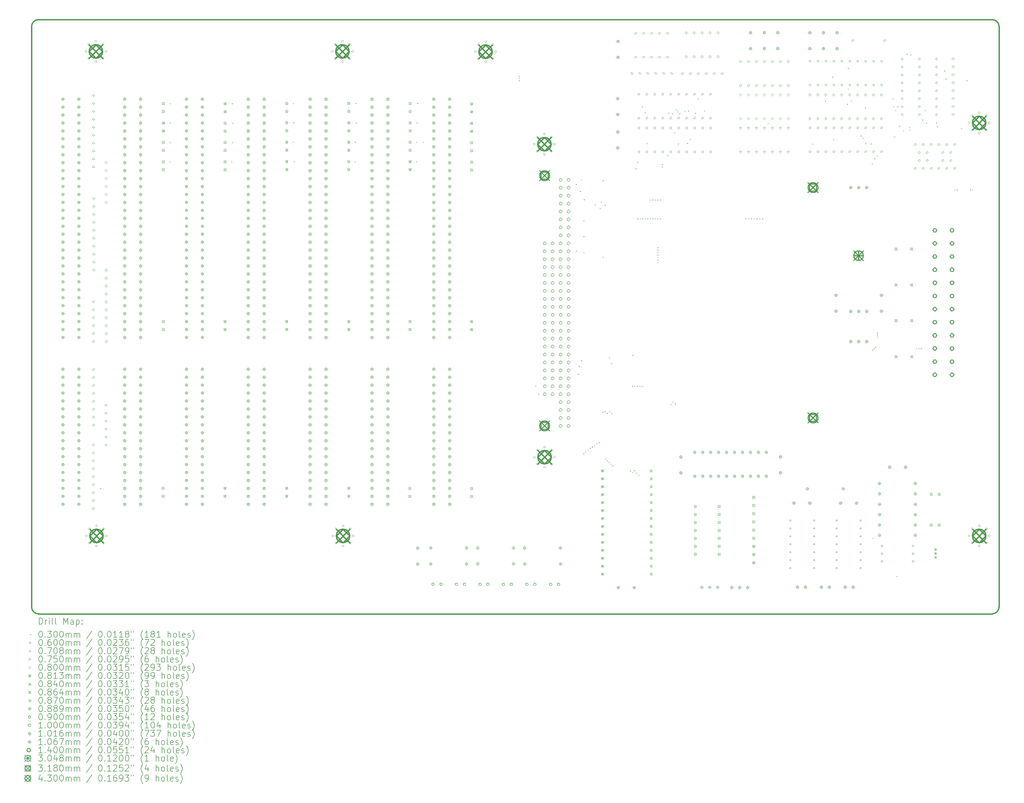
<source format=gbr>
%TF.GenerationSoftware,KiCad,Pcbnew,8.0.5*%
%TF.CreationDate,2024-09-20T21:49:55-04:00*%
%TF.ProjectId,ISA_PC104 Backplane,4953415f-5043-4313-9034-204261636b70,rev?*%
%TF.SameCoordinates,Original*%
%TF.FileFunction,Drillmap*%
%TF.FilePolarity,Positive*%
%FSLAX45Y45*%
G04 Gerber Fmt 4.5, Leading zero omitted, Abs format (unit mm)*
G04 Created by KiCad (PCBNEW 8.0.5) date 2024-09-20 21:49:55*
%MOMM*%
%LPD*%
G01*
G04 APERTURE LIST*
%ADD10C,0.381000*%
%ADD11C,0.200000*%
%ADD12C,0.100000*%
%ADD13C,0.101600*%
%ADD14C,0.106680*%
%ADD15C,0.140000*%
%ADD16C,0.304800*%
%ADD17C,0.318000*%
%ADD18C,0.430000*%
G04 APERTURE END LIST*
D10*
X39403000Y-24735480D02*
G75*
G02*
X39180480Y-24958250I-222770J0D01*
G01*
X39180480Y-24958247D02*
X8722767Y-24958247D01*
X8500000Y-6176767D02*
G75*
G02*
X8722248Y-5954001I222770J-3D01*
G01*
X39403000Y-6177000D02*
X39403000Y-24735480D01*
X39180233Y-5954233D02*
G75*
G02*
X39402997Y-6177000I-3J-222767D01*
G01*
X8722767Y-24958247D02*
G75*
G02*
X8500003Y-24735480I3J222767D01*
G01*
X8500000Y-24735480D02*
X8500000Y-6176767D01*
X8722248Y-5954000D02*
X39180233Y-5954233D01*
D11*
D12*
X10685000Y-20927000D02*
X10715000Y-20957000D01*
X10715000Y-20927000D02*
X10685000Y-20957000D01*
X12902500Y-10485000D02*
X12932500Y-10515000D01*
X12932500Y-10485000D02*
X12902500Y-10515000D01*
X12912500Y-9245000D02*
X12942500Y-9275000D01*
X12942500Y-9245000D02*
X12912500Y-9275000D01*
X12912500Y-9865000D02*
X12942500Y-9895000D01*
X12942500Y-9865000D02*
X12912500Y-9895000D01*
X12917500Y-8625000D02*
X12947500Y-8655000D01*
X12947500Y-8625000D02*
X12917500Y-8655000D01*
X14875000Y-10487500D02*
X14905000Y-10517500D01*
X14905000Y-10487500D02*
X14875000Y-10517500D01*
X14892500Y-8627500D02*
X14922500Y-8657500D01*
X14922500Y-8627500D02*
X14892500Y-8657500D01*
X14902500Y-9867500D02*
X14932500Y-9897500D01*
X14932500Y-9867500D02*
X14902500Y-9897500D01*
X14912500Y-9247500D02*
X14942500Y-9277500D01*
X14942500Y-9247500D02*
X14912500Y-9277500D01*
X16842500Y-9857500D02*
X16872500Y-9887500D01*
X16872500Y-9857500D02*
X16842500Y-9887500D01*
X16845000Y-8617500D02*
X16875000Y-8647500D01*
X16875000Y-8617500D02*
X16845000Y-8647500D01*
X16857500Y-9237500D02*
X16887500Y-9267500D01*
X16887500Y-9237500D02*
X16857500Y-9267500D01*
X16865000Y-10477500D02*
X16895000Y-10507500D01*
X16895000Y-10477500D02*
X16865000Y-10507500D01*
X18817500Y-9860000D02*
X18847500Y-9890000D01*
X18847500Y-9860000D02*
X18817500Y-9890000D01*
X18820000Y-10480000D02*
X18850000Y-10510000D01*
X18850000Y-10480000D02*
X18820000Y-10510000D01*
X18837500Y-8620000D02*
X18867500Y-8650000D01*
X18867500Y-8620000D02*
X18837500Y-8650000D01*
X18852500Y-9240000D02*
X18882500Y-9270000D01*
X18882500Y-9240000D02*
X18852500Y-9270000D01*
X20780000Y-9860000D02*
X20810000Y-9890000D01*
X20810000Y-9860000D02*
X20780000Y-9890000D01*
X20782500Y-10480000D02*
X20812500Y-10510000D01*
X20812500Y-10480000D02*
X20782500Y-10510000D01*
X20795000Y-9240000D02*
X20825000Y-9270000D01*
X20825000Y-9240000D02*
X20795000Y-9270000D01*
X20810000Y-8620000D02*
X20840000Y-8650000D01*
X20840000Y-8620000D02*
X20810000Y-8650000D01*
X20995000Y-9855000D02*
X21025000Y-9885000D01*
X21025000Y-9855000D02*
X20995000Y-9885000D01*
X24065000Y-7750000D02*
X24095000Y-7780000D01*
X24095000Y-7750000D02*
X24065000Y-7780000D01*
X24065000Y-7820000D02*
X24095000Y-7850000D01*
X24095000Y-7820000D02*
X24065000Y-7850000D01*
X24065000Y-7890000D02*
X24095000Y-7920000D01*
X24095000Y-7890000D02*
X24065000Y-7920000D01*
X24589795Y-17657705D02*
X24619795Y-17687705D01*
X24619795Y-17657705D02*
X24589795Y-17687705D01*
X24682500Y-17915000D02*
X24712500Y-17945000D01*
X24712500Y-17915000D02*
X24682500Y-17945000D01*
X25880000Y-13340000D02*
X25910000Y-13370000D01*
X25910000Y-13340000D02*
X25880000Y-13370000D01*
X25885000Y-11210000D02*
X25915000Y-11240000D01*
X25915000Y-11210000D02*
X25885000Y-11240000D01*
X25950433Y-17280433D02*
X25980433Y-17310433D01*
X25980433Y-17280433D02*
X25950433Y-17310433D01*
X25967000Y-17027000D02*
X25997000Y-17057000D01*
X25997000Y-17027000D02*
X25967000Y-17057000D01*
X26010000Y-11430000D02*
X26040000Y-11460000D01*
X26040000Y-11430000D02*
X26010000Y-11460000D01*
X26040000Y-11065000D02*
X26070000Y-11095000D01*
X26070000Y-11065000D02*
X26040000Y-11095000D01*
X26050000Y-16844000D02*
X26080000Y-16874000D01*
X26080000Y-16844000D02*
X26050000Y-16874000D01*
X26120696Y-19819018D02*
X26150696Y-19849018D01*
X26150696Y-19819018D02*
X26120696Y-19849018D01*
X26125000Y-12370000D02*
X26155000Y-12400000D01*
X26155000Y-12370000D02*
X26125000Y-12400000D01*
X26125000Y-12875000D02*
X26155000Y-12905000D01*
X26155000Y-12875000D02*
X26125000Y-12905000D01*
X26125000Y-13385000D02*
X26155000Y-13415000D01*
X26155000Y-13385000D02*
X26125000Y-13415000D01*
X26135000Y-11695000D02*
X26165000Y-11725000D01*
X26165000Y-11695000D02*
X26135000Y-11725000D01*
X26189619Y-19765000D02*
X26219619Y-19795000D01*
X26219619Y-19765000D02*
X26189619Y-19795000D01*
X26258542Y-19708282D02*
X26288542Y-19738282D01*
X26288542Y-19708282D02*
X26258542Y-19738282D01*
X26327465Y-19646183D02*
X26357465Y-19676183D01*
X26357465Y-19646183D02*
X26327465Y-19676183D01*
X26397154Y-19602733D02*
X26427154Y-19632733D01*
X26427154Y-19602733D02*
X26397154Y-19632733D01*
X26466077Y-19551215D02*
X26496077Y-19581215D01*
X26496077Y-19551215D02*
X26466077Y-19581215D01*
X26495000Y-11855000D02*
X26525000Y-11885000D01*
X26525000Y-11855000D02*
X26495000Y-11885000D01*
X26535000Y-19500000D02*
X26565000Y-19530000D01*
X26565000Y-19500000D02*
X26535000Y-19530000D01*
X26610000Y-19465000D02*
X26640000Y-19495000D01*
X26640000Y-19465000D02*
X26610000Y-19495000D01*
X26645000Y-11973500D02*
X26675000Y-12003500D01*
X26675000Y-11973500D02*
X26645000Y-12003500D01*
X26675723Y-11767335D02*
X26705723Y-11797335D01*
X26705723Y-11767335D02*
X26675723Y-11797335D01*
X26725000Y-18490000D02*
X26755000Y-18520000D01*
X26755000Y-18490000D02*
X26725000Y-18520000D01*
X26738223Y-11091777D02*
X26768223Y-11121777D01*
X26768223Y-11091777D02*
X26738223Y-11121777D01*
X26740000Y-13535000D02*
X26770000Y-13565000D01*
X26770000Y-13535000D02*
X26740000Y-13565000D01*
X26800723Y-11875000D02*
X26830723Y-11905000D01*
X26830723Y-11875000D02*
X26800723Y-11905000D01*
X26802195Y-18469000D02*
X26832195Y-18499000D01*
X26832195Y-18469000D02*
X26802195Y-18499000D01*
X26809276Y-19978817D02*
X26839276Y-20008817D01*
X26839276Y-19978817D02*
X26809276Y-20008817D01*
X26871118Y-18528132D02*
X26901118Y-18558132D01*
X26901118Y-18528132D02*
X26871118Y-18558132D01*
X26871776Y-20041317D02*
X26901776Y-20071317D01*
X26901776Y-20041317D02*
X26871776Y-20071317D01*
X26928345Y-20097886D02*
X26958345Y-20127886D01*
X26958345Y-20097886D02*
X26928345Y-20127886D01*
X26940041Y-16751885D02*
X26970041Y-16781885D01*
X26970041Y-16751885D02*
X26940041Y-16781885D01*
X26940041Y-18469000D02*
X26970041Y-18499000D01*
X26970041Y-18469000D02*
X26940041Y-18499000D01*
X26984914Y-20154454D02*
X27014914Y-20184454D01*
X27014914Y-20154454D02*
X26984914Y-20184454D01*
X27008964Y-16940000D02*
X27038964Y-16970000D01*
X27038964Y-16940000D02*
X27008964Y-16970000D01*
X27008964Y-18526392D02*
X27038964Y-18556392D01*
X27038964Y-18526392D02*
X27008964Y-18556392D01*
X27041483Y-20211023D02*
X27071483Y-20241023D01*
X27071483Y-20211023D02*
X27041483Y-20241023D01*
X27608845Y-20370000D02*
X27638845Y-20400000D01*
X27638845Y-20370000D02*
X27608845Y-20400000D01*
X27673388Y-17665000D02*
X27703388Y-17695000D01*
X27703388Y-17665000D02*
X27673388Y-17695000D01*
X27677768Y-20416273D02*
X27707768Y-20446273D01*
X27707768Y-20416273D02*
X27677768Y-20446273D01*
X27685000Y-16680000D02*
X27715000Y-16710000D01*
X27715000Y-16680000D02*
X27685000Y-16710000D01*
X27746691Y-20362891D02*
X27776691Y-20392891D01*
X27776691Y-20362891D02*
X27746691Y-20392891D01*
X27753388Y-17665000D02*
X27783388Y-17695000D01*
X27783388Y-17665000D02*
X27753388Y-17695000D01*
X27782498Y-10707500D02*
X27812498Y-10737500D01*
X27812498Y-10707500D02*
X27782498Y-10737500D01*
X27815614Y-20441077D02*
X27845614Y-20471077D01*
X27845614Y-20441077D02*
X27815614Y-20471077D01*
X27833388Y-17665000D02*
X27863388Y-17695000D01*
X27863388Y-17665000D02*
X27833388Y-17695000D01*
X27844998Y-10502500D02*
X27874998Y-10532500D01*
X27874998Y-10502500D02*
X27844998Y-10532500D01*
X27844998Y-12305000D02*
X27874998Y-12335000D01*
X27874998Y-12305000D02*
X27844998Y-12335000D01*
X27883114Y-20510175D02*
X27913114Y-20540175D01*
X27913114Y-20510175D02*
X27883114Y-20540175D01*
X27913389Y-17665000D02*
X27943389Y-17695000D01*
X27943389Y-17665000D02*
X27913389Y-17695000D01*
X27924998Y-12305000D02*
X27954998Y-12335000D01*
X27954998Y-12305000D02*
X27924998Y-12335000D01*
X27993389Y-17665000D02*
X28023389Y-17695000D01*
X28023389Y-17665000D02*
X27993389Y-17695000D01*
X27995000Y-8725000D02*
X28025000Y-8755000D01*
X28025000Y-8725000D02*
X27995000Y-8755000D01*
X28004998Y-12305000D02*
X28034998Y-12335000D01*
X28034998Y-12305000D02*
X28004998Y-12335000D01*
X28084999Y-12305000D02*
X28114999Y-12335000D01*
X28114999Y-12305000D02*
X28084999Y-12335000D01*
X28085000Y-8910000D02*
X28115000Y-8940000D01*
X28115000Y-8910000D02*
X28085000Y-8940000D01*
X28145000Y-9900000D02*
X28175000Y-9930000D01*
X28175000Y-9900000D02*
X28145000Y-9930000D01*
X28164999Y-12305000D02*
X28194999Y-12335000D01*
X28194999Y-12305000D02*
X28164999Y-12335000D01*
X28244999Y-12305000D02*
X28274999Y-12335000D01*
X28274999Y-12305000D02*
X28244999Y-12335000D01*
X28245000Y-11705000D02*
X28275000Y-11735000D01*
X28275000Y-11705000D02*
X28245000Y-11735000D01*
X28325000Y-12305000D02*
X28355000Y-12335000D01*
X28355000Y-12305000D02*
X28325000Y-12335000D01*
X28325000Y-11705000D02*
X28355000Y-11735000D01*
X28355000Y-11705000D02*
X28325000Y-11735000D01*
X28405000Y-12305000D02*
X28435000Y-12335000D01*
X28435000Y-12305000D02*
X28405000Y-12335000D01*
X28405001Y-11705000D02*
X28435001Y-11735000D01*
X28435001Y-11705000D02*
X28405001Y-11735000D01*
X28485000Y-12305000D02*
X28515000Y-12335000D01*
X28515000Y-12305000D02*
X28485000Y-12335000D01*
X28485001Y-11705000D02*
X28515001Y-11735000D01*
X28515001Y-11705000D02*
X28485001Y-11735000D01*
X28487499Y-13226500D02*
X28517499Y-13256500D01*
X28517499Y-13226500D02*
X28487499Y-13256500D01*
X28487499Y-13306500D02*
X28517499Y-13336500D01*
X28517499Y-13306500D02*
X28487499Y-13336500D01*
X28487499Y-13386501D02*
X28517499Y-13416501D01*
X28517499Y-13386501D02*
X28487499Y-13416501D01*
X28487499Y-13466501D02*
X28517499Y-13496501D01*
X28517499Y-13466501D02*
X28487499Y-13496501D01*
X28487499Y-13546501D02*
X28517499Y-13576501D01*
X28517499Y-13546501D02*
X28487499Y-13576501D01*
X28487499Y-13626501D02*
X28517499Y-13656501D01*
X28517499Y-13626501D02*
X28487499Y-13656501D01*
X28487499Y-13706502D02*
X28517499Y-13736502D01*
X28517499Y-13706502D02*
X28487499Y-13736502D01*
X28565001Y-12305000D02*
X28595001Y-12335000D01*
X28595001Y-12305000D02*
X28565001Y-12335000D01*
X28565001Y-11705000D02*
X28595001Y-11735000D01*
X28595001Y-11705000D02*
X28565001Y-11735000D01*
X28627501Y-10565000D02*
X28657501Y-10595000D01*
X28657501Y-10565000D02*
X28627501Y-10595000D01*
X28627501Y-10645000D02*
X28657501Y-10675000D01*
X28657501Y-10645000D02*
X28627501Y-10675000D01*
X28805000Y-10285000D02*
X28835000Y-10315000D01*
X28835000Y-10285000D02*
X28805000Y-10315000D01*
X28832500Y-8925888D02*
X28862500Y-8955888D01*
X28862500Y-8925888D02*
X28832500Y-8955888D01*
X28907154Y-18240114D02*
X28937154Y-18270114D01*
X28937154Y-18240114D02*
X28907154Y-18270114D01*
X28962500Y-8950000D02*
X28992500Y-8980000D01*
X28992500Y-8950000D02*
X28962500Y-8980000D01*
X28976077Y-18172319D02*
X29006077Y-18202319D01*
X29006077Y-18172319D02*
X28976077Y-18202319D01*
X29025000Y-9555000D02*
X29055000Y-9585000D01*
X29055000Y-9555000D02*
X29025000Y-9585000D01*
X29045000Y-18225000D02*
X29075000Y-18255000D01*
X29075000Y-18225000D02*
X29045000Y-18255000D01*
X29084605Y-8818388D02*
X29114605Y-8848388D01*
X29114605Y-8818388D02*
X29084605Y-8848388D01*
X29128030Y-8885577D02*
X29158030Y-8915577D01*
X29158030Y-8885577D02*
X29128030Y-8915577D01*
X29145000Y-9912500D02*
X29175000Y-9942500D01*
X29175000Y-9912500D02*
X29145000Y-9942500D01*
X29185000Y-8950000D02*
X29215000Y-8980000D01*
X29215000Y-8950000D02*
X29185000Y-8980000D01*
X29356726Y-8867500D02*
X29386726Y-8897500D01*
X29386726Y-8867500D02*
X29356726Y-8897500D01*
X29429501Y-9897001D02*
X29459501Y-9927001D01*
X29459501Y-9897001D02*
X29429501Y-9927001D01*
X29461423Y-8861077D02*
X29491423Y-8891077D01*
X29491423Y-8861077D02*
X29461423Y-8891077D01*
X29525000Y-9765000D02*
X29555000Y-9795000D01*
X29555000Y-9765000D02*
X29525000Y-9795000D01*
X29685000Y-8930000D02*
X29715000Y-8960000D01*
X29715000Y-8930000D02*
X29685000Y-8960000D01*
X29780000Y-8472500D02*
X29810000Y-8502500D01*
X29810000Y-8472500D02*
X29780000Y-8502500D01*
X29979923Y-8861077D02*
X30009923Y-8891077D01*
X30009923Y-8861077D02*
X29979923Y-8891077D01*
X31300000Y-12305000D02*
X31330000Y-12335000D01*
X31330000Y-12305000D02*
X31300000Y-12335000D01*
X31388388Y-12305000D02*
X31418388Y-12335000D01*
X31418388Y-12305000D02*
X31388388Y-12335000D01*
X31476777Y-12305000D02*
X31506777Y-12335000D01*
X31506777Y-12305000D02*
X31476777Y-12335000D01*
X31565165Y-12305000D02*
X31595165Y-12335000D01*
X31595165Y-12305000D02*
X31565165Y-12335000D01*
X31653553Y-12305000D02*
X31683553Y-12335000D01*
X31683553Y-12305000D02*
X31653553Y-12335000D01*
X31741942Y-12305000D02*
X31771942Y-12335000D01*
X31771942Y-12305000D02*
X31741942Y-12335000D01*
X31831006Y-12304324D02*
X31861006Y-12334324D01*
X31861006Y-12304324D02*
X31831006Y-12334324D01*
X32010000Y-9260000D02*
X32040000Y-9290000D01*
X32040000Y-9260000D02*
X32010000Y-9290000D01*
X33435000Y-9920000D02*
X33465000Y-9950000D01*
X33465000Y-9920000D02*
X33435000Y-9950000D01*
X33840000Y-8545000D02*
X33870000Y-8575000D01*
X33870000Y-8545000D02*
X33840000Y-8575000D01*
X34065000Y-7775000D02*
X34095000Y-7805000D01*
X34095000Y-7775000D02*
X34065000Y-7805000D01*
X34096694Y-9773306D02*
X34126694Y-9803306D01*
X34126694Y-9773306D02*
X34096694Y-9803306D01*
X34540000Y-8650000D02*
X34570000Y-8680000D01*
X34570000Y-8650000D02*
X34540000Y-8680000D01*
X34570373Y-8155000D02*
X34600373Y-8185000D01*
X34600373Y-8155000D02*
X34570373Y-8185000D01*
X34571298Y-7491298D02*
X34601298Y-7521298D01*
X34601298Y-7491298D02*
X34571298Y-7521298D01*
X34668789Y-8542500D02*
X34698789Y-8572500D01*
X34698789Y-8542500D02*
X34668789Y-8572500D01*
X34975000Y-9660000D02*
X35005000Y-9690000D01*
X35005000Y-9660000D02*
X34975000Y-9690000D01*
X35045000Y-9730000D02*
X35075000Y-9760000D01*
X35075000Y-9730000D02*
X35045000Y-9760000D01*
X35115000Y-8760000D02*
X35145000Y-8790000D01*
X35145000Y-8760000D02*
X35115000Y-8790000D01*
X35125687Y-9902702D02*
X35155687Y-9932702D01*
X35155687Y-9902702D02*
X35125687Y-9932702D01*
X35297806Y-9912194D02*
X35327806Y-9942194D01*
X35327806Y-9912194D02*
X35297806Y-9942194D01*
X35337338Y-10547336D02*
X35367338Y-10577336D01*
X35367338Y-10547336D02*
X35337338Y-10577336D01*
X35347500Y-16502500D02*
X35377500Y-16532500D01*
X35377500Y-16502500D02*
X35347500Y-16532500D01*
X35363000Y-22520000D02*
X35393000Y-22550000D01*
X35393000Y-22520000D02*
X35363000Y-22550000D01*
X35395000Y-16455000D02*
X35425000Y-16485000D01*
X35425000Y-16455000D02*
X35395000Y-16485000D01*
X35413143Y-10383143D02*
X35443143Y-10413143D01*
X35443143Y-10383143D02*
X35413143Y-10413143D01*
X35442500Y-16407500D02*
X35472500Y-16437500D01*
X35472500Y-16407500D02*
X35442500Y-16437500D01*
X35495000Y-10290000D02*
X35525000Y-10320000D01*
X35525000Y-10290000D02*
X35495000Y-10320000D01*
X35497500Y-15957000D02*
X35527500Y-15987000D01*
X35527500Y-15957000D02*
X35497500Y-15987000D01*
X35497500Y-16022500D02*
X35527500Y-16052500D01*
X35527500Y-16022500D02*
X35497500Y-16052500D01*
X35497500Y-16087500D02*
X35527500Y-16117500D01*
X35527500Y-16087500D02*
X35497500Y-16117500D01*
X36005000Y-8475000D02*
X36035000Y-8505000D01*
X36035000Y-8475000D02*
X36005000Y-8505000D01*
X36022190Y-8718113D02*
X36052190Y-8748113D01*
X36052190Y-8718113D02*
X36022190Y-8748113D01*
X36050000Y-9687611D02*
X36080000Y-9717611D01*
X36080000Y-9687611D02*
X36050000Y-9717611D01*
X36085000Y-8845000D02*
X36115000Y-8875000D01*
X36115000Y-8845000D02*
X36085000Y-8875000D01*
X36124000Y-23739000D02*
X36154000Y-23769000D01*
X36154000Y-23739000D02*
X36124000Y-23769000D01*
X36147500Y-8720000D02*
X36177500Y-8750000D01*
X36177500Y-8720000D02*
X36147500Y-8750000D01*
X36206694Y-9347500D02*
X36236694Y-9377500D01*
X36236694Y-9347500D02*
X36206694Y-9377500D01*
X36335500Y-9490500D02*
X36365500Y-9520500D01*
X36365500Y-9490500D02*
X36335500Y-9520500D01*
X36450000Y-7045000D02*
X36480000Y-7075000D01*
X36480000Y-7045000D02*
X36450000Y-7075000D01*
X36528868Y-9378868D02*
X36558868Y-9408868D01*
X36558868Y-9378868D02*
X36528868Y-9408868D01*
X36530795Y-9465330D02*
X36560795Y-9495330D01*
X36560795Y-9465330D02*
X36530795Y-9495330D01*
X36565000Y-7065000D02*
X36595000Y-7095000D01*
X36595000Y-7065000D02*
X36565000Y-7095000D01*
X36750000Y-16460000D02*
X36780000Y-16490000D01*
X36780000Y-16460000D02*
X36750000Y-16490000D01*
X36825000Y-16460000D02*
X36855000Y-16490000D01*
X36855000Y-16460000D02*
X36825000Y-16490000D01*
X36900000Y-16460000D02*
X36930000Y-16490000D01*
X36930000Y-16460000D02*
X36900000Y-16490000D01*
X36945000Y-9148000D02*
X36975000Y-9178000D01*
X36975000Y-9148000D02*
X36945000Y-9178000D01*
X37025000Y-8845000D02*
X37055000Y-8875000D01*
X37055000Y-8845000D02*
X37025000Y-8875000D01*
X37070130Y-9244870D02*
X37100130Y-9274870D01*
X37100130Y-9244870D02*
X37070130Y-9274870D01*
X37385000Y-9242500D02*
X37415000Y-9272500D01*
X37415000Y-9242500D02*
X37385000Y-9272500D01*
X37416612Y-9362500D02*
X37446612Y-9392500D01*
X37446612Y-9362500D02*
X37416612Y-9392500D01*
X37650000Y-7580000D02*
X37680000Y-7610000D01*
X37680000Y-7580000D02*
X37650000Y-7610000D01*
X37690000Y-7835000D02*
X37720000Y-7865000D01*
X37720000Y-7835000D02*
X37690000Y-7865000D01*
X37980000Y-11380000D02*
X38010000Y-11410000D01*
X38010000Y-11380000D02*
X37980000Y-11410000D01*
X38050000Y-11380000D02*
X38080000Y-11410000D01*
X38080000Y-11380000D02*
X38050000Y-11410000D01*
X38185000Y-9420000D02*
X38215000Y-9450000D01*
X38215000Y-9420000D02*
X38185000Y-9450000D01*
X38360000Y-7885000D02*
X38390000Y-7915000D01*
X38390000Y-7885000D02*
X38360000Y-7915000D01*
X38475000Y-11380000D02*
X38505000Y-11410000D01*
X38505000Y-11380000D02*
X38475000Y-11410000D01*
X38545000Y-11380000D02*
X38575000Y-11410000D01*
X38575000Y-11380000D02*
X38545000Y-11410000D01*
X10262039Y-6970800D02*
G75*
G02*
X10202039Y-6970800I-30000J0D01*
G01*
X10202039Y-6970800D02*
G75*
G02*
X10262039Y-6970800I30000J0D01*
G01*
X10281000Y-22464800D02*
G75*
G02*
X10221000Y-22464800I-30000J0D01*
G01*
X10221000Y-22464800D02*
G75*
G02*
X10281000Y-22464800I30000J0D01*
G01*
X10356497Y-6742758D02*
G75*
G02*
X10296497Y-6742758I-30000J0D01*
G01*
X10296497Y-6742758D02*
G75*
G02*
X10356497Y-6742758I30000J0D01*
G01*
X10356497Y-7198842D02*
G75*
G02*
X10296497Y-7198842I-30000J0D01*
G01*
X10296497Y-7198842D02*
G75*
G02*
X10356497Y-7198842I30000J0D01*
G01*
X10375458Y-22236758D02*
G75*
G02*
X10315458Y-22236758I-30000J0D01*
G01*
X10315458Y-22236758D02*
G75*
G02*
X10375458Y-22236758I30000J0D01*
G01*
X10375458Y-22692842D02*
G75*
G02*
X10315458Y-22692842I-30000J0D01*
G01*
X10315458Y-22692842D02*
G75*
G02*
X10375458Y-22692842I30000J0D01*
G01*
X10584539Y-6648300D02*
G75*
G02*
X10524539Y-6648300I-30000J0D01*
G01*
X10524539Y-6648300D02*
G75*
G02*
X10584539Y-6648300I30000J0D01*
G01*
X10584539Y-7293300D02*
G75*
G02*
X10524539Y-7293300I-30000J0D01*
G01*
X10524539Y-7293300D02*
G75*
G02*
X10584539Y-7293300I30000J0D01*
G01*
X10603500Y-22142300D02*
G75*
G02*
X10543500Y-22142300I-30000J0D01*
G01*
X10543500Y-22142300D02*
G75*
G02*
X10603500Y-22142300I30000J0D01*
G01*
X10603500Y-22787300D02*
G75*
G02*
X10543500Y-22787300I-30000J0D01*
G01*
X10543500Y-22787300D02*
G75*
G02*
X10603500Y-22787300I30000J0D01*
G01*
X10812581Y-6742758D02*
G75*
G02*
X10752581Y-6742758I-30000J0D01*
G01*
X10752581Y-6742758D02*
G75*
G02*
X10812581Y-6742758I30000J0D01*
G01*
X10812581Y-7198842D02*
G75*
G02*
X10752581Y-7198842I-30000J0D01*
G01*
X10752581Y-7198842D02*
G75*
G02*
X10812581Y-7198842I30000J0D01*
G01*
X10831542Y-22236758D02*
G75*
G02*
X10771542Y-22236758I-30000J0D01*
G01*
X10771542Y-22236758D02*
G75*
G02*
X10831542Y-22236758I30000J0D01*
G01*
X10831542Y-22692842D02*
G75*
G02*
X10771542Y-22692842I-30000J0D01*
G01*
X10771542Y-22692842D02*
G75*
G02*
X10831542Y-22692842I30000J0D01*
G01*
X10907039Y-6970800D02*
G75*
G02*
X10847039Y-6970800I-30000J0D01*
G01*
X10847039Y-6970800D02*
G75*
G02*
X10907039Y-6970800I30000J0D01*
G01*
X10926000Y-22464800D02*
G75*
G02*
X10866000Y-22464800I-30000J0D01*
G01*
X10866000Y-22464800D02*
G75*
G02*
X10926000Y-22464800I30000J0D01*
G01*
X18136039Y-6970800D02*
G75*
G02*
X18076039Y-6970800I-30000J0D01*
G01*
X18076039Y-6970800D02*
G75*
G02*
X18136039Y-6970800I30000J0D01*
G01*
X18155000Y-22464800D02*
G75*
G02*
X18095000Y-22464800I-30000J0D01*
G01*
X18095000Y-22464800D02*
G75*
G02*
X18155000Y-22464800I30000J0D01*
G01*
X18230497Y-6742758D02*
G75*
G02*
X18170497Y-6742758I-30000J0D01*
G01*
X18170497Y-6742758D02*
G75*
G02*
X18230497Y-6742758I30000J0D01*
G01*
X18230497Y-7198842D02*
G75*
G02*
X18170497Y-7198842I-30000J0D01*
G01*
X18170497Y-7198842D02*
G75*
G02*
X18230497Y-7198842I30000J0D01*
G01*
X18249458Y-22236758D02*
G75*
G02*
X18189458Y-22236758I-30000J0D01*
G01*
X18189458Y-22236758D02*
G75*
G02*
X18249458Y-22236758I30000J0D01*
G01*
X18249458Y-22692842D02*
G75*
G02*
X18189458Y-22692842I-30000J0D01*
G01*
X18189458Y-22692842D02*
G75*
G02*
X18249458Y-22692842I30000J0D01*
G01*
X18458539Y-6648300D02*
G75*
G02*
X18398539Y-6648300I-30000J0D01*
G01*
X18398539Y-6648300D02*
G75*
G02*
X18458539Y-6648300I30000J0D01*
G01*
X18458539Y-7293300D02*
G75*
G02*
X18398539Y-7293300I-30000J0D01*
G01*
X18398539Y-7293300D02*
G75*
G02*
X18458539Y-7293300I30000J0D01*
G01*
X18477500Y-22142300D02*
G75*
G02*
X18417500Y-22142300I-30000J0D01*
G01*
X18417500Y-22142300D02*
G75*
G02*
X18477500Y-22142300I30000J0D01*
G01*
X18477500Y-22787300D02*
G75*
G02*
X18417500Y-22787300I-30000J0D01*
G01*
X18417500Y-22787300D02*
G75*
G02*
X18477500Y-22787300I30000J0D01*
G01*
X18686581Y-6742758D02*
G75*
G02*
X18626581Y-6742758I-30000J0D01*
G01*
X18626581Y-6742758D02*
G75*
G02*
X18686581Y-6742758I30000J0D01*
G01*
X18686581Y-7198842D02*
G75*
G02*
X18626581Y-7198842I-30000J0D01*
G01*
X18626581Y-7198842D02*
G75*
G02*
X18686581Y-7198842I30000J0D01*
G01*
X18705542Y-22236758D02*
G75*
G02*
X18645542Y-22236758I-30000J0D01*
G01*
X18645542Y-22236758D02*
G75*
G02*
X18705542Y-22236758I30000J0D01*
G01*
X18705542Y-22692842D02*
G75*
G02*
X18645542Y-22692842I-30000J0D01*
G01*
X18645542Y-22692842D02*
G75*
G02*
X18705542Y-22692842I30000J0D01*
G01*
X18781039Y-6970800D02*
G75*
G02*
X18721039Y-6970800I-30000J0D01*
G01*
X18721039Y-6970800D02*
G75*
G02*
X18781039Y-6970800I30000J0D01*
G01*
X18800000Y-22464800D02*
G75*
G02*
X18740000Y-22464800I-30000J0D01*
G01*
X18740000Y-22464800D02*
G75*
G02*
X18800000Y-22464800I30000J0D01*
G01*
X22708036Y-6979272D02*
G75*
G02*
X22648036Y-6979272I-30000J0D01*
G01*
X22648036Y-6979272D02*
G75*
G02*
X22708036Y-6979272I30000J0D01*
G01*
X22802494Y-6751230D02*
G75*
G02*
X22742494Y-6751230I-30000J0D01*
G01*
X22742494Y-6751230D02*
G75*
G02*
X22802494Y-6751230I30000J0D01*
G01*
X22802494Y-7207313D02*
G75*
G02*
X22742494Y-7207313I-30000J0D01*
G01*
X22742494Y-7207313D02*
G75*
G02*
X22802494Y-7207313I30000J0D01*
G01*
X23030536Y-6656772D02*
G75*
G02*
X22970536Y-6656772I-30000J0D01*
G01*
X22970536Y-6656772D02*
G75*
G02*
X23030536Y-6656772I30000J0D01*
G01*
X23030536Y-7301772D02*
G75*
G02*
X22970536Y-7301772I-30000J0D01*
G01*
X22970536Y-7301772D02*
G75*
G02*
X23030536Y-7301772I30000J0D01*
G01*
X23258578Y-6751230D02*
G75*
G02*
X23198578Y-6751230I-30000J0D01*
G01*
X23198578Y-6751230D02*
G75*
G02*
X23258578Y-6751230I30000J0D01*
G01*
X23258578Y-7207313D02*
G75*
G02*
X23198578Y-7207313I-30000J0D01*
G01*
X23198578Y-7207313D02*
G75*
G02*
X23258578Y-7207313I30000J0D01*
G01*
X23353036Y-6979272D02*
G75*
G02*
X23293036Y-6979272I-30000J0D01*
G01*
X23293036Y-6979272D02*
G75*
G02*
X23353036Y-6979272I30000J0D01*
G01*
X24587500Y-9937500D02*
G75*
G02*
X24527500Y-9937500I-30000J0D01*
G01*
X24527500Y-9937500D02*
G75*
G02*
X24587500Y-9937500I30000J0D01*
G01*
X24592500Y-19947500D02*
G75*
G02*
X24532500Y-19947500I-30000J0D01*
G01*
X24532500Y-19947500D02*
G75*
G02*
X24592500Y-19947500I30000J0D01*
G01*
X24681958Y-9709458D02*
G75*
G02*
X24621958Y-9709458I-30000J0D01*
G01*
X24621958Y-9709458D02*
G75*
G02*
X24681958Y-9709458I30000J0D01*
G01*
X24681958Y-10165542D02*
G75*
G02*
X24621958Y-10165542I-30000J0D01*
G01*
X24621958Y-10165542D02*
G75*
G02*
X24681958Y-10165542I30000J0D01*
G01*
X24686958Y-19719458D02*
G75*
G02*
X24626958Y-19719458I-30000J0D01*
G01*
X24626958Y-19719458D02*
G75*
G02*
X24686958Y-19719458I30000J0D01*
G01*
X24686958Y-20175542D02*
G75*
G02*
X24626958Y-20175542I-30000J0D01*
G01*
X24626958Y-20175542D02*
G75*
G02*
X24686958Y-20175542I30000J0D01*
G01*
X24910000Y-9615000D02*
G75*
G02*
X24850000Y-9615000I-30000J0D01*
G01*
X24850000Y-9615000D02*
G75*
G02*
X24910000Y-9615000I30000J0D01*
G01*
X24910000Y-10260000D02*
G75*
G02*
X24850000Y-10260000I-30000J0D01*
G01*
X24850000Y-10260000D02*
G75*
G02*
X24910000Y-10260000I30000J0D01*
G01*
X24915000Y-19625000D02*
G75*
G02*
X24855000Y-19625000I-30000J0D01*
G01*
X24855000Y-19625000D02*
G75*
G02*
X24915000Y-19625000I30000J0D01*
G01*
X24915000Y-20270000D02*
G75*
G02*
X24855000Y-20270000I-30000J0D01*
G01*
X24855000Y-20270000D02*
G75*
G02*
X24915000Y-20270000I30000J0D01*
G01*
X25138042Y-9709458D02*
G75*
G02*
X25078042Y-9709458I-30000J0D01*
G01*
X25078042Y-9709458D02*
G75*
G02*
X25138042Y-9709458I30000J0D01*
G01*
X25138042Y-10165542D02*
G75*
G02*
X25078042Y-10165542I-30000J0D01*
G01*
X25078042Y-10165542D02*
G75*
G02*
X25138042Y-10165542I30000J0D01*
G01*
X25143042Y-19719458D02*
G75*
G02*
X25083042Y-19719458I-30000J0D01*
G01*
X25083042Y-19719458D02*
G75*
G02*
X25143042Y-19719458I30000J0D01*
G01*
X25143042Y-20175542D02*
G75*
G02*
X25083042Y-20175542I-30000J0D01*
G01*
X25083042Y-20175542D02*
G75*
G02*
X25143042Y-20175542I30000J0D01*
G01*
X25232500Y-9937500D02*
G75*
G02*
X25172500Y-9937500I-30000J0D01*
G01*
X25172500Y-9937500D02*
G75*
G02*
X25232500Y-9937500I30000J0D01*
G01*
X25237500Y-19947500D02*
G75*
G02*
X25177500Y-19947500I-30000J0D01*
G01*
X25177500Y-19947500D02*
G75*
G02*
X25237500Y-19947500I30000J0D01*
G01*
X38475000Y-9256800D02*
G75*
G02*
X38415000Y-9256800I-30000J0D01*
G01*
X38415000Y-9256800D02*
G75*
G02*
X38475000Y-9256800I30000J0D01*
G01*
X38475000Y-22464800D02*
G75*
G02*
X38415000Y-22464800I-30000J0D01*
G01*
X38415000Y-22464800D02*
G75*
G02*
X38475000Y-22464800I30000J0D01*
G01*
X38569458Y-9028758D02*
G75*
G02*
X38509458Y-9028758I-30000J0D01*
G01*
X38509458Y-9028758D02*
G75*
G02*
X38569458Y-9028758I30000J0D01*
G01*
X38569458Y-9484842D02*
G75*
G02*
X38509458Y-9484842I-30000J0D01*
G01*
X38509458Y-9484842D02*
G75*
G02*
X38569458Y-9484842I30000J0D01*
G01*
X38569458Y-22236758D02*
G75*
G02*
X38509458Y-22236758I-30000J0D01*
G01*
X38509458Y-22236758D02*
G75*
G02*
X38569458Y-22236758I30000J0D01*
G01*
X38569458Y-22692842D02*
G75*
G02*
X38509458Y-22692842I-30000J0D01*
G01*
X38509458Y-22692842D02*
G75*
G02*
X38569458Y-22692842I30000J0D01*
G01*
X38797500Y-8934300D02*
G75*
G02*
X38737500Y-8934300I-30000J0D01*
G01*
X38737500Y-8934300D02*
G75*
G02*
X38797500Y-8934300I30000J0D01*
G01*
X38797500Y-9579300D02*
G75*
G02*
X38737500Y-9579300I-30000J0D01*
G01*
X38737500Y-9579300D02*
G75*
G02*
X38797500Y-9579300I30000J0D01*
G01*
X38797500Y-22142300D02*
G75*
G02*
X38737500Y-22142300I-30000J0D01*
G01*
X38737500Y-22142300D02*
G75*
G02*
X38797500Y-22142300I30000J0D01*
G01*
X38797500Y-22787300D02*
G75*
G02*
X38737500Y-22787300I-30000J0D01*
G01*
X38737500Y-22787300D02*
G75*
G02*
X38797500Y-22787300I30000J0D01*
G01*
X39025542Y-9028758D02*
G75*
G02*
X38965542Y-9028758I-30000J0D01*
G01*
X38965542Y-9028758D02*
G75*
G02*
X39025542Y-9028758I30000J0D01*
G01*
X39025542Y-9484842D02*
G75*
G02*
X38965542Y-9484842I-30000J0D01*
G01*
X38965542Y-9484842D02*
G75*
G02*
X39025542Y-9484842I30000J0D01*
G01*
X39025542Y-22236758D02*
G75*
G02*
X38965542Y-22236758I-30000J0D01*
G01*
X38965542Y-22236758D02*
G75*
G02*
X39025542Y-22236758I30000J0D01*
G01*
X39025542Y-22692842D02*
G75*
G02*
X38965542Y-22692842I-30000J0D01*
G01*
X38965542Y-22692842D02*
G75*
G02*
X39025542Y-22692842I30000J0D01*
G01*
X39120000Y-9256800D02*
G75*
G02*
X39060000Y-9256800I-30000J0D01*
G01*
X39060000Y-9256800D02*
G75*
G02*
X39120000Y-9256800I30000J0D01*
G01*
X39120000Y-22464800D02*
G75*
G02*
X39060000Y-22464800I-30000J0D01*
G01*
X39060000Y-22464800D02*
G75*
G02*
X39120000Y-22464800I30000J0D01*
G01*
X32728000Y-21930600D02*
X32728000Y-22001400D01*
X32692600Y-21966000D02*
X32763400Y-21966000D01*
X32728000Y-22184600D02*
X32728000Y-22255400D01*
X32692600Y-22220000D02*
X32763400Y-22220000D01*
X32728000Y-22438600D02*
X32728000Y-22509400D01*
X32692600Y-22474000D02*
X32763400Y-22474000D01*
X32728000Y-22692600D02*
X32728000Y-22763400D01*
X32692600Y-22728000D02*
X32763400Y-22728000D01*
X32728000Y-22946600D02*
X32728000Y-23017400D01*
X32692600Y-22982000D02*
X32763400Y-22982000D01*
X32728000Y-23200600D02*
X32728000Y-23271400D01*
X32692600Y-23236000D02*
X32763400Y-23236000D01*
X32728000Y-23454600D02*
X32728000Y-23525400D01*
X32692600Y-23490000D02*
X32763400Y-23490000D01*
X33490000Y-21930600D02*
X33490000Y-22001400D01*
X33454600Y-21966000D02*
X33525400Y-21966000D01*
X33490000Y-22184600D02*
X33490000Y-22255400D01*
X33454600Y-22220000D02*
X33525400Y-22220000D01*
X33490000Y-22438600D02*
X33490000Y-22509400D01*
X33454600Y-22474000D02*
X33525400Y-22474000D01*
X33490000Y-22692600D02*
X33490000Y-22763400D01*
X33454600Y-22728000D02*
X33525400Y-22728000D01*
X33490000Y-22946600D02*
X33490000Y-23017400D01*
X33454600Y-22982000D02*
X33525400Y-22982000D01*
X33490000Y-23200600D02*
X33490000Y-23271400D01*
X33454600Y-23236000D02*
X33525400Y-23236000D01*
X33490000Y-23454600D02*
X33490000Y-23525400D01*
X33454600Y-23490000D02*
X33525400Y-23490000D01*
X34210000Y-21927100D02*
X34210000Y-21997900D01*
X34174600Y-21962500D02*
X34245400Y-21962500D01*
X34210000Y-22181100D02*
X34210000Y-22251900D01*
X34174600Y-22216500D02*
X34245400Y-22216500D01*
X34210000Y-22435100D02*
X34210000Y-22505900D01*
X34174600Y-22470500D02*
X34245400Y-22470500D01*
X34210000Y-22689100D02*
X34210000Y-22759900D01*
X34174600Y-22724500D02*
X34245400Y-22724500D01*
X34210000Y-22943100D02*
X34210000Y-23013900D01*
X34174600Y-22978500D02*
X34245400Y-22978500D01*
X34210000Y-23197100D02*
X34210000Y-23267900D01*
X34174600Y-23232500D02*
X34245400Y-23232500D01*
X34210000Y-23451100D02*
X34210000Y-23521900D01*
X34174600Y-23486500D02*
X34245400Y-23486500D01*
X34972000Y-21927100D02*
X34972000Y-21997900D01*
X34936600Y-21962500D02*
X35007400Y-21962500D01*
X34972000Y-22181100D02*
X34972000Y-22251900D01*
X34936600Y-22216500D02*
X35007400Y-22216500D01*
X34972000Y-22435100D02*
X34972000Y-22505900D01*
X34936600Y-22470500D02*
X35007400Y-22470500D01*
X34972000Y-22689100D02*
X34972000Y-22759900D01*
X34936600Y-22724500D02*
X35007400Y-22724500D01*
X34972000Y-22943100D02*
X34972000Y-23013900D01*
X34936600Y-22978500D02*
X35007400Y-22978500D01*
X34972000Y-23197100D02*
X34972000Y-23267900D01*
X34936600Y-23232500D02*
X35007400Y-23232500D01*
X34972000Y-23451100D02*
X34972000Y-23521900D01*
X34936600Y-23486500D02*
X35007400Y-23486500D01*
X35686517Y-23302517D02*
X35686517Y-23249483D01*
X35633483Y-23249483D01*
X35633483Y-23302517D01*
X35686517Y-23302517D01*
X35687459Y-22814278D02*
X35687459Y-22761245D01*
X35634425Y-22761245D01*
X35634425Y-22814278D01*
X35687459Y-22814278D01*
X35687517Y-23058517D02*
X35687517Y-23005483D01*
X35634483Y-23005483D01*
X35634483Y-23058517D01*
X35687517Y-23058517D01*
X36676517Y-23302517D02*
X36676517Y-23249483D01*
X36623483Y-23249483D01*
X36623483Y-23302517D01*
X36676517Y-23302517D01*
X36677459Y-22814278D02*
X36677459Y-22761245D01*
X36624425Y-22761245D01*
X36624425Y-22814278D01*
X36677459Y-22814278D01*
X36677517Y-23058517D02*
X36677517Y-23005483D01*
X36624483Y-23005483D01*
X36624483Y-23058517D01*
X36677517Y-23058517D01*
X10472000Y-8411000D02*
X10512000Y-8371000D01*
X10472000Y-8331000D01*
X10432000Y-8371000D01*
X10472000Y-8411000D01*
X10472000Y-8665000D02*
X10512000Y-8625000D01*
X10472000Y-8585000D01*
X10432000Y-8625000D01*
X10472000Y-8665000D01*
X10472000Y-8919000D02*
X10512000Y-8879000D01*
X10472000Y-8839000D01*
X10432000Y-8879000D01*
X10472000Y-8919000D01*
X10472000Y-9173000D02*
X10512000Y-9133000D01*
X10472000Y-9093000D01*
X10432000Y-9133000D01*
X10472000Y-9173000D01*
X10472000Y-9427000D02*
X10512000Y-9387000D01*
X10472000Y-9347000D01*
X10432000Y-9387000D01*
X10472000Y-9427000D01*
X10472000Y-9681000D02*
X10512000Y-9641000D01*
X10472000Y-9601000D01*
X10432000Y-9641000D01*
X10472000Y-9681000D01*
X10472000Y-9935000D02*
X10512000Y-9895000D01*
X10472000Y-9855000D01*
X10432000Y-9895000D01*
X10472000Y-9935000D01*
X10472000Y-10189000D02*
X10512000Y-10149000D01*
X10472000Y-10109000D01*
X10432000Y-10149000D01*
X10472000Y-10189000D01*
X10472000Y-10443000D02*
X10512000Y-10403000D01*
X10472000Y-10363000D01*
X10432000Y-10403000D01*
X10472000Y-10443000D01*
X10472000Y-10697000D02*
X10512000Y-10657000D01*
X10472000Y-10617000D01*
X10432000Y-10657000D01*
X10472000Y-10697000D01*
X10475000Y-17182000D02*
X10515000Y-17142000D01*
X10475000Y-17102000D01*
X10435000Y-17142000D01*
X10475000Y-17182000D01*
X10475000Y-17436000D02*
X10515000Y-17396000D01*
X10475000Y-17356000D01*
X10435000Y-17396000D01*
X10475000Y-17436000D01*
X10475000Y-17690000D02*
X10515000Y-17650000D01*
X10475000Y-17610000D01*
X10435000Y-17650000D01*
X10475000Y-17690000D01*
X10475000Y-17944000D02*
X10515000Y-17904000D01*
X10475000Y-17864000D01*
X10435000Y-17904000D01*
X10475000Y-17944000D01*
X10475000Y-18198000D02*
X10515000Y-18158000D01*
X10475000Y-18118000D01*
X10435000Y-18158000D01*
X10475000Y-18198000D01*
X10475000Y-18452000D02*
X10515000Y-18412000D01*
X10475000Y-18372000D01*
X10435000Y-18412000D01*
X10475000Y-18452000D01*
X10475000Y-18706000D02*
X10515000Y-18666000D01*
X10475000Y-18626000D01*
X10435000Y-18666000D01*
X10475000Y-18706000D01*
X10475000Y-18960000D02*
X10515000Y-18920000D01*
X10475000Y-18880000D01*
X10435000Y-18920000D01*
X10475000Y-18960000D01*
X10475000Y-19593000D02*
X10515000Y-19553000D01*
X10475000Y-19513000D01*
X10435000Y-19553000D01*
X10475000Y-19593000D01*
X10475000Y-19847000D02*
X10515000Y-19807000D01*
X10475000Y-19767000D01*
X10435000Y-19807000D01*
X10475000Y-19847000D01*
X10475000Y-20101000D02*
X10515000Y-20061000D01*
X10475000Y-20021000D01*
X10435000Y-20061000D01*
X10475000Y-20101000D01*
X10475000Y-20355000D02*
X10515000Y-20315000D01*
X10475000Y-20275000D01*
X10435000Y-20315000D01*
X10475000Y-20355000D01*
X10475000Y-20609000D02*
X10515000Y-20569000D01*
X10475000Y-20529000D01*
X10435000Y-20569000D01*
X10475000Y-20609000D01*
X10475000Y-20863000D02*
X10515000Y-20823000D01*
X10475000Y-20783000D01*
X10435000Y-20823000D01*
X10475000Y-20863000D01*
X10475000Y-21117000D02*
X10515000Y-21077000D01*
X10475000Y-21037000D01*
X10435000Y-21077000D01*
X10475000Y-21117000D01*
X10475000Y-21371000D02*
X10515000Y-21331000D01*
X10475000Y-21291000D01*
X10435000Y-21331000D01*
X10475000Y-21371000D01*
X10475000Y-21625000D02*
X10515000Y-21585000D01*
X10475000Y-21545000D01*
X10435000Y-21585000D01*
X10475000Y-21625000D01*
X10476000Y-15014000D02*
X10516000Y-14974000D01*
X10476000Y-14934000D01*
X10436000Y-14974000D01*
X10476000Y-15014000D01*
X10476000Y-15268000D02*
X10516000Y-15228000D01*
X10476000Y-15188000D01*
X10436000Y-15228000D01*
X10476000Y-15268000D01*
X10476000Y-15522000D02*
X10516000Y-15482000D01*
X10476000Y-15442000D01*
X10436000Y-15482000D01*
X10476000Y-15522000D01*
X10476000Y-15776000D02*
X10516000Y-15736000D01*
X10476000Y-15696000D01*
X10436000Y-15736000D01*
X10476000Y-15776000D01*
X10476000Y-16030000D02*
X10516000Y-15990000D01*
X10476000Y-15950000D01*
X10436000Y-15990000D01*
X10476000Y-16030000D01*
X10476000Y-16284000D02*
X10516000Y-16244000D01*
X10476000Y-16204000D01*
X10436000Y-16244000D01*
X10476000Y-16284000D01*
X10486878Y-11712748D02*
X10526878Y-11672748D01*
X10486878Y-11632748D01*
X10446878Y-11672748D01*
X10486878Y-11712748D01*
X10486878Y-11966748D02*
X10526878Y-11926748D01*
X10486878Y-11886748D01*
X10446878Y-11926748D01*
X10486878Y-11966748D01*
X10486878Y-12220748D02*
X10526878Y-12180748D01*
X10486878Y-12140748D01*
X10446878Y-12180748D01*
X10486878Y-12220748D01*
X10486878Y-12474748D02*
X10526878Y-12434748D01*
X10486878Y-12394748D01*
X10446878Y-12434748D01*
X10486878Y-12474748D01*
X10486878Y-12728748D02*
X10526878Y-12688748D01*
X10486878Y-12648748D01*
X10446878Y-12688748D01*
X10486878Y-12728748D01*
X10486878Y-12982748D02*
X10526878Y-12942748D01*
X10486878Y-12902748D01*
X10446878Y-12942748D01*
X10486878Y-12982748D01*
X10486878Y-13236748D02*
X10526878Y-13196748D01*
X10486878Y-13156748D01*
X10446878Y-13196748D01*
X10486878Y-13236748D01*
X10486878Y-13490748D02*
X10526878Y-13450748D01*
X10486878Y-13410748D01*
X10446878Y-13450748D01*
X10486878Y-13490748D01*
X10486878Y-13744748D02*
X10526878Y-13704748D01*
X10486878Y-13664748D01*
X10446878Y-13704748D01*
X10486878Y-13744748D01*
X10486878Y-13998748D02*
X10526878Y-13958748D01*
X10486878Y-13918748D01*
X10446878Y-13958748D01*
X10486878Y-13998748D01*
X10875000Y-14004000D02*
X10915000Y-13964000D01*
X10875000Y-13924000D01*
X10835000Y-13964000D01*
X10875000Y-14004000D01*
X10875000Y-14258000D02*
X10915000Y-14218000D01*
X10875000Y-14178000D01*
X10835000Y-14218000D01*
X10875000Y-14258000D01*
X10875000Y-14512000D02*
X10915000Y-14472000D01*
X10875000Y-14432000D01*
X10835000Y-14472000D01*
X10875000Y-14512000D01*
X10875000Y-14766000D02*
X10915000Y-14726000D01*
X10875000Y-14686000D01*
X10835000Y-14726000D01*
X10875000Y-14766000D01*
X10875000Y-15020000D02*
X10915000Y-14980000D01*
X10875000Y-14940000D01*
X10835000Y-14980000D01*
X10875000Y-15020000D01*
X10875000Y-15274000D02*
X10915000Y-15234000D01*
X10875000Y-15194000D01*
X10835000Y-15234000D01*
X10875000Y-15274000D01*
X10875000Y-15528000D02*
X10915000Y-15488000D01*
X10875000Y-15448000D01*
X10835000Y-15488000D01*
X10875000Y-15528000D01*
X10875000Y-15782000D02*
X10915000Y-15742000D01*
X10875000Y-15702000D01*
X10835000Y-15742000D01*
X10875000Y-15782000D01*
X10875000Y-16036000D02*
X10915000Y-15996000D01*
X10875000Y-15956000D01*
X10835000Y-15996000D01*
X10875000Y-16036000D01*
X10875000Y-16290000D02*
X10915000Y-16250000D01*
X10875000Y-16210000D01*
X10835000Y-16250000D01*
X10875000Y-16290000D01*
X10875000Y-18325000D02*
X10915000Y-18285000D01*
X10875000Y-18245000D01*
X10835000Y-18285000D01*
X10875000Y-18325000D01*
X10875000Y-18579000D02*
X10915000Y-18539000D01*
X10875000Y-18499000D01*
X10835000Y-18539000D01*
X10875000Y-18579000D01*
X10875000Y-18833000D02*
X10915000Y-18793000D01*
X10875000Y-18753000D01*
X10835000Y-18793000D01*
X10875000Y-18833000D01*
X10875000Y-19087000D02*
X10915000Y-19047000D01*
X10875000Y-19007000D01*
X10835000Y-19047000D01*
X10875000Y-19087000D01*
X10875000Y-19341000D02*
X10915000Y-19301000D01*
X10875000Y-19261000D01*
X10835000Y-19301000D01*
X10875000Y-19341000D01*
X10875000Y-19595000D02*
X10915000Y-19555000D01*
X10875000Y-19515000D01*
X10835000Y-19555000D01*
X10875000Y-19595000D01*
X10878000Y-10566000D02*
X10918000Y-10526000D01*
X10878000Y-10486000D01*
X10838000Y-10526000D01*
X10878000Y-10566000D01*
X10878000Y-10820000D02*
X10918000Y-10780000D01*
X10878000Y-10740000D01*
X10838000Y-10780000D01*
X10878000Y-10820000D01*
X10878000Y-11074000D02*
X10918000Y-11034000D01*
X10878000Y-10994000D01*
X10838000Y-11034000D01*
X10878000Y-11074000D01*
X10878000Y-11328000D02*
X10918000Y-11288000D01*
X10878000Y-11248000D01*
X10838000Y-11288000D01*
X10878000Y-11328000D01*
X10878000Y-11582000D02*
X10918000Y-11542000D01*
X10878000Y-11502000D01*
X10838000Y-11542000D01*
X10878000Y-11582000D01*
X10878000Y-11836000D02*
X10918000Y-11796000D01*
X10878000Y-11756000D01*
X10838000Y-11796000D01*
X10878000Y-11836000D01*
X27670500Y-7710000D02*
X27710500Y-7670000D01*
X27670500Y-7630000D01*
X27630500Y-7670000D01*
X27670500Y-7710000D01*
X27790000Y-6428000D02*
X27830000Y-6388000D01*
X27790000Y-6348000D01*
X27750000Y-6388000D01*
X27790000Y-6428000D01*
X27790000Y-7190000D02*
X27830000Y-7150000D01*
X27790000Y-7110000D01*
X27750000Y-7150000D01*
X27790000Y-7190000D01*
X27894000Y-8378000D02*
X27934000Y-8338000D01*
X27894000Y-8298000D01*
X27854000Y-8338000D01*
X27894000Y-8378000D01*
X27894000Y-9140000D02*
X27934000Y-9100000D01*
X27894000Y-9060000D01*
X27854000Y-9100000D01*
X27894000Y-9140000D01*
X27894000Y-9458000D02*
X27934000Y-9418000D01*
X27894000Y-9378000D01*
X27854000Y-9418000D01*
X27894000Y-9458000D01*
X27894000Y-10220000D02*
X27934000Y-10180000D01*
X27894000Y-10140000D01*
X27854000Y-10180000D01*
X27894000Y-10220000D01*
X27924500Y-7710000D02*
X27964500Y-7670000D01*
X27924500Y-7630000D01*
X27884500Y-7670000D01*
X27924500Y-7710000D01*
X28044000Y-6428000D02*
X28084000Y-6388000D01*
X28044000Y-6348000D01*
X28004000Y-6388000D01*
X28044000Y-6428000D01*
X28044000Y-7190000D02*
X28084000Y-7150000D01*
X28044000Y-7110000D01*
X28004000Y-7150000D01*
X28044000Y-7190000D01*
X28148000Y-8378000D02*
X28188000Y-8338000D01*
X28148000Y-8298000D01*
X28108000Y-8338000D01*
X28148000Y-8378000D01*
X28148000Y-9140000D02*
X28188000Y-9100000D01*
X28148000Y-9060000D01*
X28108000Y-9100000D01*
X28148000Y-9140000D01*
X28148000Y-9458000D02*
X28188000Y-9418000D01*
X28148000Y-9378000D01*
X28108000Y-9418000D01*
X28148000Y-9458000D01*
X28148000Y-10220000D02*
X28188000Y-10180000D01*
X28148000Y-10140000D01*
X28108000Y-10180000D01*
X28148000Y-10220000D01*
X28178500Y-7710000D02*
X28218500Y-7670000D01*
X28178500Y-7630000D01*
X28138500Y-7670000D01*
X28178500Y-7710000D01*
X28298000Y-6428000D02*
X28338000Y-6388000D01*
X28298000Y-6348000D01*
X28258000Y-6388000D01*
X28298000Y-6428000D01*
X28298000Y-7190000D02*
X28338000Y-7150000D01*
X28298000Y-7110000D01*
X28258000Y-7150000D01*
X28298000Y-7190000D01*
X28402000Y-8378000D02*
X28442000Y-8338000D01*
X28402000Y-8298000D01*
X28362000Y-8338000D01*
X28402000Y-8378000D01*
X28402000Y-9140000D02*
X28442000Y-9100000D01*
X28402000Y-9060000D01*
X28362000Y-9100000D01*
X28402000Y-9140000D01*
X28402000Y-9458000D02*
X28442000Y-9418000D01*
X28402000Y-9378000D01*
X28362000Y-9418000D01*
X28402000Y-9458000D01*
X28402000Y-10220000D02*
X28442000Y-10180000D01*
X28402000Y-10140000D01*
X28362000Y-10180000D01*
X28402000Y-10220000D01*
X28432500Y-7710000D02*
X28472500Y-7670000D01*
X28432500Y-7630000D01*
X28392500Y-7670000D01*
X28432500Y-7710000D01*
X28552000Y-6428000D02*
X28592000Y-6388000D01*
X28552000Y-6348000D01*
X28512000Y-6388000D01*
X28552000Y-6428000D01*
X28552000Y-7190000D02*
X28592000Y-7150000D01*
X28552000Y-7110000D01*
X28512000Y-7150000D01*
X28552000Y-7190000D01*
X28656000Y-8378000D02*
X28696000Y-8338000D01*
X28656000Y-8298000D01*
X28616000Y-8338000D01*
X28656000Y-8378000D01*
X28656000Y-9140000D02*
X28696000Y-9100000D01*
X28656000Y-9060000D01*
X28616000Y-9100000D01*
X28656000Y-9140000D01*
X28656000Y-9458000D02*
X28696000Y-9418000D01*
X28656000Y-9378000D01*
X28616000Y-9418000D01*
X28656000Y-9458000D01*
X28656000Y-10220000D02*
X28696000Y-10180000D01*
X28656000Y-10140000D01*
X28616000Y-10180000D01*
X28656000Y-10220000D01*
X28686500Y-7710000D02*
X28726500Y-7670000D01*
X28686500Y-7630000D01*
X28646500Y-7670000D01*
X28686500Y-7710000D01*
X28806000Y-6428000D02*
X28846000Y-6388000D01*
X28806000Y-6348000D01*
X28766000Y-6388000D01*
X28806000Y-6428000D01*
X28806000Y-7190000D02*
X28846000Y-7150000D01*
X28806000Y-7110000D01*
X28766000Y-7150000D01*
X28806000Y-7190000D01*
X28910000Y-8378000D02*
X28950000Y-8338000D01*
X28910000Y-8298000D01*
X28870000Y-8338000D01*
X28910000Y-8378000D01*
X28910000Y-9140000D02*
X28950000Y-9100000D01*
X28910000Y-9060000D01*
X28870000Y-9100000D01*
X28910000Y-9140000D01*
X28910000Y-9458000D02*
X28950000Y-9418000D01*
X28910000Y-9378000D01*
X28870000Y-9418000D01*
X28910000Y-9458000D01*
X28910000Y-10220000D02*
X28950000Y-10180000D01*
X28910000Y-10140000D01*
X28870000Y-10180000D01*
X28910000Y-10220000D01*
X28940500Y-7710000D02*
X28980500Y-7670000D01*
X28940500Y-7630000D01*
X28900500Y-7670000D01*
X28940500Y-7710000D01*
X29164000Y-8378000D02*
X29204000Y-8338000D01*
X29164000Y-8298000D01*
X29124000Y-8338000D01*
X29164000Y-8378000D01*
X29164000Y-9140000D02*
X29204000Y-9100000D01*
X29164000Y-9060000D01*
X29124000Y-9100000D01*
X29164000Y-9140000D01*
X29164000Y-9458000D02*
X29204000Y-9418000D01*
X29164000Y-9378000D01*
X29124000Y-9418000D01*
X29164000Y-9458000D01*
X29164000Y-10220000D02*
X29204000Y-10180000D01*
X29164000Y-10140000D01*
X29124000Y-10180000D01*
X29164000Y-10220000D01*
X29284500Y-7710000D02*
X29324500Y-7670000D01*
X29284500Y-7630000D01*
X29244500Y-7670000D01*
X29284500Y-7710000D01*
X29400000Y-6418000D02*
X29440000Y-6378000D01*
X29400000Y-6338000D01*
X29360000Y-6378000D01*
X29400000Y-6418000D01*
X29400000Y-7180000D02*
X29440000Y-7140000D01*
X29400000Y-7100000D01*
X29360000Y-7140000D01*
X29400000Y-7180000D01*
X29418000Y-8378000D02*
X29458000Y-8338000D01*
X29418000Y-8298000D01*
X29378000Y-8338000D01*
X29418000Y-8378000D01*
X29418000Y-9140000D02*
X29458000Y-9100000D01*
X29418000Y-9060000D01*
X29378000Y-9100000D01*
X29418000Y-9140000D01*
X29418000Y-9458000D02*
X29458000Y-9418000D01*
X29418000Y-9378000D01*
X29378000Y-9418000D01*
X29418000Y-9458000D01*
X29418000Y-10220000D02*
X29458000Y-10180000D01*
X29418000Y-10140000D01*
X29378000Y-10180000D01*
X29418000Y-10220000D01*
X29538500Y-7710000D02*
X29578500Y-7670000D01*
X29538500Y-7630000D01*
X29498500Y-7670000D01*
X29538500Y-7710000D01*
X29654000Y-6418000D02*
X29694000Y-6378000D01*
X29654000Y-6338000D01*
X29614000Y-6378000D01*
X29654000Y-6418000D01*
X29654000Y-7180000D02*
X29694000Y-7140000D01*
X29654000Y-7100000D01*
X29614000Y-7140000D01*
X29654000Y-7180000D01*
X29672000Y-8378000D02*
X29712000Y-8338000D01*
X29672000Y-8298000D01*
X29632000Y-8338000D01*
X29672000Y-8378000D01*
X29672000Y-9140000D02*
X29712000Y-9100000D01*
X29672000Y-9060000D01*
X29632000Y-9100000D01*
X29672000Y-9140000D01*
X29672000Y-9458000D02*
X29712000Y-9418000D01*
X29672000Y-9378000D01*
X29632000Y-9418000D01*
X29672000Y-9458000D01*
X29672000Y-10220000D02*
X29712000Y-10180000D01*
X29672000Y-10140000D01*
X29632000Y-10180000D01*
X29672000Y-10220000D01*
X29792500Y-7710000D02*
X29832500Y-7670000D01*
X29792500Y-7630000D01*
X29752500Y-7670000D01*
X29792500Y-7710000D01*
X29908000Y-6418000D02*
X29948000Y-6378000D01*
X29908000Y-6338000D01*
X29868000Y-6378000D01*
X29908000Y-6418000D01*
X29908000Y-7180000D02*
X29948000Y-7140000D01*
X29908000Y-7100000D01*
X29868000Y-7140000D01*
X29908000Y-7180000D01*
X29926000Y-8378000D02*
X29966000Y-8338000D01*
X29926000Y-8298000D01*
X29886000Y-8338000D01*
X29926000Y-8378000D01*
X29926000Y-9140000D02*
X29966000Y-9100000D01*
X29926000Y-9060000D01*
X29886000Y-9100000D01*
X29926000Y-9140000D01*
X29926000Y-9458000D02*
X29966000Y-9418000D01*
X29926000Y-9378000D01*
X29886000Y-9418000D01*
X29926000Y-9458000D01*
X29926000Y-10220000D02*
X29966000Y-10180000D01*
X29926000Y-10140000D01*
X29886000Y-10180000D01*
X29926000Y-10220000D01*
X30046500Y-7710000D02*
X30086500Y-7670000D01*
X30046500Y-7630000D01*
X30006500Y-7670000D01*
X30046500Y-7710000D01*
X30162000Y-6418000D02*
X30202000Y-6378000D01*
X30162000Y-6338000D01*
X30122000Y-6378000D01*
X30162000Y-6418000D01*
X30162000Y-7180000D02*
X30202000Y-7140000D01*
X30162000Y-7100000D01*
X30122000Y-7140000D01*
X30162000Y-7180000D01*
X30180000Y-8378000D02*
X30220000Y-8338000D01*
X30180000Y-8298000D01*
X30140000Y-8338000D01*
X30180000Y-8378000D01*
X30180000Y-9140000D02*
X30220000Y-9100000D01*
X30180000Y-9060000D01*
X30140000Y-9100000D01*
X30180000Y-9140000D01*
X30180000Y-9458000D02*
X30220000Y-9418000D01*
X30180000Y-9378000D01*
X30140000Y-9418000D01*
X30180000Y-9458000D01*
X30180000Y-10220000D02*
X30220000Y-10180000D01*
X30180000Y-10140000D01*
X30140000Y-10180000D01*
X30180000Y-10220000D01*
X30300500Y-7710000D02*
X30340500Y-7670000D01*
X30300500Y-7630000D01*
X30260500Y-7670000D01*
X30300500Y-7710000D01*
X30416000Y-6418000D02*
X30456000Y-6378000D01*
X30416000Y-6338000D01*
X30376000Y-6378000D01*
X30416000Y-6418000D01*
X30416000Y-7180000D02*
X30456000Y-7140000D01*
X30416000Y-7100000D01*
X30376000Y-7140000D01*
X30416000Y-7180000D01*
X30554500Y-7710000D02*
X30594500Y-7670000D01*
X30554500Y-7630000D01*
X30514500Y-7670000D01*
X30554500Y-7710000D01*
X31138000Y-8398000D02*
X31178000Y-8358000D01*
X31138000Y-8318000D01*
X31098000Y-8358000D01*
X31138000Y-8398000D01*
X31138000Y-9160000D02*
X31178000Y-9120000D01*
X31138000Y-9080000D01*
X31098000Y-9120000D01*
X31138000Y-9160000D01*
X31138000Y-9460000D02*
X31178000Y-9420000D01*
X31138000Y-9380000D01*
X31098000Y-9420000D01*
X31138000Y-9460000D01*
X31138000Y-10222000D02*
X31178000Y-10182000D01*
X31138000Y-10142000D01*
X31098000Y-10182000D01*
X31138000Y-10222000D01*
X31141000Y-7328000D02*
X31181000Y-7288000D01*
X31141000Y-7248000D01*
X31101000Y-7288000D01*
X31141000Y-7328000D01*
X31141000Y-8090000D02*
X31181000Y-8050000D01*
X31141000Y-8010000D01*
X31101000Y-8050000D01*
X31141000Y-8090000D01*
X31392000Y-8398000D02*
X31432000Y-8358000D01*
X31392000Y-8318000D01*
X31352000Y-8358000D01*
X31392000Y-8398000D01*
X31392000Y-9160000D02*
X31432000Y-9120000D01*
X31392000Y-9080000D01*
X31352000Y-9120000D01*
X31392000Y-9160000D01*
X31392000Y-9460000D02*
X31432000Y-9420000D01*
X31392000Y-9380000D01*
X31352000Y-9420000D01*
X31392000Y-9460000D01*
X31392000Y-10222000D02*
X31432000Y-10182000D01*
X31392000Y-10142000D01*
X31352000Y-10182000D01*
X31392000Y-10222000D01*
X31395000Y-7328000D02*
X31435000Y-7288000D01*
X31395000Y-7248000D01*
X31355000Y-7288000D01*
X31395000Y-7328000D01*
X31395000Y-8090000D02*
X31435000Y-8050000D01*
X31395000Y-8010000D01*
X31355000Y-8050000D01*
X31395000Y-8090000D01*
X31646000Y-8398000D02*
X31686000Y-8358000D01*
X31646000Y-8318000D01*
X31606000Y-8358000D01*
X31646000Y-8398000D01*
X31646000Y-9160000D02*
X31686000Y-9120000D01*
X31646000Y-9080000D01*
X31606000Y-9120000D01*
X31646000Y-9160000D01*
X31646000Y-9460000D02*
X31686000Y-9420000D01*
X31646000Y-9380000D01*
X31606000Y-9420000D01*
X31646000Y-9460000D01*
X31646000Y-10222000D02*
X31686000Y-10182000D01*
X31646000Y-10142000D01*
X31606000Y-10182000D01*
X31646000Y-10222000D01*
X31649000Y-7328000D02*
X31689000Y-7288000D01*
X31649000Y-7248000D01*
X31609000Y-7288000D01*
X31649000Y-7328000D01*
X31649000Y-8090000D02*
X31689000Y-8050000D01*
X31649000Y-8010000D01*
X31609000Y-8050000D01*
X31649000Y-8090000D01*
X31900000Y-8398000D02*
X31940000Y-8358000D01*
X31900000Y-8318000D01*
X31860000Y-8358000D01*
X31900000Y-8398000D01*
X31900000Y-9160000D02*
X31940000Y-9120000D01*
X31900000Y-9080000D01*
X31860000Y-9120000D01*
X31900000Y-9160000D01*
X31900000Y-9460000D02*
X31940000Y-9420000D01*
X31900000Y-9380000D01*
X31860000Y-9420000D01*
X31900000Y-9460000D01*
X31900000Y-10222000D02*
X31940000Y-10182000D01*
X31900000Y-10142000D01*
X31860000Y-10182000D01*
X31900000Y-10222000D01*
X31903000Y-7328000D02*
X31943000Y-7288000D01*
X31903000Y-7248000D01*
X31863000Y-7288000D01*
X31903000Y-7328000D01*
X31903000Y-8090000D02*
X31943000Y-8050000D01*
X31903000Y-8010000D01*
X31863000Y-8050000D01*
X31903000Y-8090000D01*
X32154000Y-8398000D02*
X32194000Y-8358000D01*
X32154000Y-8318000D01*
X32114000Y-8358000D01*
X32154000Y-8398000D01*
X32154000Y-9160000D02*
X32194000Y-9120000D01*
X32154000Y-9080000D01*
X32114000Y-9120000D01*
X32154000Y-9160000D01*
X32154000Y-9460000D02*
X32194000Y-9420000D01*
X32154000Y-9380000D01*
X32114000Y-9420000D01*
X32154000Y-9460000D01*
X32154000Y-10222000D02*
X32194000Y-10182000D01*
X32154000Y-10142000D01*
X32114000Y-10182000D01*
X32154000Y-10222000D01*
X32157000Y-7328000D02*
X32197000Y-7288000D01*
X32157000Y-7248000D01*
X32117000Y-7288000D01*
X32157000Y-7328000D01*
X32157000Y-8090000D02*
X32197000Y-8050000D01*
X32157000Y-8010000D01*
X32117000Y-8050000D01*
X32157000Y-8090000D01*
X32408000Y-8398000D02*
X32448000Y-8358000D01*
X32408000Y-8318000D01*
X32368000Y-8358000D01*
X32408000Y-8398000D01*
X32408000Y-9160000D02*
X32448000Y-9120000D01*
X32408000Y-9080000D01*
X32368000Y-9120000D01*
X32408000Y-9160000D01*
X32408000Y-9460000D02*
X32448000Y-9420000D01*
X32408000Y-9380000D01*
X32368000Y-9420000D01*
X32408000Y-9460000D01*
X32408000Y-10222000D02*
X32448000Y-10182000D01*
X32408000Y-10142000D01*
X32368000Y-10182000D01*
X32408000Y-10222000D01*
X32411000Y-7328000D02*
X32451000Y-7288000D01*
X32411000Y-7248000D01*
X32371000Y-7288000D01*
X32411000Y-7328000D01*
X32411000Y-8090000D02*
X32451000Y-8050000D01*
X32411000Y-8010000D01*
X32371000Y-8050000D01*
X32411000Y-8090000D01*
X32662000Y-8398000D02*
X32702000Y-8358000D01*
X32662000Y-8318000D01*
X32622000Y-8358000D01*
X32662000Y-8398000D01*
X32662000Y-9160000D02*
X32702000Y-9120000D01*
X32662000Y-9080000D01*
X32622000Y-9120000D01*
X32662000Y-9160000D01*
X32662000Y-9460000D02*
X32702000Y-9420000D01*
X32662000Y-9380000D01*
X32622000Y-9420000D01*
X32662000Y-9460000D01*
X32662000Y-10222000D02*
X32702000Y-10182000D01*
X32662000Y-10142000D01*
X32622000Y-10182000D01*
X32662000Y-10222000D01*
X32665000Y-7328000D02*
X32705000Y-7288000D01*
X32665000Y-7248000D01*
X32625000Y-7288000D01*
X32665000Y-7328000D01*
X32665000Y-8090000D02*
X32705000Y-8050000D01*
X32665000Y-8010000D01*
X32625000Y-8050000D01*
X32665000Y-8090000D01*
X33360000Y-7320500D02*
X33400000Y-7280500D01*
X33360000Y-7240500D01*
X33320000Y-7280500D01*
X33360000Y-7320500D01*
X33360000Y-8082500D02*
X33400000Y-8042500D01*
X33360000Y-8002500D01*
X33320000Y-8042500D01*
X33360000Y-8082500D01*
X33360000Y-8398000D02*
X33400000Y-8358000D01*
X33360000Y-8318000D01*
X33320000Y-8358000D01*
X33360000Y-8398000D01*
X33360000Y-9160000D02*
X33400000Y-9120000D01*
X33360000Y-9080000D01*
X33320000Y-9120000D01*
X33360000Y-9160000D01*
X33360000Y-9450000D02*
X33400000Y-9410000D01*
X33360000Y-9370000D01*
X33320000Y-9410000D01*
X33360000Y-9450000D01*
X33360000Y-10212000D02*
X33400000Y-10172000D01*
X33360000Y-10132000D01*
X33320000Y-10172000D01*
X33360000Y-10212000D01*
X33614000Y-7320500D02*
X33654000Y-7280500D01*
X33614000Y-7240500D01*
X33574000Y-7280500D01*
X33614000Y-7320500D01*
X33614000Y-8082500D02*
X33654000Y-8042500D01*
X33614000Y-8002500D01*
X33574000Y-8042500D01*
X33614000Y-8082500D01*
X33614000Y-8398000D02*
X33654000Y-8358000D01*
X33614000Y-8318000D01*
X33574000Y-8358000D01*
X33614000Y-8398000D01*
X33614000Y-9160000D02*
X33654000Y-9120000D01*
X33614000Y-9080000D01*
X33574000Y-9120000D01*
X33614000Y-9160000D01*
X33614000Y-9450000D02*
X33654000Y-9410000D01*
X33614000Y-9370000D01*
X33574000Y-9410000D01*
X33614000Y-9450000D01*
X33614000Y-10212000D02*
X33654000Y-10172000D01*
X33614000Y-10132000D01*
X33574000Y-10172000D01*
X33614000Y-10212000D01*
X33868000Y-7320500D02*
X33908000Y-7280500D01*
X33868000Y-7240500D01*
X33828000Y-7280500D01*
X33868000Y-7320500D01*
X33868000Y-8082500D02*
X33908000Y-8042500D01*
X33868000Y-8002500D01*
X33828000Y-8042500D01*
X33868000Y-8082500D01*
X33868000Y-8398000D02*
X33908000Y-8358000D01*
X33868000Y-8318000D01*
X33828000Y-8358000D01*
X33868000Y-8398000D01*
X33868000Y-9160000D02*
X33908000Y-9120000D01*
X33868000Y-9080000D01*
X33828000Y-9120000D01*
X33868000Y-9160000D01*
X33868000Y-9450000D02*
X33908000Y-9410000D01*
X33868000Y-9370000D01*
X33828000Y-9410000D01*
X33868000Y-9450000D01*
X33868000Y-10212000D02*
X33908000Y-10172000D01*
X33868000Y-10132000D01*
X33828000Y-10172000D01*
X33868000Y-10212000D01*
X34122000Y-7320500D02*
X34162000Y-7280500D01*
X34122000Y-7240500D01*
X34082000Y-7280500D01*
X34122000Y-7320500D01*
X34122000Y-8082500D02*
X34162000Y-8042500D01*
X34122000Y-8002500D01*
X34082000Y-8042500D01*
X34122000Y-8082500D01*
X34122000Y-8398000D02*
X34162000Y-8358000D01*
X34122000Y-8318000D01*
X34082000Y-8358000D01*
X34122000Y-8398000D01*
X34122000Y-9160000D02*
X34162000Y-9120000D01*
X34122000Y-9080000D01*
X34082000Y-9120000D01*
X34122000Y-9160000D01*
X34122000Y-9450000D02*
X34162000Y-9410000D01*
X34122000Y-9370000D01*
X34082000Y-9410000D01*
X34122000Y-9450000D01*
X34122000Y-10212000D02*
X34162000Y-10172000D01*
X34122000Y-10132000D01*
X34082000Y-10172000D01*
X34122000Y-10212000D01*
X34376000Y-7320500D02*
X34416000Y-7280500D01*
X34376000Y-7240500D01*
X34336000Y-7280500D01*
X34376000Y-7320500D01*
X34376000Y-8082500D02*
X34416000Y-8042500D01*
X34376000Y-8002500D01*
X34336000Y-8042500D01*
X34376000Y-8082500D01*
X34376000Y-8398000D02*
X34416000Y-8358000D01*
X34376000Y-8318000D01*
X34336000Y-8358000D01*
X34376000Y-8398000D01*
X34376000Y-9160000D02*
X34416000Y-9120000D01*
X34376000Y-9080000D01*
X34336000Y-9120000D01*
X34376000Y-9160000D01*
X34376000Y-9450000D02*
X34416000Y-9410000D01*
X34376000Y-9370000D01*
X34336000Y-9410000D01*
X34376000Y-9450000D01*
X34376000Y-10212000D02*
X34416000Y-10172000D01*
X34376000Y-10132000D01*
X34336000Y-10172000D01*
X34376000Y-10212000D01*
X34630000Y-7320500D02*
X34670000Y-7280500D01*
X34630000Y-7240500D01*
X34590000Y-7280500D01*
X34630000Y-7320500D01*
X34630000Y-8082500D02*
X34670000Y-8042500D01*
X34630000Y-8002500D01*
X34590000Y-8042500D01*
X34630000Y-8082500D01*
X34630000Y-8398000D02*
X34670000Y-8358000D01*
X34630000Y-8318000D01*
X34590000Y-8358000D01*
X34630000Y-8398000D01*
X34630000Y-9160000D02*
X34670000Y-9120000D01*
X34630000Y-9080000D01*
X34590000Y-9120000D01*
X34630000Y-9160000D01*
X34630000Y-9450000D02*
X34670000Y-9410000D01*
X34630000Y-9370000D01*
X34590000Y-9410000D01*
X34630000Y-9450000D01*
X34630000Y-10212000D02*
X34670000Y-10172000D01*
X34630000Y-10132000D01*
X34590000Y-10172000D01*
X34630000Y-10212000D01*
X34727000Y-6660000D02*
X34767000Y-6620000D01*
X34727000Y-6580000D01*
X34687000Y-6620000D01*
X34727000Y-6660000D01*
X34884000Y-7320500D02*
X34924000Y-7280500D01*
X34884000Y-7240500D01*
X34844000Y-7280500D01*
X34884000Y-7320500D01*
X34884000Y-8082500D02*
X34924000Y-8042500D01*
X34884000Y-8002500D01*
X34844000Y-8042500D01*
X34884000Y-8082500D01*
X34884000Y-8398000D02*
X34924000Y-8358000D01*
X34884000Y-8318000D01*
X34844000Y-8358000D01*
X34884000Y-8398000D01*
X34884000Y-9160000D02*
X34924000Y-9120000D01*
X34884000Y-9080000D01*
X34844000Y-9120000D01*
X34884000Y-9160000D01*
X34884000Y-9450000D02*
X34924000Y-9410000D01*
X34884000Y-9370000D01*
X34844000Y-9410000D01*
X34884000Y-9450000D01*
X34884000Y-10212000D02*
X34924000Y-10172000D01*
X34884000Y-10132000D01*
X34844000Y-10172000D01*
X34884000Y-10212000D01*
X35138000Y-7320500D02*
X35178000Y-7280500D01*
X35138000Y-7240500D01*
X35098000Y-7280500D01*
X35138000Y-7320500D01*
X35138000Y-8082500D02*
X35178000Y-8042500D01*
X35138000Y-8002500D01*
X35098000Y-8042500D01*
X35138000Y-8082500D01*
X35138000Y-8398000D02*
X35178000Y-8358000D01*
X35138000Y-8318000D01*
X35098000Y-8358000D01*
X35138000Y-8398000D01*
X35138000Y-9160000D02*
X35178000Y-9120000D01*
X35138000Y-9080000D01*
X35098000Y-9120000D01*
X35138000Y-9160000D01*
X35138000Y-9450000D02*
X35178000Y-9410000D01*
X35138000Y-9370000D01*
X35098000Y-9410000D01*
X35138000Y-9450000D01*
X35138000Y-10212000D02*
X35178000Y-10172000D01*
X35138000Y-10132000D01*
X35098000Y-10172000D01*
X35138000Y-10212000D01*
X35392000Y-7320500D02*
X35432000Y-7280500D01*
X35392000Y-7240500D01*
X35352000Y-7280500D01*
X35392000Y-7320500D01*
X35392000Y-8082500D02*
X35432000Y-8042500D01*
X35392000Y-8002500D01*
X35352000Y-8042500D01*
X35392000Y-8082500D01*
X35392000Y-8398000D02*
X35432000Y-8358000D01*
X35392000Y-8318000D01*
X35352000Y-8358000D01*
X35392000Y-8398000D01*
X35392000Y-9160000D02*
X35432000Y-9120000D01*
X35392000Y-9080000D01*
X35352000Y-9120000D01*
X35392000Y-9160000D01*
X35392000Y-9450000D02*
X35432000Y-9410000D01*
X35392000Y-9370000D01*
X35352000Y-9410000D01*
X35392000Y-9450000D01*
X35392000Y-10212000D02*
X35432000Y-10172000D01*
X35392000Y-10132000D01*
X35352000Y-10172000D01*
X35392000Y-10212000D01*
X35646000Y-7320500D02*
X35686000Y-7280500D01*
X35646000Y-7240500D01*
X35606000Y-7280500D01*
X35646000Y-7320500D01*
X35646000Y-8082500D02*
X35686000Y-8042500D01*
X35646000Y-8002500D01*
X35606000Y-8042500D01*
X35646000Y-8082500D01*
X35646000Y-8398000D02*
X35686000Y-8358000D01*
X35646000Y-8318000D01*
X35606000Y-8358000D01*
X35646000Y-8398000D01*
X35646000Y-9160000D02*
X35686000Y-9120000D01*
X35646000Y-9080000D01*
X35606000Y-9120000D01*
X35646000Y-9160000D01*
X35646000Y-9450000D02*
X35686000Y-9410000D01*
X35646000Y-9370000D01*
X35606000Y-9410000D01*
X35646000Y-9450000D01*
X35646000Y-10212000D02*
X35686000Y-10172000D01*
X35646000Y-10132000D01*
X35606000Y-10172000D01*
X35646000Y-10212000D01*
X35743000Y-6660000D02*
X35783000Y-6620000D01*
X35743000Y-6580000D01*
X35703000Y-6620000D01*
X35743000Y-6660000D01*
X36300000Y-7250000D02*
X36340000Y-7210000D01*
X36300000Y-7170000D01*
X36260000Y-7210000D01*
X36300000Y-7250000D01*
X36300000Y-7504000D02*
X36340000Y-7464000D01*
X36300000Y-7424000D01*
X36260000Y-7464000D01*
X36300000Y-7504000D01*
X36300000Y-7758000D02*
X36340000Y-7718000D01*
X36300000Y-7678000D01*
X36260000Y-7718000D01*
X36300000Y-7758000D01*
X36300000Y-8012000D02*
X36340000Y-7972000D01*
X36300000Y-7932000D01*
X36260000Y-7972000D01*
X36300000Y-8012000D01*
X36300000Y-8266000D02*
X36340000Y-8226000D01*
X36300000Y-8186000D01*
X36260000Y-8226000D01*
X36300000Y-8266000D01*
X36300000Y-8520000D02*
X36340000Y-8480000D01*
X36300000Y-8440000D01*
X36260000Y-8480000D01*
X36300000Y-8520000D01*
X36300000Y-8774000D02*
X36340000Y-8734000D01*
X36300000Y-8694000D01*
X36260000Y-8734000D01*
X36300000Y-8774000D01*
X36300000Y-9028000D02*
X36340000Y-8988000D01*
X36300000Y-8948000D01*
X36260000Y-8988000D01*
X36300000Y-9028000D01*
X36723000Y-9984500D02*
X36763000Y-9944500D01*
X36723000Y-9904500D01*
X36683000Y-9944500D01*
X36723000Y-9984500D01*
X36723000Y-10746500D02*
X36763000Y-10706500D01*
X36723000Y-10666500D01*
X36683000Y-10706500D01*
X36723000Y-10746500D01*
X36850000Y-7250000D02*
X36890000Y-7210000D01*
X36850000Y-7170000D01*
X36810000Y-7210000D01*
X36850000Y-7250000D01*
X36850000Y-7504000D02*
X36890000Y-7464000D01*
X36850000Y-7424000D01*
X36810000Y-7464000D01*
X36850000Y-7504000D01*
X36850000Y-7758000D02*
X36890000Y-7718000D01*
X36850000Y-7678000D01*
X36810000Y-7718000D01*
X36850000Y-7758000D01*
X36850000Y-8012000D02*
X36890000Y-7972000D01*
X36850000Y-7932000D01*
X36810000Y-7972000D01*
X36850000Y-8012000D01*
X36850000Y-8266000D02*
X36890000Y-8226000D01*
X36850000Y-8186000D01*
X36810000Y-8226000D01*
X36850000Y-8266000D01*
X36850000Y-8520000D02*
X36890000Y-8480000D01*
X36850000Y-8440000D01*
X36810000Y-8480000D01*
X36850000Y-8520000D01*
X36850000Y-8774000D02*
X36890000Y-8734000D01*
X36850000Y-8694000D01*
X36810000Y-8734000D01*
X36850000Y-8774000D01*
X36850000Y-9028000D02*
X36890000Y-8988000D01*
X36850000Y-8948000D01*
X36810000Y-8988000D01*
X36850000Y-9028000D01*
X36850000Y-10238500D02*
X36890000Y-10198500D01*
X36850000Y-10158500D01*
X36810000Y-10198500D01*
X36850000Y-10238500D01*
X36850000Y-10492500D02*
X36890000Y-10452500D01*
X36850000Y-10412500D01*
X36810000Y-10452500D01*
X36850000Y-10492500D01*
X36977000Y-9984500D02*
X37017000Y-9944500D01*
X36977000Y-9904500D01*
X36937000Y-9944500D01*
X36977000Y-9984500D01*
X36977000Y-10746500D02*
X37017000Y-10706500D01*
X36977000Y-10666500D01*
X36937000Y-10706500D01*
X36977000Y-10746500D01*
X37104000Y-10238500D02*
X37144000Y-10198500D01*
X37104000Y-10158500D01*
X37064000Y-10198500D01*
X37104000Y-10238500D01*
X37104000Y-10492500D02*
X37144000Y-10452500D01*
X37104000Y-10412500D01*
X37064000Y-10452500D01*
X37104000Y-10492500D01*
X37231000Y-9984500D02*
X37271000Y-9944500D01*
X37231000Y-9904500D01*
X37191000Y-9944500D01*
X37231000Y-9984500D01*
X37231000Y-10746500D02*
X37271000Y-10706500D01*
X37231000Y-10666500D01*
X37191000Y-10706500D01*
X37231000Y-10746500D01*
X37400000Y-7250000D02*
X37440000Y-7210000D01*
X37400000Y-7170000D01*
X37360000Y-7210000D01*
X37400000Y-7250000D01*
X37400000Y-7504000D02*
X37440000Y-7464000D01*
X37400000Y-7424000D01*
X37360000Y-7464000D01*
X37400000Y-7504000D01*
X37400000Y-7758000D02*
X37440000Y-7718000D01*
X37400000Y-7678000D01*
X37360000Y-7718000D01*
X37400000Y-7758000D01*
X37400000Y-8012000D02*
X37440000Y-7972000D01*
X37400000Y-7932000D01*
X37360000Y-7972000D01*
X37400000Y-8012000D01*
X37400000Y-8266000D02*
X37440000Y-8226000D01*
X37400000Y-8186000D01*
X37360000Y-8226000D01*
X37400000Y-8266000D01*
X37400000Y-8520000D02*
X37440000Y-8480000D01*
X37400000Y-8440000D01*
X37360000Y-8480000D01*
X37400000Y-8520000D01*
X37400000Y-8774000D02*
X37440000Y-8734000D01*
X37400000Y-8694000D01*
X37360000Y-8734000D01*
X37400000Y-8774000D01*
X37400000Y-9028000D02*
X37440000Y-8988000D01*
X37400000Y-8948000D01*
X37360000Y-8988000D01*
X37400000Y-9028000D01*
X37476298Y-9984297D02*
X37516298Y-9944297D01*
X37476298Y-9904297D01*
X37436298Y-9944297D01*
X37476298Y-9984297D01*
X37476298Y-10746297D02*
X37516298Y-10706297D01*
X37476298Y-10666297D01*
X37436298Y-10706297D01*
X37476298Y-10746297D01*
X37603298Y-10238297D02*
X37643298Y-10198297D01*
X37603298Y-10158297D01*
X37563298Y-10198297D01*
X37603298Y-10238297D01*
X37603298Y-10492297D02*
X37643298Y-10452297D01*
X37603298Y-10412297D01*
X37563298Y-10452297D01*
X37603298Y-10492297D01*
X37730298Y-9984297D02*
X37770298Y-9944297D01*
X37730298Y-9904297D01*
X37690298Y-9944297D01*
X37730298Y-9984297D01*
X37730298Y-10746297D02*
X37770298Y-10706297D01*
X37730298Y-10666297D01*
X37690298Y-10706297D01*
X37730298Y-10746297D01*
X37857298Y-10238297D02*
X37897298Y-10198297D01*
X37857298Y-10158297D01*
X37817298Y-10198297D01*
X37857298Y-10238297D01*
X37857298Y-10492297D02*
X37897298Y-10452297D01*
X37857298Y-10412297D01*
X37817298Y-10452297D01*
X37857298Y-10492297D01*
X37930000Y-7250000D02*
X37970000Y-7210000D01*
X37930000Y-7170000D01*
X37890000Y-7210000D01*
X37930000Y-7250000D01*
X37930000Y-7504000D02*
X37970000Y-7464000D01*
X37930000Y-7424000D01*
X37890000Y-7464000D01*
X37930000Y-7504000D01*
X37930000Y-7758000D02*
X37970000Y-7718000D01*
X37930000Y-7678000D01*
X37890000Y-7718000D01*
X37930000Y-7758000D01*
X37930000Y-8012000D02*
X37970000Y-7972000D01*
X37930000Y-7932000D01*
X37890000Y-7972000D01*
X37930000Y-8012000D01*
X37930000Y-8266000D02*
X37970000Y-8226000D01*
X37930000Y-8186000D01*
X37890000Y-8226000D01*
X37930000Y-8266000D01*
X37930000Y-8520000D02*
X37970000Y-8480000D01*
X37930000Y-8440000D01*
X37890000Y-8480000D01*
X37930000Y-8520000D01*
X37930000Y-8774000D02*
X37970000Y-8734000D01*
X37930000Y-8694000D01*
X37890000Y-8734000D01*
X37930000Y-8774000D01*
X37930000Y-9028000D02*
X37970000Y-8988000D01*
X37930000Y-8948000D01*
X37890000Y-8988000D01*
X37930000Y-9028000D01*
X37984298Y-9984297D02*
X38024298Y-9944297D01*
X37984298Y-9904297D01*
X37944298Y-9944297D01*
X37984298Y-9984297D01*
X37984298Y-10746297D02*
X38024298Y-10706297D01*
X37984298Y-10666297D01*
X37944298Y-10706297D01*
X37984298Y-10746297D01*
X12660360Y-20898360D02*
X12741640Y-20979640D01*
X12741640Y-20898360D02*
X12660360Y-20979640D01*
X12741640Y-20939000D02*
G75*
G02*
X12660360Y-20939000I-40640J0D01*
G01*
X12660360Y-20939000D02*
G75*
G02*
X12741640Y-20939000I40640J0D01*
G01*
X12660360Y-21152360D02*
X12741640Y-21233640D01*
X12741640Y-21152360D02*
X12660360Y-21233640D01*
X12741640Y-21193000D02*
G75*
G02*
X12660360Y-21193000I-40640J0D01*
G01*
X12660360Y-21193000D02*
G75*
G02*
X12741640Y-21193000I40640J0D01*
G01*
X12666360Y-15566360D02*
X12747640Y-15647640D01*
X12747640Y-15566360D02*
X12666360Y-15647640D01*
X12747640Y-15607000D02*
G75*
G02*
X12666360Y-15607000I-40640J0D01*
G01*
X12666360Y-15607000D02*
G75*
G02*
X12747640Y-15607000I40640J0D01*
G01*
X12666360Y-15820360D02*
X12747640Y-15901640D01*
X12747640Y-15820360D02*
X12666360Y-15901640D01*
X12747640Y-15861000D02*
G75*
G02*
X12666360Y-15861000I-40640J0D01*
G01*
X12666360Y-15861000D02*
G75*
G02*
X12747640Y-15861000I40640J0D01*
G01*
X12669360Y-8599360D02*
X12750640Y-8680640D01*
X12750640Y-8599360D02*
X12669360Y-8680640D01*
X12750640Y-8640000D02*
G75*
G02*
X12669360Y-8640000I-40640J0D01*
G01*
X12669360Y-8640000D02*
G75*
G02*
X12750640Y-8640000I40640J0D01*
G01*
X12669360Y-8853360D02*
X12750640Y-8934640D01*
X12750640Y-8853360D02*
X12669360Y-8934640D01*
X12750640Y-8894000D02*
G75*
G02*
X12669360Y-8894000I-40640J0D01*
G01*
X12669360Y-8894000D02*
G75*
G02*
X12750640Y-8894000I40640J0D01*
G01*
X12669360Y-9219360D02*
X12750640Y-9300640D01*
X12750640Y-9219360D02*
X12669360Y-9300640D01*
X12750640Y-9260000D02*
G75*
G02*
X12669360Y-9260000I-40640J0D01*
G01*
X12669360Y-9260000D02*
G75*
G02*
X12750640Y-9260000I40640J0D01*
G01*
X12669360Y-9473360D02*
X12750640Y-9554640D01*
X12750640Y-9473360D02*
X12669360Y-9554640D01*
X12750640Y-9514000D02*
G75*
G02*
X12669360Y-9514000I-40640J0D01*
G01*
X12669360Y-9514000D02*
G75*
G02*
X12750640Y-9514000I40640J0D01*
G01*
X12669360Y-9839360D02*
X12750640Y-9920640D01*
X12750640Y-9839360D02*
X12669360Y-9920640D01*
X12750640Y-9880000D02*
G75*
G02*
X12669360Y-9880000I-40640J0D01*
G01*
X12669360Y-9880000D02*
G75*
G02*
X12750640Y-9880000I40640J0D01*
G01*
X12669360Y-10093360D02*
X12750640Y-10174640D01*
X12750640Y-10093360D02*
X12669360Y-10174640D01*
X12750640Y-10134000D02*
G75*
G02*
X12669360Y-10134000I-40640J0D01*
G01*
X12669360Y-10134000D02*
G75*
G02*
X12750640Y-10134000I40640J0D01*
G01*
X12669360Y-10459360D02*
X12750640Y-10540640D01*
X12750640Y-10459360D02*
X12669360Y-10540640D01*
X12750640Y-10500000D02*
G75*
G02*
X12669360Y-10500000I-40640J0D01*
G01*
X12669360Y-10500000D02*
G75*
G02*
X12750640Y-10500000I40640J0D01*
G01*
X12669360Y-10713360D02*
X12750640Y-10794640D01*
X12750640Y-10713360D02*
X12669360Y-10794640D01*
X12750640Y-10754000D02*
G75*
G02*
X12669360Y-10754000I-40640J0D01*
G01*
X12669360Y-10754000D02*
G75*
G02*
X12750640Y-10754000I40640J0D01*
G01*
X14635360Y-20897360D02*
X14716640Y-20978640D01*
X14716640Y-20897360D02*
X14635360Y-20978640D01*
X14716640Y-20938000D02*
G75*
G02*
X14635360Y-20938000I-40640J0D01*
G01*
X14635360Y-20938000D02*
G75*
G02*
X14716640Y-20938000I40640J0D01*
G01*
X14635360Y-21151360D02*
X14716640Y-21232640D01*
X14716640Y-21151360D02*
X14635360Y-21232640D01*
X14716640Y-21192000D02*
G75*
G02*
X14635360Y-21192000I-40640J0D01*
G01*
X14635360Y-21192000D02*
G75*
G02*
X14716640Y-21192000I40640J0D01*
G01*
X14637360Y-15568360D02*
X14718640Y-15649640D01*
X14718640Y-15568360D02*
X14637360Y-15649640D01*
X14718640Y-15609000D02*
G75*
G02*
X14637360Y-15609000I-40640J0D01*
G01*
X14637360Y-15609000D02*
G75*
G02*
X14718640Y-15609000I40640J0D01*
G01*
X14637360Y-15822360D02*
X14718640Y-15903640D01*
X14718640Y-15822360D02*
X14637360Y-15903640D01*
X14718640Y-15863000D02*
G75*
G02*
X14637360Y-15863000I-40640J0D01*
G01*
X14637360Y-15863000D02*
G75*
G02*
X14718640Y-15863000I40640J0D01*
G01*
X14639360Y-8602360D02*
X14720640Y-8683640D01*
X14720640Y-8602360D02*
X14639360Y-8683640D01*
X14720640Y-8643000D02*
G75*
G02*
X14639360Y-8643000I-40640J0D01*
G01*
X14639360Y-8643000D02*
G75*
G02*
X14720640Y-8643000I40640J0D01*
G01*
X14639360Y-8856360D02*
X14720640Y-8937640D01*
X14720640Y-8856360D02*
X14639360Y-8937640D01*
X14720640Y-8897000D02*
G75*
G02*
X14639360Y-8897000I-40640J0D01*
G01*
X14639360Y-8897000D02*
G75*
G02*
X14720640Y-8897000I40640J0D01*
G01*
X14639360Y-9221860D02*
X14720640Y-9303140D01*
X14720640Y-9221860D02*
X14639360Y-9303140D01*
X14720640Y-9262500D02*
G75*
G02*
X14639360Y-9262500I-40640J0D01*
G01*
X14639360Y-9262500D02*
G75*
G02*
X14720640Y-9262500I40640J0D01*
G01*
X14639360Y-9475860D02*
X14720640Y-9557140D01*
X14720640Y-9475860D02*
X14639360Y-9557140D01*
X14720640Y-9516500D02*
G75*
G02*
X14639360Y-9516500I-40640J0D01*
G01*
X14639360Y-9516500D02*
G75*
G02*
X14720640Y-9516500I40640J0D01*
G01*
X14639360Y-9841860D02*
X14720640Y-9923140D01*
X14720640Y-9841860D02*
X14639360Y-9923140D01*
X14720640Y-9882500D02*
G75*
G02*
X14639360Y-9882500I-40640J0D01*
G01*
X14639360Y-9882500D02*
G75*
G02*
X14720640Y-9882500I40640J0D01*
G01*
X14639360Y-10095860D02*
X14720640Y-10177140D01*
X14720640Y-10095860D02*
X14639360Y-10177140D01*
X14720640Y-10136500D02*
G75*
G02*
X14639360Y-10136500I-40640J0D01*
G01*
X14639360Y-10136500D02*
G75*
G02*
X14720640Y-10136500I40640J0D01*
G01*
X14639360Y-10461860D02*
X14720640Y-10543140D01*
X14720640Y-10461860D02*
X14639360Y-10543140D01*
X14720640Y-10502500D02*
G75*
G02*
X14639360Y-10502500I-40640J0D01*
G01*
X14639360Y-10502500D02*
G75*
G02*
X14720640Y-10502500I40640J0D01*
G01*
X14639360Y-10715860D02*
X14720640Y-10797140D01*
X14720640Y-10715860D02*
X14639360Y-10797140D01*
X14720640Y-10756500D02*
G75*
G02*
X14639360Y-10756500I-40640J0D01*
G01*
X14639360Y-10756500D02*
G75*
G02*
X14720640Y-10756500I40640J0D01*
G01*
X16606860Y-15564360D02*
X16688140Y-15645640D01*
X16688140Y-15564360D02*
X16606860Y-15645640D01*
X16688140Y-15605000D02*
G75*
G02*
X16606860Y-15605000I-40640J0D01*
G01*
X16606860Y-15605000D02*
G75*
G02*
X16688140Y-15605000I40640J0D01*
G01*
X16606860Y-15818360D02*
X16688140Y-15899640D01*
X16688140Y-15818360D02*
X16606860Y-15899640D01*
X16688140Y-15859000D02*
G75*
G02*
X16606860Y-15859000I-40640J0D01*
G01*
X16606860Y-15859000D02*
G75*
G02*
X16688140Y-15859000I40640J0D01*
G01*
X16609360Y-8592360D02*
X16690640Y-8673640D01*
X16690640Y-8592360D02*
X16609360Y-8673640D01*
X16690640Y-8633000D02*
G75*
G02*
X16609360Y-8633000I-40640J0D01*
G01*
X16609360Y-8633000D02*
G75*
G02*
X16690640Y-8633000I40640J0D01*
G01*
X16609360Y-8846360D02*
X16690640Y-8927640D01*
X16690640Y-8846360D02*
X16609360Y-8927640D01*
X16690640Y-8887000D02*
G75*
G02*
X16609360Y-8887000I-40640J0D01*
G01*
X16609360Y-8887000D02*
G75*
G02*
X16690640Y-8887000I40640J0D01*
G01*
X16609360Y-9211860D02*
X16690640Y-9293140D01*
X16690640Y-9211860D02*
X16609360Y-9293140D01*
X16690640Y-9252500D02*
G75*
G02*
X16609360Y-9252500I-40640J0D01*
G01*
X16609360Y-9252500D02*
G75*
G02*
X16690640Y-9252500I40640J0D01*
G01*
X16609360Y-9465860D02*
X16690640Y-9547140D01*
X16690640Y-9465860D02*
X16609360Y-9547140D01*
X16690640Y-9506500D02*
G75*
G02*
X16609360Y-9506500I-40640J0D01*
G01*
X16609360Y-9506500D02*
G75*
G02*
X16690640Y-9506500I40640J0D01*
G01*
X16609360Y-9831860D02*
X16690640Y-9913140D01*
X16690640Y-9831860D02*
X16609360Y-9913140D01*
X16690640Y-9872500D02*
G75*
G02*
X16609360Y-9872500I-40640J0D01*
G01*
X16609360Y-9872500D02*
G75*
G02*
X16690640Y-9872500I40640J0D01*
G01*
X16609360Y-10085860D02*
X16690640Y-10167140D01*
X16690640Y-10085860D02*
X16609360Y-10167140D01*
X16690640Y-10126500D02*
G75*
G02*
X16609360Y-10126500I-40640J0D01*
G01*
X16609360Y-10126500D02*
G75*
G02*
X16690640Y-10126500I40640J0D01*
G01*
X16609360Y-10451860D02*
X16690640Y-10533140D01*
X16690640Y-10451860D02*
X16609360Y-10533140D01*
X16690640Y-10492500D02*
G75*
G02*
X16609360Y-10492500I-40640J0D01*
G01*
X16609360Y-10492500D02*
G75*
G02*
X16690640Y-10492500I40640J0D01*
G01*
X16609360Y-10705860D02*
X16690640Y-10787140D01*
X16690640Y-10705860D02*
X16609360Y-10787140D01*
X16690640Y-10746500D02*
G75*
G02*
X16609360Y-10746500I-40640J0D01*
G01*
X16609360Y-10746500D02*
G75*
G02*
X16690640Y-10746500I40640J0D01*
G01*
X16609360Y-20899360D02*
X16690640Y-20980640D01*
X16690640Y-20899360D02*
X16609360Y-20980640D01*
X16690640Y-20940000D02*
G75*
G02*
X16609360Y-20940000I-40640J0D01*
G01*
X16609360Y-20940000D02*
G75*
G02*
X16690640Y-20940000I40640J0D01*
G01*
X16609360Y-21153360D02*
X16690640Y-21234640D01*
X16690640Y-21153360D02*
X16609360Y-21234640D01*
X16690640Y-21194000D02*
G75*
G02*
X16609360Y-21194000I-40640J0D01*
G01*
X16609360Y-21194000D02*
G75*
G02*
X16690640Y-21194000I40640J0D01*
G01*
X18589360Y-8594360D02*
X18670640Y-8675640D01*
X18670640Y-8594360D02*
X18589360Y-8675640D01*
X18670640Y-8635000D02*
G75*
G02*
X18589360Y-8635000I-40640J0D01*
G01*
X18589360Y-8635000D02*
G75*
G02*
X18670640Y-8635000I40640J0D01*
G01*
X18589360Y-8848360D02*
X18670640Y-8929640D01*
X18670640Y-8848360D02*
X18589360Y-8929640D01*
X18670640Y-8889000D02*
G75*
G02*
X18589360Y-8889000I-40640J0D01*
G01*
X18589360Y-8889000D02*
G75*
G02*
X18670640Y-8889000I40640J0D01*
G01*
X18589360Y-9214360D02*
X18670640Y-9295640D01*
X18670640Y-9214360D02*
X18589360Y-9295640D01*
X18670640Y-9255000D02*
G75*
G02*
X18589360Y-9255000I-40640J0D01*
G01*
X18589360Y-9255000D02*
G75*
G02*
X18670640Y-9255000I40640J0D01*
G01*
X18589360Y-9468360D02*
X18670640Y-9549640D01*
X18670640Y-9468360D02*
X18589360Y-9549640D01*
X18670640Y-9509000D02*
G75*
G02*
X18589360Y-9509000I-40640J0D01*
G01*
X18589360Y-9509000D02*
G75*
G02*
X18670640Y-9509000I40640J0D01*
G01*
X18589360Y-9834360D02*
X18670640Y-9915640D01*
X18670640Y-9834360D02*
X18589360Y-9915640D01*
X18670640Y-9875000D02*
G75*
G02*
X18589360Y-9875000I-40640J0D01*
G01*
X18589360Y-9875000D02*
G75*
G02*
X18670640Y-9875000I40640J0D01*
G01*
X18589360Y-10088360D02*
X18670640Y-10169640D01*
X18670640Y-10088360D02*
X18589360Y-10169640D01*
X18670640Y-10129000D02*
G75*
G02*
X18589360Y-10129000I-40640J0D01*
G01*
X18589360Y-10129000D02*
G75*
G02*
X18670640Y-10129000I40640J0D01*
G01*
X18589360Y-10454360D02*
X18670640Y-10535640D01*
X18670640Y-10454360D02*
X18589360Y-10535640D01*
X18670640Y-10495000D02*
G75*
G02*
X18589360Y-10495000I-40640J0D01*
G01*
X18589360Y-10495000D02*
G75*
G02*
X18670640Y-10495000I40640J0D01*
G01*
X18589360Y-10708360D02*
X18670640Y-10789640D01*
X18670640Y-10708360D02*
X18589360Y-10789640D01*
X18670640Y-10749000D02*
G75*
G02*
X18589360Y-10749000I-40640J0D01*
G01*
X18589360Y-10749000D02*
G75*
G02*
X18670640Y-10749000I40640J0D01*
G01*
X18589360Y-15566860D02*
X18670640Y-15648140D01*
X18670640Y-15566860D02*
X18589360Y-15648140D01*
X18670640Y-15607500D02*
G75*
G02*
X18589360Y-15607500I-40640J0D01*
G01*
X18589360Y-15607500D02*
G75*
G02*
X18670640Y-15607500I40640J0D01*
G01*
X18589360Y-15820860D02*
X18670640Y-15902140D01*
X18670640Y-15820860D02*
X18589360Y-15902140D01*
X18670640Y-15861500D02*
G75*
G02*
X18589360Y-15861500I-40640J0D01*
G01*
X18589360Y-15861500D02*
G75*
G02*
X18670640Y-15861500I40640J0D01*
G01*
X18589360Y-20898360D02*
X18670640Y-20979640D01*
X18670640Y-20898360D02*
X18589360Y-20979640D01*
X18670640Y-20939000D02*
G75*
G02*
X18589360Y-20939000I-40640J0D01*
G01*
X18589360Y-20939000D02*
G75*
G02*
X18670640Y-20939000I40640J0D01*
G01*
X18589360Y-21152360D02*
X18670640Y-21233640D01*
X18670640Y-21152360D02*
X18589360Y-21233640D01*
X18670640Y-21193000D02*
G75*
G02*
X18589360Y-21193000I-40640J0D01*
G01*
X18589360Y-21193000D02*
G75*
G02*
X18670640Y-21193000I40640J0D01*
G01*
X20540360Y-20906360D02*
X20621640Y-20987640D01*
X20621640Y-20906360D02*
X20540360Y-20987640D01*
X20621640Y-20947000D02*
G75*
G02*
X20540360Y-20947000I-40640J0D01*
G01*
X20540360Y-20947000D02*
G75*
G02*
X20621640Y-20947000I40640J0D01*
G01*
X20540360Y-21160360D02*
X20621640Y-21241640D01*
X20621640Y-21160360D02*
X20540360Y-21241640D01*
X20621640Y-21201000D02*
G75*
G02*
X20540360Y-21201000I-40640J0D01*
G01*
X20540360Y-21201000D02*
G75*
G02*
X20621640Y-21201000I40640J0D01*
G01*
X20544360Y-15569360D02*
X20625640Y-15650640D01*
X20625640Y-15569360D02*
X20544360Y-15650640D01*
X20625640Y-15610000D02*
G75*
G02*
X20544360Y-15610000I-40640J0D01*
G01*
X20544360Y-15610000D02*
G75*
G02*
X20625640Y-15610000I40640J0D01*
G01*
X20544360Y-15823360D02*
X20625640Y-15904640D01*
X20625640Y-15823360D02*
X20544360Y-15904640D01*
X20625640Y-15864000D02*
G75*
G02*
X20544360Y-15864000I-40640J0D01*
G01*
X20544360Y-15864000D02*
G75*
G02*
X20625640Y-15864000I40640J0D01*
G01*
X20548360Y-9214360D02*
X20629640Y-9295640D01*
X20629640Y-9214360D02*
X20548360Y-9295640D01*
X20629640Y-9255000D02*
G75*
G02*
X20548360Y-9255000I-40640J0D01*
G01*
X20548360Y-9255000D02*
G75*
G02*
X20629640Y-9255000I40640J0D01*
G01*
X20548360Y-9468360D02*
X20629640Y-9549640D01*
X20629640Y-9468360D02*
X20548360Y-9549640D01*
X20629640Y-9509000D02*
G75*
G02*
X20548360Y-9509000I-40640J0D01*
G01*
X20548360Y-9509000D02*
G75*
G02*
X20629640Y-9509000I40640J0D01*
G01*
X20548360Y-9834360D02*
X20629640Y-9915640D01*
X20629640Y-9834360D02*
X20548360Y-9915640D01*
X20629640Y-9875000D02*
G75*
G02*
X20548360Y-9875000I-40640J0D01*
G01*
X20548360Y-9875000D02*
G75*
G02*
X20629640Y-9875000I40640J0D01*
G01*
X20548360Y-10088360D02*
X20629640Y-10169640D01*
X20629640Y-10088360D02*
X20548360Y-10169640D01*
X20629640Y-10129000D02*
G75*
G02*
X20548360Y-10129000I-40640J0D01*
G01*
X20548360Y-10129000D02*
G75*
G02*
X20629640Y-10129000I40640J0D01*
G01*
X20548360Y-10454360D02*
X20629640Y-10535640D01*
X20629640Y-10454360D02*
X20548360Y-10535640D01*
X20629640Y-10495000D02*
G75*
G02*
X20548360Y-10495000I-40640J0D01*
G01*
X20548360Y-10495000D02*
G75*
G02*
X20629640Y-10495000I40640J0D01*
G01*
X20548360Y-10708360D02*
X20629640Y-10789640D01*
X20629640Y-10708360D02*
X20548360Y-10789640D01*
X20629640Y-10749000D02*
G75*
G02*
X20548360Y-10749000I-40640J0D01*
G01*
X20548360Y-10749000D02*
G75*
G02*
X20629640Y-10749000I40640J0D01*
G01*
X20549360Y-8595360D02*
X20630640Y-8676640D01*
X20630640Y-8595360D02*
X20549360Y-8676640D01*
X20630640Y-8636000D02*
G75*
G02*
X20549360Y-8636000I-40640J0D01*
G01*
X20549360Y-8636000D02*
G75*
G02*
X20630640Y-8636000I40640J0D01*
G01*
X20549360Y-8849360D02*
X20630640Y-8930640D01*
X20630640Y-8849360D02*
X20549360Y-8930640D01*
X20630640Y-8890000D02*
G75*
G02*
X20549360Y-8890000I-40640J0D01*
G01*
X20549360Y-8890000D02*
G75*
G02*
X20630640Y-8890000I40640J0D01*
G01*
X22513360Y-8609360D02*
X22594640Y-8690640D01*
X22594640Y-8609360D02*
X22513360Y-8690640D01*
X22594640Y-8650000D02*
G75*
G02*
X22513360Y-8650000I-40640J0D01*
G01*
X22513360Y-8650000D02*
G75*
G02*
X22594640Y-8650000I40640J0D01*
G01*
X22513360Y-8863360D02*
X22594640Y-8944640D01*
X22594640Y-8863360D02*
X22513360Y-8944640D01*
X22594640Y-8904000D02*
G75*
G02*
X22513360Y-8904000I-40640J0D01*
G01*
X22513360Y-8904000D02*
G75*
G02*
X22594640Y-8904000I40640J0D01*
G01*
X22513360Y-10468360D02*
X22594640Y-10549640D01*
X22594640Y-10468360D02*
X22513360Y-10549640D01*
X22594640Y-10509000D02*
G75*
G02*
X22513360Y-10509000I-40640J0D01*
G01*
X22513360Y-10509000D02*
G75*
G02*
X22594640Y-10509000I40640J0D01*
G01*
X22513360Y-10722360D02*
X22594640Y-10803640D01*
X22594640Y-10722360D02*
X22513360Y-10803640D01*
X22594640Y-10763000D02*
G75*
G02*
X22513360Y-10763000I-40640J0D01*
G01*
X22513360Y-10763000D02*
G75*
G02*
X22594640Y-10763000I40640J0D01*
G01*
X22513360Y-20906360D02*
X22594640Y-20987640D01*
X22594640Y-20906360D02*
X22513360Y-20987640D01*
X22594640Y-20947000D02*
G75*
G02*
X22513360Y-20947000I-40640J0D01*
G01*
X22513360Y-20947000D02*
G75*
G02*
X22594640Y-20947000I40640J0D01*
G01*
X22513360Y-21160360D02*
X22594640Y-21241640D01*
X22594640Y-21160360D02*
X22513360Y-21241640D01*
X22594640Y-21201000D02*
G75*
G02*
X22513360Y-21201000I-40640J0D01*
G01*
X22513360Y-21201000D02*
G75*
G02*
X22594640Y-21201000I40640J0D01*
G01*
X22514360Y-9229360D02*
X22595640Y-9310640D01*
X22595640Y-9229360D02*
X22514360Y-9310640D01*
X22595640Y-9270000D02*
G75*
G02*
X22514360Y-9270000I-40640J0D01*
G01*
X22514360Y-9270000D02*
G75*
G02*
X22595640Y-9270000I40640J0D01*
G01*
X22514360Y-9483360D02*
X22595640Y-9564640D01*
X22595640Y-9483360D02*
X22514360Y-9564640D01*
X22595640Y-9524000D02*
G75*
G02*
X22514360Y-9524000I-40640J0D01*
G01*
X22514360Y-9524000D02*
G75*
G02*
X22595640Y-9524000I40640J0D01*
G01*
X22514360Y-9848360D02*
X22595640Y-9929640D01*
X22595640Y-9848360D02*
X22514360Y-9929640D01*
X22595640Y-9889000D02*
G75*
G02*
X22514360Y-9889000I-40640J0D01*
G01*
X22514360Y-9889000D02*
G75*
G02*
X22595640Y-9889000I40640J0D01*
G01*
X22514360Y-10102360D02*
X22595640Y-10183640D01*
X22595640Y-10102360D02*
X22514360Y-10183640D01*
X22595640Y-10143000D02*
G75*
G02*
X22514360Y-10143000I-40640J0D01*
G01*
X22514360Y-10143000D02*
G75*
G02*
X22595640Y-10143000I40640J0D01*
G01*
X22514360Y-15570360D02*
X22595640Y-15651640D01*
X22595640Y-15570360D02*
X22514360Y-15651640D01*
X22595640Y-15611000D02*
G75*
G02*
X22514360Y-15611000I-40640J0D01*
G01*
X22514360Y-15611000D02*
G75*
G02*
X22595640Y-15611000I40640J0D01*
G01*
X22514360Y-15824360D02*
X22595640Y-15905640D01*
X22595640Y-15824360D02*
X22514360Y-15905640D01*
X22595640Y-15865000D02*
G75*
G02*
X22514360Y-15865000I-40640J0D01*
G01*
X22514360Y-15865000D02*
G75*
G02*
X22595640Y-15865000I40640J0D01*
G01*
X29659860Y-21484360D02*
X29741140Y-21565640D01*
X29741140Y-21484360D02*
X29659860Y-21565640D01*
X29741140Y-21525000D02*
G75*
G02*
X29659860Y-21525000I-40640J0D01*
G01*
X29659860Y-21525000D02*
G75*
G02*
X29741140Y-21525000I40640J0D01*
G01*
X29659860Y-21738360D02*
X29741140Y-21819640D01*
X29741140Y-21738360D02*
X29659860Y-21819640D01*
X29741140Y-21779000D02*
G75*
G02*
X29659860Y-21779000I-40640J0D01*
G01*
X29659860Y-21779000D02*
G75*
G02*
X29741140Y-21779000I40640J0D01*
G01*
X29659860Y-21992360D02*
X29741140Y-22073640D01*
X29741140Y-21992360D02*
X29659860Y-22073640D01*
X29741140Y-22033000D02*
G75*
G02*
X29659860Y-22033000I-40640J0D01*
G01*
X29659860Y-22033000D02*
G75*
G02*
X29741140Y-22033000I40640J0D01*
G01*
X29659860Y-22246360D02*
X29741140Y-22327640D01*
X29741140Y-22246360D02*
X29659860Y-22327640D01*
X29741140Y-22287000D02*
G75*
G02*
X29659860Y-22287000I-40640J0D01*
G01*
X29659860Y-22287000D02*
G75*
G02*
X29741140Y-22287000I40640J0D01*
G01*
X29659860Y-22500360D02*
X29741140Y-22581640D01*
X29741140Y-22500360D02*
X29659860Y-22581640D01*
X29741140Y-22541000D02*
G75*
G02*
X29659860Y-22541000I-40640J0D01*
G01*
X29659860Y-22541000D02*
G75*
G02*
X29741140Y-22541000I40640J0D01*
G01*
X29659860Y-22754360D02*
X29741140Y-22835640D01*
X29741140Y-22754360D02*
X29659860Y-22835640D01*
X29741140Y-22795000D02*
G75*
G02*
X29659860Y-22795000I-40640J0D01*
G01*
X29659860Y-22795000D02*
G75*
G02*
X29741140Y-22795000I40640J0D01*
G01*
X29659860Y-23008360D02*
X29741140Y-23089640D01*
X29741140Y-23008360D02*
X29659860Y-23089640D01*
X29741140Y-23049000D02*
G75*
G02*
X29659860Y-23049000I-40640J0D01*
G01*
X29659860Y-23049000D02*
G75*
G02*
X29741140Y-23049000I40640J0D01*
G01*
X30421860Y-21484360D02*
X30503140Y-21565640D01*
X30503140Y-21484360D02*
X30421860Y-21565640D01*
X30503140Y-21525000D02*
G75*
G02*
X30421860Y-21525000I-40640J0D01*
G01*
X30421860Y-21525000D02*
G75*
G02*
X30503140Y-21525000I40640J0D01*
G01*
X30421860Y-21738360D02*
X30503140Y-21819640D01*
X30503140Y-21738360D02*
X30421860Y-21819640D01*
X30503140Y-21779000D02*
G75*
G02*
X30421860Y-21779000I-40640J0D01*
G01*
X30421860Y-21779000D02*
G75*
G02*
X30503140Y-21779000I40640J0D01*
G01*
X30421860Y-21992360D02*
X30503140Y-22073640D01*
X30503140Y-21992360D02*
X30421860Y-22073640D01*
X30503140Y-22033000D02*
G75*
G02*
X30421860Y-22033000I-40640J0D01*
G01*
X30421860Y-22033000D02*
G75*
G02*
X30503140Y-22033000I40640J0D01*
G01*
X30421860Y-22246360D02*
X30503140Y-22327640D01*
X30503140Y-22246360D02*
X30421860Y-22327640D01*
X30503140Y-22287000D02*
G75*
G02*
X30421860Y-22287000I-40640J0D01*
G01*
X30421860Y-22287000D02*
G75*
G02*
X30503140Y-22287000I40640J0D01*
G01*
X30421860Y-22500360D02*
X30503140Y-22581640D01*
X30503140Y-22500360D02*
X30421860Y-22581640D01*
X30503140Y-22541000D02*
G75*
G02*
X30421860Y-22541000I-40640J0D01*
G01*
X30421860Y-22541000D02*
G75*
G02*
X30503140Y-22541000I40640J0D01*
G01*
X30421860Y-22754360D02*
X30503140Y-22835640D01*
X30503140Y-22754360D02*
X30421860Y-22835640D01*
X30503140Y-22795000D02*
G75*
G02*
X30421860Y-22795000I-40640J0D01*
G01*
X30421860Y-22795000D02*
G75*
G02*
X30503140Y-22795000I40640J0D01*
G01*
X30421860Y-23008360D02*
X30503140Y-23089640D01*
X30503140Y-23008360D02*
X30421860Y-23089640D01*
X30503140Y-23049000D02*
G75*
G02*
X30421860Y-23049000I-40640J0D01*
G01*
X30421860Y-23049000D02*
G75*
G02*
X30503140Y-23049000I40640J0D01*
G01*
X31524360Y-21189360D02*
X31605640Y-21270640D01*
X31605640Y-21189360D02*
X31524360Y-21270640D01*
X31605640Y-21230000D02*
G75*
G02*
X31524360Y-21230000I-40640J0D01*
G01*
X31524360Y-21230000D02*
G75*
G02*
X31605640Y-21230000I40640J0D01*
G01*
X31524360Y-21450980D02*
X31605640Y-21532260D01*
X31605640Y-21450980D02*
X31524360Y-21532260D01*
X31605640Y-21491620D02*
G75*
G02*
X31524360Y-21491620I-40640J0D01*
G01*
X31524360Y-21491620D02*
G75*
G02*
X31605640Y-21491620I40640J0D01*
G01*
X31524360Y-21712600D02*
X31605640Y-21793880D01*
X31605640Y-21712600D02*
X31524360Y-21793880D01*
X31605640Y-21753240D02*
G75*
G02*
X31524360Y-21753240I-40640J0D01*
G01*
X31524360Y-21753240D02*
G75*
G02*
X31605640Y-21753240I40640J0D01*
G01*
X31524360Y-21974220D02*
X31605640Y-22055500D01*
X31605640Y-21974220D02*
X31524360Y-22055500D01*
X31605640Y-22014860D02*
G75*
G02*
X31524360Y-22014860I-40640J0D01*
G01*
X31524360Y-22014860D02*
G75*
G02*
X31605640Y-22014860I40640J0D01*
G01*
X31524360Y-22235840D02*
X31605640Y-22317120D01*
X31605640Y-22235840D02*
X31524360Y-22317120D01*
X31605640Y-22276480D02*
G75*
G02*
X31524360Y-22276480I-40640J0D01*
G01*
X31524360Y-22276480D02*
G75*
G02*
X31605640Y-22276480I40640J0D01*
G01*
X31524360Y-22497460D02*
X31605640Y-22578740D01*
X31605640Y-22497460D02*
X31524360Y-22578740D01*
X31605640Y-22538100D02*
G75*
G02*
X31524360Y-22538100I-40640J0D01*
G01*
X31524360Y-22538100D02*
G75*
G02*
X31605640Y-22538100I40640J0D01*
G01*
X31524360Y-22759080D02*
X31605640Y-22840360D01*
X31605640Y-22759080D02*
X31524360Y-22840360D01*
X31605640Y-22799720D02*
G75*
G02*
X31524360Y-22799720I-40640J0D01*
G01*
X31524360Y-22799720D02*
G75*
G02*
X31605640Y-22799720I40640J0D01*
G01*
X31524360Y-23020700D02*
X31605640Y-23101980D01*
X31605640Y-23020700D02*
X31524360Y-23101980D01*
X31605640Y-23061340D02*
G75*
G02*
X31524360Y-23061340I-40640J0D01*
G01*
X31524360Y-23061340D02*
G75*
G02*
X31605640Y-23061340I40640J0D01*
G01*
X31524360Y-23282320D02*
X31605640Y-23363600D01*
X31605640Y-23282320D02*
X31524360Y-23363600D01*
X31605640Y-23322960D02*
G75*
G02*
X31524360Y-23322960I-40640J0D01*
G01*
X31524360Y-23322960D02*
G75*
G02*
X31605640Y-23322960I40640J0D01*
G01*
X37194360Y-22073360D02*
X37275640Y-22154640D01*
X37275640Y-22073360D02*
X37194360Y-22154640D01*
X37275640Y-22114000D02*
G75*
G02*
X37194360Y-22114000I-40640J0D01*
G01*
X37194360Y-22114000D02*
G75*
G02*
X37275640Y-22114000I40640J0D01*
G01*
X37197360Y-21091360D02*
X37278640Y-21172640D01*
X37278640Y-21091360D02*
X37197360Y-21172640D01*
X37278640Y-21132000D02*
G75*
G02*
X37197360Y-21132000I-40640J0D01*
G01*
X37197360Y-21132000D02*
G75*
G02*
X37278640Y-21132000I40640J0D01*
G01*
X37448360Y-22073360D02*
X37529640Y-22154640D01*
X37529640Y-22073360D02*
X37448360Y-22154640D01*
X37529640Y-22114000D02*
G75*
G02*
X37448360Y-22114000I-40640J0D01*
G01*
X37448360Y-22114000D02*
G75*
G02*
X37529640Y-22114000I40640J0D01*
G01*
X37451360Y-21091360D02*
X37532640Y-21172640D01*
X37532640Y-21091360D02*
X37451360Y-21172640D01*
X37532640Y-21132000D02*
G75*
G02*
X37451360Y-21132000I-40640J0D01*
G01*
X37451360Y-21132000D02*
G75*
G02*
X37532640Y-21132000I40640J0D01*
G01*
X37328000Y-22852000D02*
X37412000Y-22936000D01*
X37412000Y-22852000D02*
X37328000Y-22936000D01*
X37370000Y-22852000D02*
X37370000Y-22936000D01*
X37328000Y-22894000D02*
X37412000Y-22894000D01*
X37328000Y-22979000D02*
X37412000Y-23063000D01*
X37412000Y-22979000D02*
X37328000Y-23063000D01*
X37370000Y-22979000D02*
X37370000Y-23063000D01*
X37328000Y-23021000D02*
X37412000Y-23021000D01*
X37328000Y-23106000D02*
X37412000Y-23190000D01*
X37412000Y-23106000D02*
X37328000Y-23190000D01*
X37370000Y-23106000D02*
X37370000Y-23190000D01*
X37328000Y-23148000D02*
X37412000Y-23148000D01*
X36064320Y-14391820D02*
X36150680Y-14478180D01*
X36150680Y-14391820D02*
X36064320Y-14478180D01*
X36138033Y-14465533D02*
X36138033Y-14404467D01*
X36076967Y-14404467D01*
X36076967Y-14465533D01*
X36138033Y-14465533D01*
X36064705Y-13242607D02*
X36151065Y-13328967D01*
X36151065Y-13242607D02*
X36064705Y-13328967D01*
X36138418Y-13316320D02*
X36138418Y-13255254D01*
X36077352Y-13255254D01*
X36077352Y-13316320D01*
X36138418Y-13316320D01*
X36066820Y-15536820D02*
X36153180Y-15623180D01*
X36153180Y-15536820D02*
X36066820Y-15623180D01*
X36140533Y-15610533D02*
X36140533Y-15549467D01*
X36079467Y-15549467D01*
X36079467Y-15610533D01*
X36140533Y-15610533D01*
X36066820Y-16686820D02*
X36153180Y-16773180D01*
X36153180Y-16686820D02*
X36066820Y-16773180D01*
X36140533Y-16760533D02*
X36140533Y-16699467D01*
X36079467Y-16699467D01*
X36079467Y-16760533D01*
X36140533Y-16760533D01*
X36564320Y-14391820D02*
X36650680Y-14478180D01*
X36650680Y-14391820D02*
X36564320Y-14478180D01*
X36638033Y-14465533D02*
X36638033Y-14404467D01*
X36576967Y-14404467D01*
X36576967Y-14465533D01*
X36638033Y-14465533D01*
X36564705Y-13242607D02*
X36651065Y-13328967D01*
X36651065Y-13242607D02*
X36564705Y-13328967D01*
X36638418Y-13316320D02*
X36638418Y-13255254D01*
X36577352Y-13255254D01*
X36577352Y-13316320D01*
X36638418Y-13316320D01*
X36566820Y-15536820D02*
X36653180Y-15623180D01*
X36653180Y-15536820D02*
X36566820Y-15623180D01*
X36640533Y-15610533D02*
X36640533Y-15549467D01*
X36579467Y-15549467D01*
X36579467Y-15610533D01*
X36640533Y-15610533D01*
X36566820Y-16686820D02*
X36653180Y-16773180D01*
X36653180Y-16686820D02*
X36566820Y-16773180D01*
X36640533Y-16760533D02*
X36640533Y-16699467D01*
X36579467Y-16699467D01*
X36579467Y-16760533D01*
X36640533Y-16760533D01*
X26688625Y-20335500D02*
X26775625Y-20422500D01*
X26775625Y-20335500D02*
X26688625Y-20422500D01*
X26732125Y-20422500D02*
X26775625Y-20379000D01*
X26732125Y-20335500D01*
X26688625Y-20379000D01*
X26732125Y-20422500D01*
X26688625Y-20589500D02*
X26775625Y-20676500D01*
X26775625Y-20589500D02*
X26688625Y-20676500D01*
X26732125Y-20676500D02*
X26775625Y-20633000D01*
X26732125Y-20589500D01*
X26688625Y-20633000D01*
X26732125Y-20676500D01*
X26688625Y-20843500D02*
X26775625Y-20930500D01*
X26775625Y-20843500D02*
X26688625Y-20930500D01*
X26732125Y-20930500D02*
X26775625Y-20887000D01*
X26732125Y-20843500D01*
X26688625Y-20887000D01*
X26732125Y-20930500D01*
X26688625Y-21097500D02*
X26775625Y-21184500D01*
X26775625Y-21097500D02*
X26688625Y-21184500D01*
X26732125Y-21184500D02*
X26775625Y-21141000D01*
X26732125Y-21097500D01*
X26688625Y-21141000D01*
X26732125Y-21184500D01*
X26688625Y-21351500D02*
X26775625Y-21438500D01*
X26775625Y-21351500D02*
X26688625Y-21438500D01*
X26732125Y-21438500D02*
X26775625Y-21395000D01*
X26732125Y-21351500D01*
X26688625Y-21395000D01*
X26732125Y-21438500D01*
X26688625Y-21605500D02*
X26775625Y-21692500D01*
X26775625Y-21605500D02*
X26688625Y-21692500D01*
X26732125Y-21692500D02*
X26775625Y-21649000D01*
X26732125Y-21605500D01*
X26688625Y-21649000D01*
X26732125Y-21692500D01*
X26688625Y-21859500D02*
X26775625Y-21946500D01*
X26775625Y-21859500D02*
X26688625Y-21946500D01*
X26732125Y-21946500D02*
X26775625Y-21903000D01*
X26732125Y-21859500D01*
X26688625Y-21903000D01*
X26732125Y-21946500D01*
X26688625Y-22113500D02*
X26775625Y-22200500D01*
X26775625Y-22113500D02*
X26688625Y-22200500D01*
X26732125Y-22200500D02*
X26775625Y-22157000D01*
X26732125Y-22113500D01*
X26688625Y-22157000D01*
X26732125Y-22200500D01*
X26688625Y-22367500D02*
X26775625Y-22454500D01*
X26775625Y-22367500D02*
X26688625Y-22454500D01*
X26732125Y-22454500D02*
X26775625Y-22411000D01*
X26732125Y-22367500D01*
X26688625Y-22411000D01*
X26732125Y-22454500D01*
X26688625Y-22621500D02*
X26775625Y-22708500D01*
X26775625Y-22621500D02*
X26688625Y-22708500D01*
X26732125Y-22708500D02*
X26775625Y-22665000D01*
X26732125Y-22621500D01*
X26688625Y-22665000D01*
X26732125Y-22708500D01*
X26688625Y-22875500D02*
X26775625Y-22962500D01*
X26775625Y-22875500D02*
X26688625Y-22962500D01*
X26732125Y-22962500D02*
X26775625Y-22919000D01*
X26732125Y-22875500D01*
X26688625Y-22919000D01*
X26732125Y-22962500D01*
X26688625Y-23129500D02*
X26775625Y-23216500D01*
X26775625Y-23129500D02*
X26688625Y-23216500D01*
X26732125Y-23216500D02*
X26775625Y-23173000D01*
X26732125Y-23129500D01*
X26688625Y-23173000D01*
X26732125Y-23216500D01*
X26688625Y-23383500D02*
X26775625Y-23470500D01*
X26775625Y-23383500D02*
X26688625Y-23470500D01*
X26732125Y-23470500D02*
X26775625Y-23427000D01*
X26732125Y-23383500D01*
X26688625Y-23427000D01*
X26732125Y-23470500D01*
X26688625Y-23637500D02*
X26775625Y-23724500D01*
X26775625Y-23637500D02*
X26688625Y-23724500D01*
X26732125Y-23724500D02*
X26775625Y-23681000D01*
X26732125Y-23637500D01*
X26688625Y-23681000D01*
X26732125Y-23724500D01*
X28244375Y-20335500D02*
X28331375Y-20422500D01*
X28331375Y-20335500D02*
X28244375Y-20422500D01*
X28287875Y-20422500D02*
X28331375Y-20379000D01*
X28287875Y-20335500D01*
X28244375Y-20379000D01*
X28287875Y-20422500D01*
X28244375Y-20589500D02*
X28331375Y-20676500D01*
X28331375Y-20589500D02*
X28244375Y-20676500D01*
X28287875Y-20676500D02*
X28331375Y-20633000D01*
X28287875Y-20589500D01*
X28244375Y-20633000D01*
X28287875Y-20676500D01*
X28244375Y-20843500D02*
X28331375Y-20930500D01*
X28331375Y-20843500D02*
X28244375Y-20930500D01*
X28287875Y-20930500D02*
X28331375Y-20887000D01*
X28287875Y-20843500D01*
X28244375Y-20887000D01*
X28287875Y-20930500D01*
X28244375Y-21097500D02*
X28331375Y-21184500D01*
X28331375Y-21097500D02*
X28244375Y-21184500D01*
X28287875Y-21184500D02*
X28331375Y-21141000D01*
X28287875Y-21097500D01*
X28244375Y-21141000D01*
X28287875Y-21184500D01*
X28244375Y-21351500D02*
X28331375Y-21438500D01*
X28331375Y-21351500D02*
X28244375Y-21438500D01*
X28287875Y-21438500D02*
X28331375Y-21395000D01*
X28287875Y-21351500D01*
X28244375Y-21395000D01*
X28287875Y-21438500D01*
X28244375Y-21605500D02*
X28331375Y-21692500D01*
X28331375Y-21605500D02*
X28244375Y-21692500D01*
X28287875Y-21692500D02*
X28331375Y-21649000D01*
X28287875Y-21605500D01*
X28244375Y-21649000D01*
X28287875Y-21692500D01*
X28244375Y-21859500D02*
X28331375Y-21946500D01*
X28331375Y-21859500D02*
X28244375Y-21946500D01*
X28287875Y-21946500D02*
X28331375Y-21903000D01*
X28287875Y-21859500D01*
X28244375Y-21903000D01*
X28287875Y-21946500D01*
X28244375Y-22113500D02*
X28331375Y-22200500D01*
X28331375Y-22113500D02*
X28244375Y-22200500D01*
X28287875Y-22200500D02*
X28331375Y-22157000D01*
X28287875Y-22113500D01*
X28244375Y-22157000D01*
X28287875Y-22200500D01*
X28244375Y-22367500D02*
X28331375Y-22454500D01*
X28331375Y-22367500D02*
X28244375Y-22454500D01*
X28287875Y-22454500D02*
X28331375Y-22411000D01*
X28287875Y-22367500D01*
X28244375Y-22411000D01*
X28287875Y-22454500D01*
X28244375Y-22621500D02*
X28331375Y-22708500D01*
X28331375Y-22621500D02*
X28244375Y-22708500D01*
X28287875Y-22708500D02*
X28331375Y-22665000D01*
X28287875Y-22621500D01*
X28244375Y-22665000D01*
X28287875Y-22708500D01*
X28244375Y-22875500D02*
X28331375Y-22962500D01*
X28331375Y-22875500D02*
X28244375Y-22962500D01*
X28287875Y-22962500D02*
X28331375Y-22919000D01*
X28287875Y-22875500D01*
X28244375Y-22919000D01*
X28287875Y-22962500D01*
X28244375Y-23129500D02*
X28331375Y-23216500D01*
X28331375Y-23129500D02*
X28244375Y-23216500D01*
X28287875Y-23216500D02*
X28331375Y-23173000D01*
X28287875Y-23129500D01*
X28244375Y-23173000D01*
X28287875Y-23216500D01*
X28244375Y-23383500D02*
X28331375Y-23470500D01*
X28331375Y-23383500D02*
X28244375Y-23470500D01*
X28287875Y-23470500D02*
X28331375Y-23427000D01*
X28287875Y-23383500D01*
X28244375Y-23427000D01*
X28287875Y-23470500D01*
X28244375Y-23637500D02*
X28331375Y-23724500D01*
X28331375Y-23637500D02*
X28244375Y-23724500D01*
X28287875Y-23724500D02*
X28331375Y-23681000D01*
X28287875Y-23637500D01*
X28244375Y-23681000D01*
X28287875Y-23724500D01*
X21246500Y-23314550D02*
X21246500Y-23403450D01*
X21202050Y-23359000D02*
X21290950Y-23359000D01*
X21290950Y-23359000D02*
G75*
G02*
X21202050Y-23359000I-44450J0D01*
G01*
X21202050Y-23359000D02*
G75*
G02*
X21290950Y-23359000I44450J0D01*
G01*
X21248500Y-22803050D02*
X21248500Y-22891950D01*
X21204050Y-22847500D02*
X21292950Y-22847500D01*
X21292950Y-22847500D02*
G75*
G02*
X21204050Y-22847500I-44450J0D01*
G01*
X21204050Y-22847500D02*
G75*
G02*
X21292950Y-22847500I44450J0D01*
G01*
X22389500Y-23314550D02*
X22389500Y-23403450D01*
X22345050Y-23359000D02*
X22433950Y-23359000D01*
X22433950Y-23359000D02*
G75*
G02*
X22345050Y-23359000I-44450J0D01*
G01*
X22345050Y-23359000D02*
G75*
G02*
X22433950Y-23359000I44450J0D01*
G01*
X22391500Y-22803050D02*
X22391500Y-22891950D01*
X22347050Y-22847500D02*
X22435950Y-22847500D01*
X22435950Y-22847500D02*
G75*
G02*
X22347050Y-22847500I-44450J0D01*
G01*
X22347050Y-22847500D02*
G75*
G02*
X22435950Y-22847500I44450J0D01*
G01*
X22748500Y-22805550D02*
X22748500Y-22894450D01*
X22704050Y-22850000D02*
X22792950Y-22850000D01*
X22792950Y-22850000D02*
G75*
G02*
X22704050Y-22850000I-44450J0D01*
G01*
X22704050Y-22850000D02*
G75*
G02*
X22792950Y-22850000I44450J0D01*
G01*
X22751000Y-23310550D02*
X22751000Y-23399450D01*
X22706550Y-23355000D02*
X22795450Y-23355000D01*
X22795450Y-23355000D02*
G75*
G02*
X22706550Y-23355000I-44450J0D01*
G01*
X22706550Y-23355000D02*
G75*
G02*
X22795450Y-23355000I44450J0D01*
G01*
X23891500Y-22805550D02*
X23891500Y-22894450D01*
X23847050Y-22850000D02*
X23935950Y-22850000D01*
X23935950Y-22850000D02*
G75*
G02*
X23847050Y-22850000I-44450J0D01*
G01*
X23847050Y-22850000D02*
G75*
G02*
X23935950Y-22850000I44450J0D01*
G01*
X23894000Y-23310550D02*
X23894000Y-23399450D01*
X23849550Y-23355000D02*
X23938450Y-23355000D01*
X23938450Y-23355000D02*
G75*
G02*
X23849550Y-23355000I-44450J0D01*
G01*
X23849550Y-23355000D02*
G75*
G02*
X23938450Y-23355000I44450J0D01*
G01*
X24243500Y-22805550D02*
X24243500Y-22894450D01*
X24199050Y-22850000D02*
X24287950Y-22850000D01*
X24287950Y-22850000D02*
G75*
G02*
X24199050Y-22850000I-44450J0D01*
G01*
X24199050Y-22850000D02*
G75*
G02*
X24287950Y-22850000I44450J0D01*
G01*
X24251000Y-23315550D02*
X24251000Y-23404450D01*
X24206550Y-23360000D02*
X24295450Y-23360000D01*
X24295450Y-23360000D02*
G75*
G02*
X24206550Y-23360000I-44450J0D01*
G01*
X24206550Y-23360000D02*
G75*
G02*
X24295450Y-23360000I44450J0D01*
G01*
X25386500Y-22805550D02*
X25386500Y-22894450D01*
X25342050Y-22850000D02*
X25430950Y-22850000D01*
X25430950Y-22850000D02*
G75*
G02*
X25342050Y-22850000I-44450J0D01*
G01*
X25342050Y-22850000D02*
G75*
G02*
X25430950Y-22850000I44450J0D01*
G01*
X25394000Y-23315550D02*
X25394000Y-23404450D01*
X25349550Y-23360000D02*
X25438450Y-23360000D01*
X25438450Y-23360000D02*
G75*
G02*
X25349550Y-23360000I-44450J0D01*
G01*
X25349550Y-23360000D02*
G75*
G02*
X25438450Y-23360000I44450J0D01*
G01*
X29679500Y-19747050D02*
X29679500Y-19835950D01*
X29635050Y-19791500D02*
X29723950Y-19791500D01*
X29723950Y-19791500D02*
G75*
G02*
X29635050Y-19791500I-44450J0D01*
G01*
X29635050Y-19791500D02*
G75*
G02*
X29723950Y-19791500I44450J0D01*
G01*
X29679500Y-20509050D02*
X29679500Y-20597950D01*
X29635050Y-20553500D02*
X29723950Y-20553500D01*
X29723950Y-20553500D02*
G75*
G02*
X29635050Y-20553500I-44450J0D01*
G01*
X29635050Y-20553500D02*
G75*
G02*
X29723950Y-20553500I44450J0D01*
G01*
X29933500Y-19747050D02*
X29933500Y-19835950D01*
X29889050Y-19791500D02*
X29977950Y-19791500D01*
X29977950Y-19791500D02*
G75*
G02*
X29889050Y-19791500I-44450J0D01*
G01*
X29889050Y-19791500D02*
G75*
G02*
X29977950Y-19791500I44450J0D01*
G01*
X29933500Y-20509050D02*
X29933500Y-20597950D01*
X29889050Y-20553500D02*
X29977950Y-20553500D01*
X29977950Y-20553500D02*
G75*
G02*
X29889050Y-20553500I-44450J0D01*
G01*
X29889050Y-20553500D02*
G75*
G02*
X29977950Y-20553500I44450J0D01*
G01*
X30187500Y-19747050D02*
X30187500Y-19835950D01*
X30143050Y-19791500D02*
X30231950Y-19791500D01*
X30231950Y-19791500D02*
G75*
G02*
X30143050Y-19791500I-44450J0D01*
G01*
X30143050Y-19791500D02*
G75*
G02*
X30231950Y-19791500I44450J0D01*
G01*
X30187500Y-20509050D02*
X30187500Y-20597950D01*
X30143050Y-20553500D02*
X30231950Y-20553500D01*
X30231950Y-20553500D02*
G75*
G02*
X30143050Y-20553500I-44450J0D01*
G01*
X30143050Y-20553500D02*
G75*
G02*
X30231950Y-20553500I44450J0D01*
G01*
X30441500Y-19747050D02*
X30441500Y-19835950D01*
X30397050Y-19791500D02*
X30485950Y-19791500D01*
X30485950Y-19791500D02*
G75*
G02*
X30397050Y-19791500I-44450J0D01*
G01*
X30397050Y-19791500D02*
G75*
G02*
X30485950Y-19791500I44450J0D01*
G01*
X30441500Y-20509050D02*
X30441500Y-20597950D01*
X30397050Y-20553500D02*
X30485950Y-20553500D01*
X30485950Y-20553500D02*
G75*
G02*
X30397050Y-20553500I-44450J0D01*
G01*
X30397050Y-20553500D02*
G75*
G02*
X30485950Y-20553500I44450J0D01*
G01*
X30695500Y-19747050D02*
X30695500Y-19835950D01*
X30651050Y-19791500D02*
X30739950Y-19791500D01*
X30739950Y-19791500D02*
G75*
G02*
X30651050Y-19791500I-44450J0D01*
G01*
X30651050Y-19791500D02*
G75*
G02*
X30739950Y-19791500I44450J0D01*
G01*
X30695500Y-20509050D02*
X30695500Y-20597950D01*
X30651050Y-20553500D02*
X30739950Y-20553500D01*
X30739950Y-20553500D02*
G75*
G02*
X30651050Y-20553500I-44450J0D01*
G01*
X30651050Y-20553500D02*
G75*
G02*
X30739950Y-20553500I44450J0D01*
G01*
X30949500Y-19747050D02*
X30949500Y-19835950D01*
X30905050Y-19791500D02*
X30993950Y-19791500D01*
X30993950Y-19791500D02*
G75*
G02*
X30905050Y-19791500I-44450J0D01*
G01*
X30905050Y-19791500D02*
G75*
G02*
X30993950Y-19791500I44450J0D01*
G01*
X30949500Y-20509050D02*
X30949500Y-20597950D01*
X30905050Y-20553500D02*
X30993950Y-20553500D01*
X30993950Y-20553500D02*
G75*
G02*
X30905050Y-20553500I-44450J0D01*
G01*
X30905050Y-20553500D02*
G75*
G02*
X30993950Y-20553500I44450J0D01*
G01*
X31203500Y-19747050D02*
X31203500Y-19835950D01*
X31159050Y-19791500D02*
X31247950Y-19791500D01*
X31247950Y-19791500D02*
G75*
G02*
X31159050Y-19791500I-44450J0D01*
G01*
X31159050Y-19791500D02*
G75*
G02*
X31247950Y-19791500I44450J0D01*
G01*
X31203500Y-20509050D02*
X31203500Y-20597950D01*
X31159050Y-20553500D02*
X31247950Y-20553500D01*
X31247950Y-20553500D02*
G75*
G02*
X31159050Y-20553500I-44450J0D01*
G01*
X31159050Y-20553500D02*
G75*
G02*
X31247950Y-20553500I44450J0D01*
G01*
X31457500Y-19747050D02*
X31457500Y-19835950D01*
X31413050Y-19791500D02*
X31501950Y-19791500D01*
X31501950Y-19791500D02*
G75*
G02*
X31413050Y-19791500I-44450J0D01*
G01*
X31413050Y-19791500D02*
G75*
G02*
X31501950Y-19791500I44450J0D01*
G01*
X31457500Y-20509050D02*
X31457500Y-20597950D01*
X31413050Y-20553500D02*
X31501950Y-20553500D01*
X31501950Y-20553500D02*
G75*
G02*
X31413050Y-20553500I-44450J0D01*
G01*
X31413050Y-20553500D02*
G75*
G02*
X31501950Y-20553500I44450J0D01*
G01*
X31711500Y-19747050D02*
X31711500Y-19835950D01*
X31667050Y-19791500D02*
X31755950Y-19791500D01*
X31755950Y-19791500D02*
G75*
G02*
X31667050Y-19791500I-44450J0D01*
G01*
X31667050Y-19791500D02*
G75*
G02*
X31755950Y-19791500I44450J0D01*
G01*
X31711500Y-20509050D02*
X31711500Y-20597950D01*
X31667050Y-20553500D02*
X31755950Y-20553500D01*
X31755950Y-20553500D02*
G75*
G02*
X31667050Y-20553500I-44450J0D01*
G01*
X31667050Y-20553500D02*
G75*
G02*
X31755950Y-20553500I44450J0D01*
G01*
X31965500Y-19747050D02*
X31965500Y-19835950D01*
X31921050Y-19791500D02*
X32009950Y-19791500D01*
X32009950Y-19791500D02*
G75*
G02*
X31921050Y-19791500I-44450J0D01*
G01*
X31921050Y-19791500D02*
G75*
G02*
X32009950Y-19791500I44450J0D01*
G01*
X31965500Y-20509050D02*
X31965500Y-20597950D01*
X31921050Y-20553500D02*
X32009950Y-20553500D01*
X32009950Y-20553500D02*
G75*
G02*
X31921050Y-20553500I-44450J0D01*
G01*
X31921050Y-20553500D02*
G75*
G02*
X32009950Y-20553500I44450J0D01*
G01*
X33278500Y-20915550D02*
X33278500Y-21004450D01*
X33234050Y-20960000D02*
X33322950Y-20960000D01*
X33322950Y-20960000D02*
G75*
G02*
X33234050Y-20960000I-44450J0D01*
G01*
X33234050Y-20960000D02*
G75*
G02*
X33322950Y-20960000I44450J0D01*
G01*
X34421500Y-20915550D02*
X34421500Y-21004450D01*
X34377050Y-20960000D02*
X34465950Y-20960000D01*
X34465950Y-20960000D02*
G75*
G02*
X34377050Y-20960000I-44450J0D01*
G01*
X34377050Y-20960000D02*
G75*
G02*
X34465950Y-20960000I44450J0D01*
G01*
X35579500Y-20740550D02*
X35579500Y-20829450D01*
X35535050Y-20785000D02*
X35623950Y-20785000D01*
X35623950Y-20785000D02*
G75*
G02*
X35535050Y-20785000I-44450J0D01*
G01*
X35535050Y-20785000D02*
G75*
G02*
X35623950Y-20785000I44450J0D01*
G01*
X35581500Y-21074550D02*
X35581500Y-21163450D01*
X35537050Y-21119000D02*
X35625950Y-21119000D01*
X35625950Y-21119000D02*
G75*
G02*
X35537050Y-21119000I-44450J0D01*
G01*
X35537050Y-21119000D02*
G75*
G02*
X35625950Y-21119000I44450J0D01*
G01*
X35582000Y-21407550D02*
X35582000Y-21496450D01*
X35537550Y-21452000D02*
X35626450Y-21452000D01*
X35626450Y-21452000D02*
G75*
G02*
X35537550Y-21452000I-44450J0D01*
G01*
X35537550Y-21452000D02*
G75*
G02*
X35626450Y-21452000I44450J0D01*
G01*
X35582000Y-21739550D02*
X35582000Y-21828450D01*
X35537550Y-21784000D02*
X35626450Y-21784000D01*
X35626450Y-21784000D02*
G75*
G02*
X35537550Y-21784000I-44450J0D01*
G01*
X35537550Y-21784000D02*
G75*
G02*
X35626450Y-21784000I44450J0D01*
G01*
X35582000Y-22400550D02*
X35582000Y-22489450D01*
X35537550Y-22445000D02*
X35626450Y-22445000D01*
X35626450Y-22445000D02*
G75*
G02*
X35537550Y-22445000I-44450J0D01*
G01*
X35537550Y-22445000D02*
G75*
G02*
X35626450Y-22445000I44450J0D01*
G01*
X35583000Y-22071550D02*
X35583000Y-22160450D01*
X35538550Y-22116000D02*
X35627450Y-22116000D01*
X35627450Y-22116000D02*
G75*
G02*
X35538550Y-22116000I-44450J0D01*
G01*
X35538550Y-22116000D02*
G75*
G02*
X35627450Y-22116000I44450J0D01*
G01*
X36722500Y-20740550D02*
X36722500Y-20829450D01*
X36678050Y-20785000D02*
X36766950Y-20785000D01*
X36766950Y-20785000D02*
G75*
G02*
X36678050Y-20785000I-44450J0D01*
G01*
X36678050Y-20785000D02*
G75*
G02*
X36766950Y-20785000I44450J0D01*
G01*
X36724500Y-21074550D02*
X36724500Y-21163450D01*
X36680050Y-21119000D02*
X36768950Y-21119000D01*
X36768950Y-21119000D02*
G75*
G02*
X36680050Y-21119000I-44450J0D01*
G01*
X36680050Y-21119000D02*
G75*
G02*
X36768950Y-21119000I44450J0D01*
G01*
X36725000Y-21407550D02*
X36725000Y-21496450D01*
X36680550Y-21452000D02*
X36769450Y-21452000D01*
X36769450Y-21452000D02*
G75*
G02*
X36680550Y-21452000I-44450J0D01*
G01*
X36680550Y-21452000D02*
G75*
G02*
X36769450Y-21452000I44450J0D01*
G01*
X36725000Y-21739550D02*
X36725000Y-21828450D01*
X36680550Y-21784000D02*
X36769450Y-21784000D01*
X36769450Y-21784000D02*
G75*
G02*
X36680550Y-21784000I-44450J0D01*
G01*
X36680550Y-21784000D02*
G75*
G02*
X36769450Y-21784000I44450J0D01*
G01*
X36725000Y-22400550D02*
X36725000Y-22489450D01*
X36680550Y-22445000D02*
X36769450Y-22445000D01*
X36769450Y-22445000D02*
G75*
G02*
X36680550Y-22445000I-44450J0D01*
G01*
X36680550Y-22445000D02*
G75*
G02*
X36769450Y-22445000I44450J0D01*
G01*
X36726000Y-22071550D02*
X36726000Y-22160450D01*
X36681550Y-22116000D02*
X36770450Y-22116000D01*
X36770450Y-22116000D02*
G75*
G02*
X36681550Y-22116000I-44450J0D01*
G01*
X36681550Y-22116000D02*
G75*
G02*
X36770450Y-22116000I44450J0D01*
G01*
X21353320Y-24040820D02*
X21353320Y-23977180D01*
X21289680Y-23977180D01*
X21289680Y-24040820D01*
X21353320Y-24040820D01*
X21366500Y-24009000D02*
G75*
G02*
X21276500Y-24009000I-45000J0D01*
G01*
X21276500Y-24009000D02*
G75*
G02*
X21366500Y-24009000I45000J0D01*
G01*
X21607320Y-24040820D02*
X21607320Y-23977180D01*
X21543680Y-23977180D01*
X21543680Y-24040820D01*
X21607320Y-24040820D01*
X21620500Y-24009000D02*
G75*
G02*
X21530500Y-24009000I-45000J0D01*
G01*
X21530500Y-24009000D02*
G75*
G02*
X21620500Y-24009000I45000J0D01*
G01*
X22101820Y-24043820D02*
X22101820Y-23980180D01*
X22038180Y-23980180D01*
X22038180Y-24043820D01*
X22101820Y-24043820D01*
X22115000Y-24012000D02*
G75*
G02*
X22025000Y-24012000I-45000J0D01*
G01*
X22025000Y-24012000D02*
G75*
G02*
X22115000Y-24012000I45000J0D01*
G01*
X22355820Y-24043820D02*
X22355820Y-23980180D01*
X22292180Y-23980180D01*
X22292180Y-24043820D01*
X22355820Y-24043820D01*
X22369000Y-24012000D02*
G75*
G02*
X22279000Y-24012000I-45000J0D01*
G01*
X22279000Y-24012000D02*
G75*
G02*
X22369000Y-24012000I45000J0D01*
G01*
X22851820Y-24043820D02*
X22851820Y-23980180D01*
X22788180Y-23980180D01*
X22788180Y-24043820D01*
X22851820Y-24043820D01*
X22865000Y-24012000D02*
G75*
G02*
X22775000Y-24012000I-45000J0D01*
G01*
X22775000Y-24012000D02*
G75*
G02*
X22865000Y-24012000I45000J0D01*
G01*
X23105820Y-24043820D02*
X23105820Y-23980180D01*
X23042180Y-23980180D01*
X23042180Y-24043820D01*
X23105820Y-24043820D01*
X23119000Y-24012000D02*
G75*
G02*
X23029000Y-24012000I-45000J0D01*
G01*
X23029000Y-24012000D02*
G75*
G02*
X23119000Y-24012000I45000J0D01*
G01*
X23601820Y-24043820D02*
X23601820Y-23980180D01*
X23538180Y-23980180D01*
X23538180Y-24043820D01*
X23601820Y-24043820D01*
X23615000Y-24012000D02*
G75*
G02*
X23525000Y-24012000I-45000J0D01*
G01*
X23525000Y-24012000D02*
G75*
G02*
X23615000Y-24012000I45000J0D01*
G01*
X23855820Y-24043820D02*
X23855820Y-23980180D01*
X23792180Y-23980180D01*
X23792180Y-24043820D01*
X23855820Y-24043820D01*
X23869000Y-24012000D02*
G75*
G02*
X23779000Y-24012000I-45000J0D01*
G01*
X23779000Y-24012000D02*
G75*
G02*
X23869000Y-24012000I45000J0D01*
G01*
X24351820Y-24043820D02*
X24351820Y-23980180D01*
X24288180Y-23980180D01*
X24288180Y-24043820D01*
X24351820Y-24043820D01*
X24365000Y-24012000D02*
G75*
G02*
X24275000Y-24012000I-45000J0D01*
G01*
X24275000Y-24012000D02*
G75*
G02*
X24365000Y-24012000I45000J0D01*
G01*
X24605820Y-24043820D02*
X24605820Y-23980180D01*
X24542180Y-23980180D01*
X24542180Y-24043820D01*
X24605820Y-24043820D01*
X24619000Y-24012000D02*
G75*
G02*
X24529000Y-24012000I-45000J0D01*
G01*
X24529000Y-24012000D02*
G75*
G02*
X24619000Y-24012000I45000J0D01*
G01*
X25109320Y-24046820D02*
X25109320Y-23983180D01*
X25045680Y-23983180D01*
X25045680Y-24046820D01*
X25109320Y-24046820D01*
X25122500Y-24015000D02*
G75*
G02*
X25032500Y-24015000I-45000J0D01*
G01*
X25032500Y-24015000D02*
G75*
G02*
X25122500Y-24015000I45000J0D01*
G01*
X25363320Y-24046820D02*
X25363320Y-23983180D01*
X25299680Y-23983180D01*
X25299680Y-24046820D01*
X25363320Y-24046820D01*
X25376500Y-24015000D02*
G75*
G02*
X25286500Y-24015000I-45000J0D01*
G01*
X25286500Y-24015000D02*
G75*
G02*
X25376500Y-24015000I45000J0D01*
G01*
X24888000Y-13155000D02*
X24938000Y-13105000D01*
X24888000Y-13055000D01*
X24838000Y-13105000D01*
X24888000Y-13155000D01*
X24938000Y-13105000D02*
G75*
G02*
X24838000Y-13105000I-50000J0D01*
G01*
X24838000Y-13105000D02*
G75*
G02*
X24938000Y-13105000I50000J0D01*
G01*
X24888000Y-13409000D02*
X24938000Y-13359000D01*
X24888000Y-13309000D01*
X24838000Y-13359000D01*
X24888000Y-13409000D01*
X24938000Y-13359000D02*
G75*
G02*
X24838000Y-13359000I-50000J0D01*
G01*
X24838000Y-13359000D02*
G75*
G02*
X24938000Y-13359000I50000J0D01*
G01*
X24888000Y-13663000D02*
X24938000Y-13613000D01*
X24888000Y-13563000D01*
X24838000Y-13613000D01*
X24888000Y-13663000D01*
X24938000Y-13613000D02*
G75*
G02*
X24838000Y-13613000I-50000J0D01*
G01*
X24838000Y-13613000D02*
G75*
G02*
X24938000Y-13613000I50000J0D01*
G01*
X24888000Y-13917000D02*
X24938000Y-13867000D01*
X24888000Y-13817000D01*
X24838000Y-13867000D01*
X24888000Y-13917000D01*
X24938000Y-13867000D02*
G75*
G02*
X24838000Y-13867000I-50000J0D01*
G01*
X24838000Y-13867000D02*
G75*
G02*
X24938000Y-13867000I50000J0D01*
G01*
X24888000Y-14171000D02*
X24938000Y-14121000D01*
X24888000Y-14071000D01*
X24838000Y-14121000D01*
X24888000Y-14171000D01*
X24938000Y-14121000D02*
G75*
G02*
X24838000Y-14121000I-50000J0D01*
G01*
X24838000Y-14121000D02*
G75*
G02*
X24938000Y-14121000I50000J0D01*
G01*
X24888000Y-14425000D02*
X24938000Y-14375000D01*
X24888000Y-14325000D01*
X24838000Y-14375000D01*
X24888000Y-14425000D01*
X24938000Y-14375000D02*
G75*
G02*
X24838000Y-14375000I-50000J0D01*
G01*
X24838000Y-14375000D02*
G75*
G02*
X24938000Y-14375000I50000J0D01*
G01*
X24888000Y-14679000D02*
X24938000Y-14629000D01*
X24888000Y-14579000D01*
X24838000Y-14629000D01*
X24888000Y-14679000D01*
X24938000Y-14629000D02*
G75*
G02*
X24838000Y-14629000I-50000J0D01*
G01*
X24838000Y-14629000D02*
G75*
G02*
X24938000Y-14629000I50000J0D01*
G01*
X24888000Y-14933000D02*
X24938000Y-14883000D01*
X24888000Y-14833000D01*
X24838000Y-14883000D01*
X24888000Y-14933000D01*
X24938000Y-14883000D02*
G75*
G02*
X24838000Y-14883000I-50000J0D01*
G01*
X24838000Y-14883000D02*
G75*
G02*
X24938000Y-14883000I50000J0D01*
G01*
X24888000Y-15187000D02*
X24938000Y-15137000D01*
X24888000Y-15087000D01*
X24838000Y-15137000D01*
X24888000Y-15187000D01*
X24938000Y-15137000D02*
G75*
G02*
X24838000Y-15137000I-50000J0D01*
G01*
X24838000Y-15137000D02*
G75*
G02*
X24938000Y-15137000I50000J0D01*
G01*
X24888000Y-15441000D02*
X24938000Y-15391000D01*
X24888000Y-15341000D01*
X24838000Y-15391000D01*
X24888000Y-15441000D01*
X24938000Y-15391000D02*
G75*
G02*
X24838000Y-15391000I-50000J0D01*
G01*
X24838000Y-15391000D02*
G75*
G02*
X24938000Y-15391000I50000J0D01*
G01*
X24888000Y-15695000D02*
X24938000Y-15645000D01*
X24888000Y-15595000D01*
X24838000Y-15645000D01*
X24888000Y-15695000D01*
X24938000Y-15645000D02*
G75*
G02*
X24838000Y-15645000I-50000J0D01*
G01*
X24838000Y-15645000D02*
G75*
G02*
X24938000Y-15645000I50000J0D01*
G01*
X24888000Y-15949000D02*
X24938000Y-15899000D01*
X24888000Y-15849000D01*
X24838000Y-15899000D01*
X24888000Y-15949000D01*
X24938000Y-15899000D02*
G75*
G02*
X24838000Y-15899000I-50000J0D01*
G01*
X24838000Y-15899000D02*
G75*
G02*
X24938000Y-15899000I50000J0D01*
G01*
X24888000Y-16203000D02*
X24938000Y-16153000D01*
X24888000Y-16103000D01*
X24838000Y-16153000D01*
X24888000Y-16203000D01*
X24938000Y-16153000D02*
G75*
G02*
X24838000Y-16153000I-50000J0D01*
G01*
X24838000Y-16153000D02*
G75*
G02*
X24938000Y-16153000I50000J0D01*
G01*
X24888000Y-16457000D02*
X24938000Y-16407000D01*
X24888000Y-16357000D01*
X24838000Y-16407000D01*
X24888000Y-16457000D01*
X24938000Y-16407000D02*
G75*
G02*
X24838000Y-16407000I-50000J0D01*
G01*
X24838000Y-16407000D02*
G75*
G02*
X24938000Y-16407000I50000J0D01*
G01*
X24888000Y-16711000D02*
X24938000Y-16661000D01*
X24888000Y-16611000D01*
X24838000Y-16661000D01*
X24888000Y-16711000D01*
X24938000Y-16661000D02*
G75*
G02*
X24838000Y-16661000I-50000J0D01*
G01*
X24838000Y-16661000D02*
G75*
G02*
X24938000Y-16661000I50000J0D01*
G01*
X24888000Y-16965000D02*
X24938000Y-16915000D01*
X24888000Y-16865000D01*
X24838000Y-16915000D01*
X24888000Y-16965000D01*
X24938000Y-16915000D02*
G75*
G02*
X24838000Y-16915000I-50000J0D01*
G01*
X24838000Y-16915000D02*
G75*
G02*
X24938000Y-16915000I50000J0D01*
G01*
X24888000Y-17219000D02*
X24938000Y-17169000D01*
X24888000Y-17119000D01*
X24838000Y-17169000D01*
X24888000Y-17219000D01*
X24938000Y-17169000D02*
G75*
G02*
X24838000Y-17169000I-50000J0D01*
G01*
X24838000Y-17169000D02*
G75*
G02*
X24938000Y-17169000I50000J0D01*
G01*
X24888000Y-17473000D02*
X24938000Y-17423000D01*
X24888000Y-17373000D01*
X24838000Y-17423000D01*
X24888000Y-17473000D01*
X24938000Y-17423000D02*
G75*
G02*
X24838000Y-17423000I-50000J0D01*
G01*
X24838000Y-17423000D02*
G75*
G02*
X24938000Y-17423000I50000J0D01*
G01*
X24888000Y-17727000D02*
X24938000Y-17677000D01*
X24888000Y-17627000D01*
X24838000Y-17677000D01*
X24888000Y-17727000D01*
X24938000Y-17677000D02*
G75*
G02*
X24838000Y-17677000I-50000J0D01*
G01*
X24838000Y-17677000D02*
G75*
G02*
X24938000Y-17677000I50000J0D01*
G01*
X24888000Y-17981000D02*
X24938000Y-17931000D01*
X24888000Y-17881000D01*
X24838000Y-17931000D01*
X24888000Y-17981000D01*
X24938000Y-17931000D02*
G75*
G02*
X24838000Y-17931000I-50000J0D01*
G01*
X24838000Y-17931000D02*
G75*
G02*
X24938000Y-17931000I50000J0D01*
G01*
X25142000Y-13155000D02*
X25192000Y-13105000D01*
X25142000Y-13055000D01*
X25092000Y-13105000D01*
X25142000Y-13155000D01*
X25192000Y-13105000D02*
G75*
G02*
X25092000Y-13105000I-50000J0D01*
G01*
X25092000Y-13105000D02*
G75*
G02*
X25192000Y-13105000I50000J0D01*
G01*
X25142000Y-13409000D02*
X25192000Y-13359000D01*
X25142000Y-13309000D01*
X25092000Y-13359000D01*
X25142000Y-13409000D01*
X25192000Y-13359000D02*
G75*
G02*
X25092000Y-13359000I-50000J0D01*
G01*
X25092000Y-13359000D02*
G75*
G02*
X25192000Y-13359000I50000J0D01*
G01*
X25142000Y-13663000D02*
X25192000Y-13613000D01*
X25142000Y-13563000D01*
X25092000Y-13613000D01*
X25142000Y-13663000D01*
X25192000Y-13613000D02*
G75*
G02*
X25092000Y-13613000I-50000J0D01*
G01*
X25092000Y-13613000D02*
G75*
G02*
X25192000Y-13613000I50000J0D01*
G01*
X25142000Y-13917000D02*
X25192000Y-13867000D01*
X25142000Y-13817000D01*
X25092000Y-13867000D01*
X25142000Y-13917000D01*
X25192000Y-13867000D02*
G75*
G02*
X25092000Y-13867000I-50000J0D01*
G01*
X25092000Y-13867000D02*
G75*
G02*
X25192000Y-13867000I50000J0D01*
G01*
X25142000Y-14171000D02*
X25192000Y-14121000D01*
X25142000Y-14071000D01*
X25092000Y-14121000D01*
X25142000Y-14171000D01*
X25192000Y-14121000D02*
G75*
G02*
X25092000Y-14121000I-50000J0D01*
G01*
X25092000Y-14121000D02*
G75*
G02*
X25192000Y-14121000I50000J0D01*
G01*
X25142000Y-14425000D02*
X25192000Y-14375000D01*
X25142000Y-14325000D01*
X25092000Y-14375000D01*
X25142000Y-14425000D01*
X25192000Y-14375000D02*
G75*
G02*
X25092000Y-14375000I-50000J0D01*
G01*
X25092000Y-14375000D02*
G75*
G02*
X25192000Y-14375000I50000J0D01*
G01*
X25142000Y-14679000D02*
X25192000Y-14629000D01*
X25142000Y-14579000D01*
X25092000Y-14629000D01*
X25142000Y-14679000D01*
X25192000Y-14629000D02*
G75*
G02*
X25092000Y-14629000I-50000J0D01*
G01*
X25092000Y-14629000D02*
G75*
G02*
X25192000Y-14629000I50000J0D01*
G01*
X25142000Y-14933000D02*
X25192000Y-14883000D01*
X25142000Y-14833000D01*
X25092000Y-14883000D01*
X25142000Y-14933000D01*
X25192000Y-14883000D02*
G75*
G02*
X25092000Y-14883000I-50000J0D01*
G01*
X25092000Y-14883000D02*
G75*
G02*
X25192000Y-14883000I50000J0D01*
G01*
X25142000Y-15187000D02*
X25192000Y-15137000D01*
X25142000Y-15087000D01*
X25092000Y-15137000D01*
X25142000Y-15187000D01*
X25192000Y-15137000D02*
G75*
G02*
X25092000Y-15137000I-50000J0D01*
G01*
X25092000Y-15137000D02*
G75*
G02*
X25192000Y-15137000I50000J0D01*
G01*
X25142000Y-15441000D02*
X25192000Y-15391000D01*
X25142000Y-15341000D01*
X25092000Y-15391000D01*
X25142000Y-15441000D01*
X25192000Y-15391000D02*
G75*
G02*
X25092000Y-15391000I-50000J0D01*
G01*
X25092000Y-15391000D02*
G75*
G02*
X25192000Y-15391000I50000J0D01*
G01*
X25142000Y-15695000D02*
X25192000Y-15645000D01*
X25142000Y-15595000D01*
X25092000Y-15645000D01*
X25142000Y-15695000D01*
X25192000Y-15645000D02*
G75*
G02*
X25092000Y-15645000I-50000J0D01*
G01*
X25092000Y-15645000D02*
G75*
G02*
X25192000Y-15645000I50000J0D01*
G01*
X25142000Y-15949000D02*
X25192000Y-15899000D01*
X25142000Y-15849000D01*
X25092000Y-15899000D01*
X25142000Y-15949000D01*
X25192000Y-15899000D02*
G75*
G02*
X25092000Y-15899000I-50000J0D01*
G01*
X25092000Y-15899000D02*
G75*
G02*
X25192000Y-15899000I50000J0D01*
G01*
X25142000Y-16203000D02*
X25192000Y-16153000D01*
X25142000Y-16103000D01*
X25092000Y-16153000D01*
X25142000Y-16203000D01*
X25192000Y-16153000D02*
G75*
G02*
X25092000Y-16153000I-50000J0D01*
G01*
X25092000Y-16153000D02*
G75*
G02*
X25192000Y-16153000I50000J0D01*
G01*
X25142000Y-16457000D02*
X25192000Y-16407000D01*
X25142000Y-16357000D01*
X25092000Y-16407000D01*
X25142000Y-16457000D01*
X25192000Y-16407000D02*
G75*
G02*
X25092000Y-16407000I-50000J0D01*
G01*
X25092000Y-16407000D02*
G75*
G02*
X25192000Y-16407000I50000J0D01*
G01*
X25142000Y-16711000D02*
X25192000Y-16661000D01*
X25142000Y-16611000D01*
X25092000Y-16661000D01*
X25142000Y-16711000D01*
X25192000Y-16661000D02*
G75*
G02*
X25092000Y-16661000I-50000J0D01*
G01*
X25092000Y-16661000D02*
G75*
G02*
X25192000Y-16661000I50000J0D01*
G01*
X25142000Y-16965000D02*
X25192000Y-16915000D01*
X25142000Y-16865000D01*
X25092000Y-16915000D01*
X25142000Y-16965000D01*
X25192000Y-16915000D02*
G75*
G02*
X25092000Y-16915000I-50000J0D01*
G01*
X25092000Y-16915000D02*
G75*
G02*
X25192000Y-16915000I50000J0D01*
G01*
X25142000Y-17219000D02*
X25192000Y-17169000D01*
X25142000Y-17119000D01*
X25092000Y-17169000D01*
X25142000Y-17219000D01*
X25192000Y-17169000D02*
G75*
G02*
X25092000Y-17169000I-50000J0D01*
G01*
X25092000Y-17169000D02*
G75*
G02*
X25192000Y-17169000I50000J0D01*
G01*
X25142000Y-17473000D02*
X25192000Y-17423000D01*
X25142000Y-17373000D01*
X25092000Y-17423000D01*
X25142000Y-17473000D01*
X25192000Y-17423000D02*
G75*
G02*
X25092000Y-17423000I-50000J0D01*
G01*
X25092000Y-17423000D02*
G75*
G02*
X25192000Y-17423000I50000J0D01*
G01*
X25142000Y-17727000D02*
X25192000Y-17677000D01*
X25142000Y-17627000D01*
X25092000Y-17677000D01*
X25142000Y-17727000D01*
X25192000Y-17677000D02*
G75*
G02*
X25092000Y-17677000I-50000J0D01*
G01*
X25092000Y-17677000D02*
G75*
G02*
X25192000Y-17677000I50000J0D01*
G01*
X25142000Y-17981000D02*
X25192000Y-17931000D01*
X25142000Y-17881000D01*
X25092000Y-17931000D01*
X25142000Y-17981000D01*
X25192000Y-17931000D02*
G75*
G02*
X25092000Y-17931000I-50000J0D01*
G01*
X25092000Y-17931000D02*
G75*
G02*
X25192000Y-17931000I50000J0D01*
G01*
X25396000Y-11123000D02*
X25446000Y-11073000D01*
X25396000Y-11023000D01*
X25346000Y-11073000D01*
X25396000Y-11123000D01*
X25446000Y-11073000D02*
G75*
G02*
X25346000Y-11073000I-50000J0D01*
G01*
X25346000Y-11073000D02*
G75*
G02*
X25446000Y-11073000I50000J0D01*
G01*
X25396000Y-11377000D02*
X25446000Y-11327000D01*
X25396000Y-11277000D01*
X25346000Y-11327000D01*
X25396000Y-11377000D01*
X25446000Y-11327000D02*
G75*
G02*
X25346000Y-11327000I-50000J0D01*
G01*
X25346000Y-11327000D02*
G75*
G02*
X25446000Y-11327000I50000J0D01*
G01*
X25396000Y-11631000D02*
X25446000Y-11581000D01*
X25396000Y-11531000D01*
X25346000Y-11581000D01*
X25396000Y-11631000D01*
X25446000Y-11581000D02*
G75*
G02*
X25346000Y-11581000I-50000J0D01*
G01*
X25346000Y-11581000D02*
G75*
G02*
X25446000Y-11581000I50000J0D01*
G01*
X25396000Y-11885000D02*
X25446000Y-11835000D01*
X25396000Y-11785000D01*
X25346000Y-11835000D01*
X25396000Y-11885000D01*
X25446000Y-11835000D02*
G75*
G02*
X25346000Y-11835000I-50000J0D01*
G01*
X25346000Y-11835000D02*
G75*
G02*
X25446000Y-11835000I50000J0D01*
G01*
X25396000Y-12139000D02*
X25446000Y-12089000D01*
X25396000Y-12039000D01*
X25346000Y-12089000D01*
X25396000Y-12139000D01*
X25446000Y-12089000D02*
G75*
G02*
X25346000Y-12089000I-50000J0D01*
G01*
X25346000Y-12089000D02*
G75*
G02*
X25446000Y-12089000I50000J0D01*
G01*
X25396000Y-12393000D02*
X25446000Y-12343000D01*
X25396000Y-12293000D01*
X25346000Y-12343000D01*
X25396000Y-12393000D01*
X25446000Y-12343000D02*
G75*
G02*
X25346000Y-12343000I-50000J0D01*
G01*
X25346000Y-12343000D02*
G75*
G02*
X25446000Y-12343000I50000J0D01*
G01*
X25396000Y-12647000D02*
X25446000Y-12597000D01*
X25396000Y-12547000D01*
X25346000Y-12597000D01*
X25396000Y-12647000D01*
X25446000Y-12597000D02*
G75*
G02*
X25346000Y-12597000I-50000J0D01*
G01*
X25346000Y-12597000D02*
G75*
G02*
X25446000Y-12597000I50000J0D01*
G01*
X25396000Y-12901000D02*
X25446000Y-12851000D01*
X25396000Y-12801000D01*
X25346000Y-12851000D01*
X25396000Y-12901000D01*
X25446000Y-12851000D02*
G75*
G02*
X25346000Y-12851000I-50000J0D01*
G01*
X25346000Y-12851000D02*
G75*
G02*
X25446000Y-12851000I50000J0D01*
G01*
X25396000Y-13155000D02*
X25446000Y-13105000D01*
X25396000Y-13055000D01*
X25346000Y-13105000D01*
X25396000Y-13155000D01*
X25446000Y-13105000D02*
G75*
G02*
X25346000Y-13105000I-50000J0D01*
G01*
X25346000Y-13105000D02*
G75*
G02*
X25446000Y-13105000I50000J0D01*
G01*
X25396000Y-13409000D02*
X25446000Y-13359000D01*
X25396000Y-13309000D01*
X25346000Y-13359000D01*
X25396000Y-13409000D01*
X25446000Y-13359000D02*
G75*
G02*
X25346000Y-13359000I-50000J0D01*
G01*
X25346000Y-13359000D02*
G75*
G02*
X25446000Y-13359000I50000J0D01*
G01*
X25396000Y-13663000D02*
X25446000Y-13613000D01*
X25396000Y-13563000D01*
X25346000Y-13613000D01*
X25396000Y-13663000D01*
X25446000Y-13613000D02*
G75*
G02*
X25346000Y-13613000I-50000J0D01*
G01*
X25346000Y-13613000D02*
G75*
G02*
X25446000Y-13613000I50000J0D01*
G01*
X25396000Y-13917000D02*
X25446000Y-13867000D01*
X25396000Y-13817000D01*
X25346000Y-13867000D01*
X25396000Y-13917000D01*
X25446000Y-13867000D02*
G75*
G02*
X25346000Y-13867000I-50000J0D01*
G01*
X25346000Y-13867000D02*
G75*
G02*
X25446000Y-13867000I50000J0D01*
G01*
X25396000Y-14171000D02*
X25446000Y-14121000D01*
X25396000Y-14071000D01*
X25346000Y-14121000D01*
X25396000Y-14171000D01*
X25446000Y-14121000D02*
G75*
G02*
X25346000Y-14121000I-50000J0D01*
G01*
X25346000Y-14121000D02*
G75*
G02*
X25446000Y-14121000I50000J0D01*
G01*
X25396000Y-14425000D02*
X25446000Y-14375000D01*
X25396000Y-14325000D01*
X25346000Y-14375000D01*
X25396000Y-14425000D01*
X25446000Y-14375000D02*
G75*
G02*
X25346000Y-14375000I-50000J0D01*
G01*
X25346000Y-14375000D02*
G75*
G02*
X25446000Y-14375000I50000J0D01*
G01*
X25396000Y-14679000D02*
X25446000Y-14629000D01*
X25396000Y-14579000D01*
X25346000Y-14629000D01*
X25396000Y-14679000D01*
X25446000Y-14629000D02*
G75*
G02*
X25346000Y-14629000I-50000J0D01*
G01*
X25346000Y-14629000D02*
G75*
G02*
X25446000Y-14629000I50000J0D01*
G01*
X25396000Y-14933000D02*
X25446000Y-14883000D01*
X25396000Y-14833000D01*
X25346000Y-14883000D01*
X25396000Y-14933000D01*
X25446000Y-14883000D02*
G75*
G02*
X25346000Y-14883000I-50000J0D01*
G01*
X25346000Y-14883000D02*
G75*
G02*
X25446000Y-14883000I50000J0D01*
G01*
X25396000Y-15187000D02*
X25446000Y-15137000D01*
X25396000Y-15087000D01*
X25346000Y-15137000D01*
X25396000Y-15187000D01*
X25446000Y-15137000D02*
G75*
G02*
X25346000Y-15137000I-50000J0D01*
G01*
X25346000Y-15137000D02*
G75*
G02*
X25446000Y-15137000I50000J0D01*
G01*
X25396000Y-15441000D02*
X25446000Y-15391000D01*
X25396000Y-15341000D01*
X25346000Y-15391000D01*
X25396000Y-15441000D01*
X25446000Y-15391000D02*
G75*
G02*
X25346000Y-15391000I-50000J0D01*
G01*
X25346000Y-15391000D02*
G75*
G02*
X25446000Y-15391000I50000J0D01*
G01*
X25396000Y-15695000D02*
X25446000Y-15645000D01*
X25396000Y-15595000D01*
X25346000Y-15645000D01*
X25396000Y-15695000D01*
X25446000Y-15645000D02*
G75*
G02*
X25346000Y-15645000I-50000J0D01*
G01*
X25346000Y-15645000D02*
G75*
G02*
X25446000Y-15645000I50000J0D01*
G01*
X25396000Y-15949000D02*
X25446000Y-15899000D01*
X25396000Y-15849000D01*
X25346000Y-15899000D01*
X25396000Y-15949000D01*
X25446000Y-15899000D02*
G75*
G02*
X25346000Y-15899000I-50000J0D01*
G01*
X25346000Y-15899000D02*
G75*
G02*
X25446000Y-15899000I50000J0D01*
G01*
X25396000Y-16203000D02*
X25446000Y-16153000D01*
X25396000Y-16103000D01*
X25346000Y-16153000D01*
X25396000Y-16203000D01*
X25446000Y-16153000D02*
G75*
G02*
X25346000Y-16153000I-50000J0D01*
G01*
X25346000Y-16153000D02*
G75*
G02*
X25446000Y-16153000I50000J0D01*
G01*
X25396000Y-16457000D02*
X25446000Y-16407000D01*
X25396000Y-16357000D01*
X25346000Y-16407000D01*
X25396000Y-16457000D01*
X25446000Y-16407000D02*
G75*
G02*
X25346000Y-16407000I-50000J0D01*
G01*
X25346000Y-16407000D02*
G75*
G02*
X25446000Y-16407000I50000J0D01*
G01*
X25396000Y-16711000D02*
X25446000Y-16661000D01*
X25396000Y-16611000D01*
X25346000Y-16661000D01*
X25396000Y-16711000D01*
X25446000Y-16661000D02*
G75*
G02*
X25346000Y-16661000I-50000J0D01*
G01*
X25346000Y-16661000D02*
G75*
G02*
X25446000Y-16661000I50000J0D01*
G01*
X25396000Y-16965000D02*
X25446000Y-16915000D01*
X25396000Y-16865000D01*
X25346000Y-16915000D01*
X25396000Y-16965000D01*
X25446000Y-16915000D02*
G75*
G02*
X25346000Y-16915000I-50000J0D01*
G01*
X25346000Y-16915000D02*
G75*
G02*
X25446000Y-16915000I50000J0D01*
G01*
X25396000Y-17219000D02*
X25446000Y-17169000D01*
X25396000Y-17119000D01*
X25346000Y-17169000D01*
X25396000Y-17219000D01*
X25446000Y-17169000D02*
G75*
G02*
X25346000Y-17169000I-50000J0D01*
G01*
X25346000Y-17169000D02*
G75*
G02*
X25446000Y-17169000I50000J0D01*
G01*
X25396000Y-17473000D02*
X25446000Y-17423000D01*
X25396000Y-17373000D01*
X25346000Y-17423000D01*
X25396000Y-17473000D01*
X25446000Y-17423000D02*
G75*
G02*
X25346000Y-17423000I-50000J0D01*
G01*
X25346000Y-17423000D02*
G75*
G02*
X25446000Y-17423000I50000J0D01*
G01*
X25396000Y-17727000D02*
X25446000Y-17677000D01*
X25396000Y-17627000D01*
X25346000Y-17677000D01*
X25396000Y-17727000D01*
X25446000Y-17677000D02*
G75*
G02*
X25346000Y-17677000I-50000J0D01*
G01*
X25346000Y-17677000D02*
G75*
G02*
X25446000Y-17677000I50000J0D01*
G01*
X25396000Y-17981000D02*
X25446000Y-17931000D01*
X25396000Y-17881000D01*
X25346000Y-17931000D01*
X25396000Y-17981000D01*
X25446000Y-17931000D02*
G75*
G02*
X25346000Y-17931000I-50000J0D01*
G01*
X25346000Y-17931000D02*
G75*
G02*
X25446000Y-17931000I50000J0D01*
G01*
X25396000Y-18235000D02*
X25446000Y-18185000D01*
X25396000Y-18135000D01*
X25346000Y-18185000D01*
X25396000Y-18235000D01*
X25446000Y-18185000D02*
G75*
G02*
X25346000Y-18185000I-50000J0D01*
G01*
X25346000Y-18185000D02*
G75*
G02*
X25446000Y-18185000I50000J0D01*
G01*
X25396000Y-18489000D02*
X25446000Y-18439000D01*
X25396000Y-18389000D01*
X25346000Y-18439000D01*
X25396000Y-18489000D01*
X25446000Y-18439000D02*
G75*
G02*
X25346000Y-18439000I-50000J0D01*
G01*
X25346000Y-18439000D02*
G75*
G02*
X25446000Y-18439000I50000J0D01*
G01*
X25396000Y-18743000D02*
X25446000Y-18693000D01*
X25396000Y-18643000D01*
X25346000Y-18693000D01*
X25396000Y-18743000D01*
X25446000Y-18693000D02*
G75*
G02*
X25346000Y-18693000I-50000J0D01*
G01*
X25346000Y-18693000D02*
G75*
G02*
X25446000Y-18693000I50000J0D01*
G01*
X25396000Y-18997000D02*
X25446000Y-18947000D01*
X25396000Y-18897000D01*
X25346000Y-18947000D01*
X25396000Y-18997000D01*
X25446000Y-18947000D02*
G75*
G02*
X25346000Y-18947000I-50000J0D01*
G01*
X25346000Y-18947000D02*
G75*
G02*
X25446000Y-18947000I50000J0D01*
G01*
X25650000Y-11123000D02*
X25700000Y-11073000D01*
X25650000Y-11023000D01*
X25600000Y-11073000D01*
X25650000Y-11123000D01*
X25700000Y-11073000D02*
G75*
G02*
X25600000Y-11073000I-50000J0D01*
G01*
X25600000Y-11073000D02*
G75*
G02*
X25700000Y-11073000I50000J0D01*
G01*
X25650000Y-11377000D02*
X25700000Y-11327000D01*
X25650000Y-11277000D01*
X25600000Y-11327000D01*
X25650000Y-11377000D01*
X25700000Y-11327000D02*
G75*
G02*
X25600000Y-11327000I-50000J0D01*
G01*
X25600000Y-11327000D02*
G75*
G02*
X25700000Y-11327000I50000J0D01*
G01*
X25650000Y-11631000D02*
X25700000Y-11581000D01*
X25650000Y-11531000D01*
X25600000Y-11581000D01*
X25650000Y-11631000D01*
X25700000Y-11581000D02*
G75*
G02*
X25600000Y-11581000I-50000J0D01*
G01*
X25600000Y-11581000D02*
G75*
G02*
X25700000Y-11581000I50000J0D01*
G01*
X25650000Y-11885000D02*
X25700000Y-11835000D01*
X25650000Y-11785000D01*
X25600000Y-11835000D01*
X25650000Y-11885000D01*
X25700000Y-11835000D02*
G75*
G02*
X25600000Y-11835000I-50000J0D01*
G01*
X25600000Y-11835000D02*
G75*
G02*
X25700000Y-11835000I50000J0D01*
G01*
X25650000Y-12139000D02*
X25700000Y-12089000D01*
X25650000Y-12039000D01*
X25600000Y-12089000D01*
X25650000Y-12139000D01*
X25700000Y-12089000D02*
G75*
G02*
X25600000Y-12089000I-50000J0D01*
G01*
X25600000Y-12089000D02*
G75*
G02*
X25700000Y-12089000I50000J0D01*
G01*
X25650000Y-12393000D02*
X25700000Y-12343000D01*
X25650000Y-12293000D01*
X25600000Y-12343000D01*
X25650000Y-12393000D01*
X25700000Y-12343000D02*
G75*
G02*
X25600000Y-12343000I-50000J0D01*
G01*
X25600000Y-12343000D02*
G75*
G02*
X25700000Y-12343000I50000J0D01*
G01*
X25650000Y-12647000D02*
X25700000Y-12597000D01*
X25650000Y-12547000D01*
X25600000Y-12597000D01*
X25650000Y-12647000D01*
X25700000Y-12597000D02*
G75*
G02*
X25600000Y-12597000I-50000J0D01*
G01*
X25600000Y-12597000D02*
G75*
G02*
X25700000Y-12597000I50000J0D01*
G01*
X25650000Y-12901000D02*
X25700000Y-12851000D01*
X25650000Y-12801000D01*
X25600000Y-12851000D01*
X25650000Y-12901000D01*
X25700000Y-12851000D02*
G75*
G02*
X25600000Y-12851000I-50000J0D01*
G01*
X25600000Y-12851000D02*
G75*
G02*
X25700000Y-12851000I50000J0D01*
G01*
X25650000Y-13155000D02*
X25700000Y-13105000D01*
X25650000Y-13055000D01*
X25600000Y-13105000D01*
X25650000Y-13155000D01*
X25700000Y-13105000D02*
G75*
G02*
X25600000Y-13105000I-50000J0D01*
G01*
X25600000Y-13105000D02*
G75*
G02*
X25700000Y-13105000I50000J0D01*
G01*
X25650000Y-13409000D02*
X25700000Y-13359000D01*
X25650000Y-13309000D01*
X25600000Y-13359000D01*
X25650000Y-13409000D01*
X25700000Y-13359000D02*
G75*
G02*
X25600000Y-13359000I-50000J0D01*
G01*
X25600000Y-13359000D02*
G75*
G02*
X25700000Y-13359000I50000J0D01*
G01*
X25650000Y-13663000D02*
X25700000Y-13613000D01*
X25650000Y-13563000D01*
X25600000Y-13613000D01*
X25650000Y-13663000D01*
X25700000Y-13613000D02*
G75*
G02*
X25600000Y-13613000I-50000J0D01*
G01*
X25600000Y-13613000D02*
G75*
G02*
X25700000Y-13613000I50000J0D01*
G01*
X25650000Y-13917000D02*
X25700000Y-13867000D01*
X25650000Y-13817000D01*
X25600000Y-13867000D01*
X25650000Y-13917000D01*
X25700000Y-13867000D02*
G75*
G02*
X25600000Y-13867000I-50000J0D01*
G01*
X25600000Y-13867000D02*
G75*
G02*
X25700000Y-13867000I50000J0D01*
G01*
X25650000Y-14171000D02*
X25700000Y-14121000D01*
X25650000Y-14071000D01*
X25600000Y-14121000D01*
X25650000Y-14171000D01*
X25700000Y-14121000D02*
G75*
G02*
X25600000Y-14121000I-50000J0D01*
G01*
X25600000Y-14121000D02*
G75*
G02*
X25700000Y-14121000I50000J0D01*
G01*
X25650000Y-14425000D02*
X25700000Y-14375000D01*
X25650000Y-14325000D01*
X25600000Y-14375000D01*
X25650000Y-14425000D01*
X25700000Y-14375000D02*
G75*
G02*
X25600000Y-14375000I-50000J0D01*
G01*
X25600000Y-14375000D02*
G75*
G02*
X25700000Y-14375000I50000J0D01*
G01*
X25650000Y-14679000D02*
X25700000Y-14629000D01*
X25650000Y-14579000D01*
X25600000Y-14629000D01*
X25650000Y-14679000D01*
X25700000Y-14629000D02*
G75*
G02*
X25600000Y-14629000I-50000J0D01*
G01*
X25600000Y-14629000D02*
G75*
G02*
X25700000Y-14629000I50000J0D01*
G01*
X25650000Y-14933000D02*
X25700000Y-14883000D01*
X25650000Y-14833000D01*
X25600000Y-14883000D01*
X25650000Y-14933000D01*
X25700000Y-14883000D02*
G75*
G02*
X25600000Y-14883000I-50000J0D01*
G01*
X25600000Y-14883000D02*
G75*
G02*
X25700000Y-14883000I50000J0D01*
G01*
X25650000Y-15187000D02*
X25700000Y-15137000D01*
X25650000Y-15087000D01*
X25600000Y-15137000D01*
X25650000Y-15187000D01*
X25700000Y-15137000D02*
G75*
G02*
X25600000Y-15137000I-50000J0D01*
G01*
X25600000Y-15137000D02*
G75*
G02*
X25700000Y-15137000I50000J0D01*
G01*
X25650000Y-15441000D02*
X25700000Y-15391000D01*
X25650000Y-15341000D01*
X25600000Y-15391000D01*
X25650000Y-15441000D01*
X25700000Y-15391000D02*
G75*
G02*
X25600000Y-15391000I-50000J0D01*
G01*
X25600000Y-15391000D02*
G75*
G02*
X25700000Y-15391000I50000J0D01*
G01*
X25650000Y-15695000D02*
X25700000Y-15645000D01*
X25650000Y-15595000D01*
X25600000Y-15645000D01*
X25650000Y-15695000D01*
X25700000Y-15645000D02*
G75*
G02*
X25600000Y-15645000I-50000J0D01*
G01*
X25600000Y-15645000D02*
G75*
G02*
X25700000Y-15645000I50000J0D01*
G01*
X25650000Y-15949000D02*
X25700000Y-15899000D01*
X25650000Y-15849000D01*
X25600000Y-15899000D01*
X25650000Y-15949000D01*
X25700000Y-15899000D02*
G75*
G02*
X25600000Y-15899000I-50000J0D01*
G01*
X25600000Y-15899000D02*
G75*
G02*
X25700000Y-15899000I50000J0D01*
G01*
X25650000Y-16203000D02*
X25700000Y-16153000D01*
X25650000Y-16103000D01*
X25600000Y-16153000D01*
X25650000Y-16203000D01*
X25700000Y-16153000D02*
G75*
G02*
X25600000Y-16153000I-50000J0D01*
G01*
X25600000Y-16153000D02*
G75*
G02*
X25700000Y-16153000I50000J0D01*
G01*
X25650000Y-16457000D02*
X25700000Y-16407000D01*
X25650000Y-16357000D01*
X25600000Y-16407000D01*
X25650000Y-16457000D01*
X25700000Y-16407000D02*
G75*
G02*
X25600000Y-16407000I-50000J0D01*
G01*
X25600000Y-16407000D02*
G75*
G02*
X25700000Y-16407000I50000J0D01*
G01*
X25650000Y-16711000D02*
X25700000Y-16661000D01*
X25650000Y-16611000D01*
X25600000Y-16661000D01*
X25650000Y-16711000D01*
X25700000Y-16661000D02*
G75*
G02*
X25600000Y-16661000I-50000J0D01*
G01*
X25600000Y-16661000D02*
G75*
G02*
X25700000Y-16661000I50000J0D01*
G01*
X25650000Y-16965000D02*
X25700000Y-16915000D01*
X25650000Y-16865000D01*
X25600000Y-16915000D01*
X25650000Y-16965000D01*
X25700000Y-16915000D02*
G75*
G02*
X25600000Y-16915000I-50000J0D01*
G01*
X25600000Y-16915000D02*
G75*
G02*
X25700000Y-16915000I50000J0D01*
G01*
X25650000Y-17219000D02*
X25700000Y-17169000D01*
X25650000Y-17119000D01*
X25600000Y-17169000D01*
X25650000Y-17219000D01*
X25700000Y-17169000D02*
G75*
G02*
X25600000Y-17169000I-50000J0D01*
G01*
X25600000Y-17169000D02*
G75*
G02*
X25700000Y-17169000I50000J0D01*
G01*
X25650000Y-17473000D02*
X25700000Y-17423000D01*
X25650000Y-17373000D01*
X25600000Y-17423000D01*
X25650000Y-17473000D01*
X25700000Y-17423000D02*
G75*
G02*
X25600000Y-17423000I-50000J0D01*
G01*
X25600000Y-17423000D02*
G75*
G02*
X25700000Y-17423000I50000J0D01*
G01*
X25650000Y-17727000D02*
X25700000Y-17677000D01*
X25650000Y-17627000D01*
X25600000Y-17677000D01*
X25650000Y-17727000D01*
X25700000Y-17677000D02*
G75*
G02*
X25600000Y-17677000I-50000J0D01*
G01*
X25600000Y-17677000D02*
G75*
G02*
X25700000Y-17677000I50000J0D01*
G01*
X25650000Y-17981000D02*
X25700000Y-17931000D01*
X25650000Y-17881000D01*
X25600000Y-17931000D01*
X25650000Y-17981000D01*
X25700000Y-17931000D02*
G75*
G02*
X25600000Y-17931000I-50000J0D01*
G01*
X25600000Y-17931000D02*
G75*
G02*
X25700000Y-17931000I50000J0D01*
G01*
X25650000Y-18235000D02*
X25700000Y-18185000D01*
X25650000Y-18135000D01*
X25600000Y-18185000D01*
X25650000Y-18235000D01*
X25700000Y-18185000D02*
G75*
G02*
X25600000Y-18185000I-50000J0D01*
G01*
X25600000Y-18185000D02*
G75*
G02*
X25700000Y-18185000I50000J0D01*
G01*
X25650000Y-18489000D02*
X25700000Y-18439000D01*
X25650000Y-18389000D01*
X25600000Y-18439000D01*
X25650000Y-18489000D01*
X25700000Y-18439000D02*
G75*
G02*
X25600000Y-18439000I-50000J0D01*
G01*
X25600000Y-18439000D02*
G75*
G02*
X25700000Y-18439000I50000J0D01*
G01*
X25650000Y-18743000D02*
X25700000Y-18693000D01*
X25650000Y-18643000D01*
X25600000Y-18693000D01*
X25650000Y-18743000D01*
X25700000Y-18693000D02*
G75*
G02*
X25600000Y-18693000I-50000J0D01*
G01*
X25600000Y-18693000D02*
G75*
G02*
X25700000Y-18693000I50000J0D01*
G01*
X25650000Y-18997000D02*
X25700000Y-18947000D01*
X25650000Y-18897000D01*
X25600000Y-18947000D01*
X25650000Y-18997000D01*
X25700000Y-18947000D02*
G75*
G02*
X25600000Y-18947000I-50000J0D01*
G01*
X25600000Y-18947000D02*
G75*
G02*
X25700000Y-18947000I50000J0D01*
G01*
D13*
X9500000Y-8443200D02*
X9500000Y-8544800D01*
X9449200Y-8494000D02*
X9550800Y-8494000D01*
X9535921Y-8529921D02*
X9535921Y-8458079D01*
X9464079Y-8458079D01*
X9464079Y-8529921D01*
X9535921Y-8529921D01*
X9500000Y-8697200D02*
X9500000Y-8798800D01*
X9449200Y-8748000D02*
X9550800Y-8748000D01*
X9535921Y-8783921D02*
X9535921Y-8712079D01*
X9464079Y-8712079D01*
X9464079Y-8783921D01*
X9535921Y-8783921D01*
X9500000Y-8951200D02*
X9500000Y-9052800D01*
X9449200Y-9002000D02*
X9550800Y-9002000D01*
X9535921Y-9037921D02*
X9535921Y-8966079D01*
X9464079Y-8966079D01*
X9464079Y-9037921D01*
X9535921Y-9037921D01*
X9500000Y-9205200D02*
X9500000Y-9306800D01*
X9449200Y-9256000D02*
X9550800Y-9256000D01*
X9535921Y-9291921D02*
X9535921Y-9220079D01*
X9464079Y-9220079D01*
X9464079Y-9291921D01*
X9535921Y-9291921D01*
X9500000Y-9459200D02*
X9500000Y-9560800D01*
X9449200Y-9510000D02*
X9550800Y-9510000D01*
X9535921Y-9545921D02*
X9535921Y-9474079D01*
X9464079Y-9474079D01*
X9464079Y-9545921D01*
X9535921Y-9545921D01*
X9500000Y-9713200D02*
X9500000Y-9814800D01*
X9449200Y-9764000D02*
X9550800Y-9764000D01*
X9535921Y-9799921D02*
X9535921Y-9728079D01*
X9464079Y-9728079D01*
X9464079Y-9799921D01*
X9535921Y-9799921D01*
X9500000Y-9967200D02*
X9500000Y-10068800D01*
X9449200Y-10018000D02*
X9550800Y-10018000D01*
X9535921Y-10053921D02*
X9535921Y-9982079D01*
X9464079Y-9982079D01*
X9464079Y-10053921D01*
X9535921Y-10053921D01*
X9500000Y-10221200D02*
X9500000Y-10322800D01*
X9449200Y-10272000D02*
X9550800Y-10272000D01*
X9535921Y-10307921D02*
X9535921Y-10236079D01*
X9464079Y-10236079D01*
X9464079Y-10307921D01*
X9535921Y-10307921D01*
X9500000Y-10475200D02*
X9500000Y-10576800D01*
X9449200Y-10526000D02*
X9550800Y-10526000D01*
X9535921Y-10561921D02*
X9535921Y-10490079D01*
X9464079Y-10490079D01*
X9464079Y-10561921D01*
X9535921Y-10561921D01*
X9500000Y-10729200D02*
X9500000Y-10830800D01*
X9449200Y-10780000D02*
X9550800Y-10780000D01*
X9535921Y-10815921D02*
X9535921Y-10744079D01*
X9464079Y-10744079D01*
X9464079Y-10815921D01*
X9535921Y-10815921D01*
X9500000Y-10983200D02*
X9500000Y-11084800D01*
X9449200Y-11034000D02*
X9550800Y-11034000D01*
X9535921Y-11069921D02*
X9535921Y-10998079D01*
X9464079Y-10998079D01*
X9464079Y-11069921D01*
X9535921Y-11069921D01*
X9500000Y-11237200D02*
X9500000Y-11338800D01*
X9449200Y-11288000D02*
X9550800Y-11288000D01*
X9535921Y-11323921D02*
X9535921Y-11252079D01*
X9464079Y-11252079D01*
X9464079Y-11323921D01*
X9535921Y-11323921D01*
X9500000Y-11491200D02*
X9500000Y-11592800D01*
X9449200Y-11542000D02*
X9550800Y-11542000D01*
X9535921Y-11577921D02*
X9535921Y-11506079D01*
X9464079Y-11506079D01*
X9464079Y-11577921D01*
X9535921Y-11577921D01*
X9500000Y-11745200D02*
X9500000Y-11846800D01*
X9449200Y-11796000D02*
X9550800Y-11796000D01*
X9535921Y-11831921D02*
X9535921Y-11760079D01*
X9464079Y-11760079D01*
X9464079Y-11831921D01*
X9535921Y-11831921D01*
X9500000Y-11999200D02*
X9500000Y-12100800D01*
X9449200Y-12050000D02*
X9550800Y-12050000D01*
X9535921Y-12085921D02*
X9535921Y-12014079D01*
X9464079Y-12014079D01*
X9464079Y-12085921D01*
X9535921Y-12085921D01*
X9500000Y-12253200D02*
X9500000Y-12354800D01*
X9449200Y-12304000D02*
X9550800Y-12304000D01*
X9535921Y-12339921D02*
X9535921Y-12268079D01*
X9464079Y-12268079D01*
X9464079Y-12339921D01*
X9535921Y-12339921D01*
X9500000Y-12507200D02*
X9500000Y-12608800D01*
X9449200Y-12558000D02*
X9550800Y-12558000D01*
X9535921Y-12593921D02*
X9535921Y-12522079D01*
X9464079Y-12522079D01*
X9464079Y-12593921D01*
X9535921Y-12593921D01*
X9500000Y-12761200D02*
X9500000Y-12862800D01*
X9449200Y-12812000D02*
X9550800Y-12812000D01*
X9535921Y-12847921D02*
X9535921Y-12776079D01*
X9464079Y-12776079D01*
X9464079Y-12847921D01*
X9535921Y-12847921D01*
X9500000Y-13015200D02*
X9500000Y-13116800D01*
X9449200Y-13066000D02*
X9550800Y-13066000D01*
X9535921Y-13101921D02*
X9535921Y-13030079D01*
X9464079Y-13030079D01*
X9464079Y-13101921D01*
X9535921Y-13101921D01*
X9500000Y-13269200D02*
X9500000Y-13370800D01*
X9449200Y-13320000D02*
X9550800Y-13320000D01*
X9535921Y-13355921D02*
X9535921Y-13284079D01*
X9464079Y-13284079D01*
X9464079Y-13355921D01*
X9535921Y-13355921D01*
X9500000Y-13523200D02*
X9500000Y-13624800D01*
X9449200Y-13574000D02*
X9550800Y-13574000D01*
X9535921Y-13609921D02*
X9535921Y-13538079D01*
X9464079Y-13538079D01*
X9464079Y-13609921D01*
X9535921Y-13609921D01*
X9500000Y-13777200D02*
X9500000Y-13878800D01*
X9449200Y-13828000D02*
X9550800Y-13828000D01*
X9535921Y-13863921D02*
X9535921Y-13792079D01*
X9464079Y-13792079D01*
X9464079Y-13863921D01*
X9535921Y-13863921D01*
X9500000Y-14031200D02*
X9500000Y-14132800D01*
X9449200Y-14082000D02*
X9550800Y-14082000D01*
X9535921Y-14117921D02*
X9535921Y-14046079D01*
X9464079Y-14046079D01*
X9464079Y-14117921D01*
X9535921Y-14117921D01*
X9500000Y-14285200D02*
X9500000Y-14386800D01*
X9449200Y-14336000D02*
X9550800Y-14336000D01*
X9535921Y-14371921D02*
X9535921Y-14300079D01*
X9464079Y-14300079D01*
X9464079Y-14371921D01*
X9535921Y-14371921D01*
X9500000Y-14539200D02*
X9500000Y-14640800D01*
X9449200Y-14590000D02*
X9550800Y-14590000D01*
X9535921Y-14625921D02*
X9535921Y-14554079D01*
X9464079Y-14554079D01*
X9464079Y-14625921D01*
X9535921Y-14625921D01*
X9500000Y-14793200D02*
X9500000Y-14894800D01*
X9449200Y-14844000D02*
X9550800Y-14844000D01*
X9535921Y-14879921D02*
X9535921Y-14808079D01*
X9464079Y-14808079D01*
X9464079Y-14879921D01*
X9535921Y-14879921D01*
X9500000Y-15047200D02*
X9500000Y-15148800D01*
X9449200Y-15098000D02*
X9550800Y-15098000D01*
X9535921Y-15133921D02*
X9535921Y-15062079D01*
X9464079Y-15062079D01*
X9464079Y-15133921D01*
X9535921Y-15133921D01*
X9500000Y-15301200D02*
X9500000Y-15402800D01*
X9449200Y-15352000D02*
X9550800Y-15352000D01*
X9535921Y-15387921D02*
X9535921Y-15316079D01*
X9464079Y-15316079D01*
X9464079Y-15387921D01*
X9535921Y-15387921D01*
X9500000Y-15555200D02*
X9500000Y-15656800D01*
X9449200Y-15606000D02*
X9550800Y-15606000D01*
X9535921Y-15641921D02*
X9535921Y-15570079D01*
X9464079Y-15570079D01*
X9464079Y-15641921D01*
X9535921Y-15641921D01*
X9500000Y-15809200D02*
X9500000Y-15910800D01*
X9449200Y-15860000D02*
X9550800Y-15860000D01*
X9535921Y-15895921D02*
X9535921Y-15824079D01*
X9464079Y-15824079D01*
X9464079Y-15895921D01*
X9535921Y-15895921D01*
X9500000Y-16063200D02*
X9500000Y-16164800D01*
X9449200Y-16114000D02*
X9550800Y-16114000D01*
X9535921Y-16149921D02*
X9535921Y-16078079D01*
X9464079Y-16078079D01*
X9464079Y-16149921D01*
X9535921Y-16149921D01*
X9500000Y-17079200D02*
X9500000Y-17180800D01*
X9449200Y-17130000D02*
X9550800Y-17130000D01*
X9535921Y-17165921D02*
X9535921Y-17094079D01*
X9464079Y-17094079D01*
X9464079Y-17165921D01*
X9535921Y-17165921D01*
X9500000Y-17333200D02*
X9500000Y-17434800D01*
X9449200Y-17384000D02*
X9550800Y-17384000D01*
X9535921Y-17419921D02*
X9535921Y-17348079D01*
X9464079Y-17348079D01*
X9464079Y-17419921D01*
X9535921Y-17419921D01*
X9500000Y-17587200D02*
X9500000Y-17688800D01*
X9449200Y-17638000D02*
X9550800Y-17638000D01*
X9535921Y-17673921D02*
X9535921Y-17602079D01*
X9464079Y-17602079D01*
X9464079Y-17673921D01*
X9535921Y-17673921D01*
X9500000Y-17841200D02*
X9500000Y-17942800D01*
X9449200Y-17892000D02*
X9550800Y-17892000D01*
X9535921Y-17927921D02*
X9535921Y-17856079D01*
X9464079Y-17856079D01*
X9464079Y-17927921D01*
X9535921Y-17927921D01*
X9500000Y-18095200D02*
X9500000Y-18196800D01*
X9449200Y-18146000D02*
X9550800Y-18146000D01*
X9535921Y-18181921D02*
X9535921Y-18110079D01*
X9464079Y-18110079D01*
X9464079Y-18181921D01*
X9535921Y-18181921D01*
X9500000Y-18349200D02*
X9500000Y-18450800D01*
X9449200Y-18400000D02*
X9550800Y-18400000D01*
X9535921Y-18435921D02*
X9535921Y-18364079D01*
X9464079Y-18364079D01*
X9464079Y-18435921D01*
X9535921Y-18435921D01*
X9500000Y-18603200D02*
X9500000Y-18704800D01*
X9449200Y-18654000D02*
X9550800Y-18654000D01*
X9535921Y-18689921D02*
X9535921Y-18618079D01*
X9464079Y-18618079D01*
X9464079Y-18689921D01*
X9535921Y-18689921D01*
X9500000Y-18857200D02*
X9500000Y-18958800D01*
X9449200Y-18908000D02*
X9550800Y-18908000D01*
X9535921Y-18943921D02*
X9535921Y-18872079D01*
X9464079Y-18872079D01*
X9464079Y-18943921D01*
X9535921Y-18943921D01*
X9500000Y-19111200D02*
X9500000Y-19212800D01*
X9449200Y-19162000D02*
X9550800Y-19162000D01*
X9535921Y-19197921D02*
X9535921Y-19126079D01*
X9464079Y-19126079D01*
X9464079Y-19197921D01*
X9535921Y-19197921D01*
X9500000Y-19365200D02*
X9500000Y-19466800D01*
X9449200Y-19416000D02*
X9550800Y-19416000D01*
X9535921Y-19451921D02*
X9535921Y-19380079D01*
X9464079Y-19380079D01*
X9464079Y-19451921D01*
X9535921Y-19451921D01*
X9500000Y-19619200D02*
X9500000Y-19720800D01*
X9449200Y-19670000D02*
X9550800Y-19670000D01*
X9535921Y-19705921D02*
X9535921Y-19634079D01*
X9464079Y-19634079D01*
X9464079Y-19705921D01*
X9535921Y-19705921D01*
X9500000Y-19873200D02*
X9500000Y-19974800D01*
X9449200Y-19924000D02*
X9550800Y-19924000D01*
X9535921Y-19959921D02*
X9535921Y-19888079D01*
X9464079Y-19888079D01*
X9464079Y-19959921D01*
X9535921Y-19959921D01*
X9500000Y-20127200D02*
X9500000Y-20228800D01*
X9449200Y-20178000D02*
X9550800Y-20178000D01*
X9535921Y-20213921D02*
X9535921Y-20142079D01*
X9464079Y-20142079D01*
X9464079Y-20213921D01*
X9535921Y-20213921D01*
X9500000Y-20381200D02*
X9500000Y-20482800D01*
X9449200Y-20432000D02*
X9550800Y-20432000D01*
X9535921Y-20467921D02*
X9535921Y-20396079D01*
X9464079Y-20396079D01*
X9464079Y-20467921D01*
X9535921Y-20467921D01*
X9500000Y-20635200D02*
X9500000Y-20736800D01*
X9449200Y-20686000D02*
X9550800Y-20686000D01*
X9535921Y-20721921D02*
X9535921Y-20650079D01*
X9464079Y-20650079D01*
X9464079Y-20721921D01*
X9535921Y-20721921D01*
X9500000Y-20889200D02*
X9500000Y-20990800D01*
X9449200Y-20940000D02*
X9550800Y-20940000D01*
X9535921Y-20975921D02*
X9535921Y-20904079D01*
X9464079Y-20904079D01*
X9464079Y-20975921D01*
X9535921Y-20975921D01*
X9500000Y-21143200D02*
X9500000Y-21244800D01*
X9449200Y-21194000D02*
X9550800Y-21194000D01*
X9535921Y-21229921D02*
X9535921Y-21158079D01*
X9464079Y-21158079D01*
X9464079Y-21229921D01*
X9535921Y-21229921D01*
X9500000Y-21397200D02*
X9500000Y-21498800D01*
X9449200Y-21448000D02*
X9550800Y-21448000D01*
X9535921Y-21483921D02*
X9535921Y-21412079D01*
X9464079Y-21412079D01*
X9464079Y-21483921D01*
X9535921Y-21483921D01*
X10008000Y-8443200D02*
X10008000Y-8544800D01*
X9957200Y-8494000D02*
X10058800Y-8494000D01*
X10043921Y-8529921D02*
X10043921Y-8458079D01*
X9972079Y-8458079D01*
X9972079Y-8529921D01*
X10043921Y-8529921D01*
X10008000Y-8697200D02*
X10008000Y-8798800D01*
X9957200Y-8748000D02*
X10058800Y-8748000D01*
X10043921Y-8783921D02*
X10043921Y-8712079D01*
X9972079Y-8712079D01*
X9972079Y-8783921D01*
X10043921Y-8783921D01*
X10008000Y-8951200D02*
X10008000Y-9052800D01*
X9957200Y-9002000D02*
X10058800Y-9002000D01*
X10043921Y-9037921D02*
X10043921Y-8966079D01*
X9972079Y-8966079D01*
X9972079Y-9037921D01*
X10043921Y-9037921D01*
X10008000Y-9205200D02*
X10008000Y-9306800D01*
X9957200Y-9256000D02*
X10058800Y-9256000D01*
X10043921Y-9291921D02*
X10043921Y-9220079D01*
X9972079Y-9220079D01*
X9972079Y-9291921D01*
X10043921Y-9291921D01*
X10008000Y-9459200D02*
X10008000Y-9560800D01*
X9957200Y-9510000D02*
X10058800Y-9510000D01*
X10043921Y-9545921D02*
X10043921Y-9474079D01*
X9972079Y-9474079D01*
X9972079Y-9545921D01*
X10043921Y-9545921D01*
X10008000Y-9713200D02*
X10008000Y-9814800D01*
X9957200Y-9764000D02*
X10058800Y-9764000D01*
X10043921Y-9799921D02*
X10043921Y-9728079D01*
X9972079Y-9728079D01*
X9972079Y-9799921D01*
X10043921Y-9799921D01*
X10008000Y-9967200D02*
X10008000Y-10068800D01*
X9957200Y-10018000D02*
X10058800Y-10018000D01*
X10043921Y-10053921D02*
X10043921Y-9982079D01*
X9972079Y-9982079D01*
X9972079Y-10053921D01*
X10043921Y-10053921D01*
X10008000Y-10221200D02*
X10008000Y-10322800D01*
X9957200Y-10272000D02*
X10058800Y-10272000D01*
X10043921Y-10307921D02*
X10043921Y-10236079D01*
X9972079Y-10236079D01*
X9972079Y-10307921D01*
X10043921Y-10307921D01*
X10008000Y-10475200D02*
X10008000Y-10576800D01*
X9957200Y-10526000D02*
X10058800Y-10526000D01*
X10043921Y-10561921D02*
X10043921Y-10490079D01*
X9972079Y-10490079D01*
X9972079Y-10561921D01*
X10043921Y-10561921D01*
X10008000Y-10729200D02*
X10008000Y-10830800D01*
X9957200Y-10780000D02*
X10058800Y-10780000D01*
X10043921Y-10815921D02*
X10043921Y-10744079D01*
X9972079Y-10744079D01*
X9972079Y-10815921D01*
X10043921Y-10815921D01*
X10008000Y-10983200D02*
X10008000Y-11084800D01*
X9957200Y-11034000D02*
X10058800Y-11034000D01*
X10043921Y-11069921D02*
X10043921Y-10998079D01*
X9972079Y-10998079D01*
X9972079Y-11069921D01*
X10043921Y-11069921D01*
X10008000Y-11237200D02*
X10008000Y-11338800D01*
X9957200Y-11288000D02*
X10058800Y-11288000D01*
X10043921Y-11323921D02*
X10043921Y-11252079D01*
X9972079Y-11252079D01*
X9972079Y-11323921D01*
X10043921Y-11323921D01*
X10008000Y-11491200D02*
X10008000Y-11592800D01*
X9957200Y-11542000D02*
X10058800Y-11542000D01*
X10043921Y-11577921D02*
X10043921Y-11506079D01*
X9972079Y-11506079D01*
X9972079Y-11577921D01*
X10043921Y-11577921D01*
X10008000Y-11745200D02*
X10008000Y-11846800D01*
X9957200Y-11796000D02*
X10058800Y-11796000D01*
X10043921Y-11831921D02*
X10043921Y-11760079D01*
X9972079Y-11760079D01*
X9972079Y-11831921D01*
X10043921Y-11831921D01*
X10008000Y-11999200D02*
X10008000Y-12100800D01*
X9957200Y-12050000D02*
X10058800Y-12050000D01*
X10043921Y-12085921D02*
X10043921Y-12014079D01*
X9972079Y-12014079D01*
X9972079Y-12085921D01*
X10043921Y-12085921D01*
X10008000Y-12253200D02*
X10008000Y-12354800D01*
X9957200Y-12304000D02*
X10058800Y-12304000D01*
X10043921Y-12339921D02*
X10043921Y-12268079D01*
X9972079Y-12268079D01*
X9972079Y-12339921D01*
X10043921Y-12339921D01*
X10008000Y-12507200D02*
X10008000Y-12608800D01*
X9957200Y-12558000D02*
X10058800Y-12558000D01*
X10043921Y-12593921D02*
X10043921Y-12522079D01*
X9972079Y-12522079D01*
X9972079Y-12593921D01*
X10043921Y-12593921D01*
X10008000Y-12761200D02*
X10008000Y-12862800D01*
X9957200Y-12812000D02*
X10058800Y-12812000D01*
X10043921Y-12847921D02*
X10043921Y-12776079D01*
X9972079Y-12776079D01*
X9972079Y-12847921D01*
X10043921Y-12847921D01*
X10008000Y-13015200D02*
X10008000Y-13116800D01*
X9957200Y-13066000D02*
X10058800Y-13066000D01*
X10043921Y-13101921D02*
X10043921Y-13030079D01*
X9972079Y-13030079D01*
X9972079Y-13101921D01*
X10043921Y-13101921D01*
X10008000Y-13269200D02*
X10008000Y-13370800D01*
X9957200Y-13320000D02*
X10058800Y-13320000D01*
X10043921Y-13355921D02*
X10043921Y-13284079D01*
X9972079Y-13284079D01*
X9972079Y-13355921D01*
X10043921Y-13355921D01*
X10008000Y-13523200D02*
X10008000Y-13624800D01*
X9957200Y-13574000D02*
X10058800Y-13574000D01*
X10043921Y-13609921D02*
X10043921Y-13538079D01*
X9972079Y-13538079D01*
X9972079Y-13609921D01*
X10043921Y-13609921D01*
X10008000Y-13777200D02*
X10008000Y-13878800D01*
X9957200Y-13828000D02*
X10058800Y-13828000D01*
X10043921Y-13863921D02*
X10043921Y-13792079D01*
X9972079Y-13792079D01*
X9972079Y-13863921D01*
X10043921Y-13863921D01*
X10008000Y-14031200D02*
X10008000Y-14132800D01*
X9957200Y-14082000D02*
X10058800Y-14082000D01*
X10043921Y-14117921D02*
X10043921Y-14046079D01*
X9972079Y-14046079D01*
X9972079Y-14117921D01*
X10043921Y-14117921D01*
X10008000Y-14285200D02*
X10008000Y-14386800D01*
X9957200Y-14336000D02*
X10058800Y-14336000D01*
X10043921Y-14371921D02*
X10043921Y-14300079D01*
X9972079Y-14300079D01*
X9972079Y-14371921D01*
X10043921Y-14371921D01*
X10008000Y-14539200D02*
X10008000Y-14640800D01*
X9957200Y-14590000D02*
X10058800Y-14590000D01*
X10043921Y-14625921D02*
X10043921Y-14554079D01*
X9972079Y-14554079D01*
X9972079Y-14625921D01*
X10043921Y-14625921D01*
X10008000Y-14793200D02*
X10008000Y-14894800D01*
X9957200Y-14844000D02*
X10058800Y-14844000D01*
X10043921Y-14879921D02*
X10043921Y-14808079D01*
X9972079Y-14808079D01*
X9972079Y-14879921D01*
X10043921Y-14879921D01*
X10008000Y-15047200D02*
X10008000Y-15148800D01*
X9957200Y-15098000D02*
X10058800Y-15098000D01*
X10043921Y-15133921D02*
X10043921Y-15062079D01*
X9972079Y-15062079D01*
X9972079Y-15133921D01*
X10043921Y-15133921D01*
X10008000Y-15301200D02*
X10008000Y-15402800D01*
X9957200Y-15352000D02*
X10058800Y-15352000D01*
X10043921Y-15387921D02*
X10043921Y-15316079D01*
X9972079Y-15316079D01*
X9972079Y-15387921D01*
X10043921Y-15387921D01*
X10008000Y-15555200D02*
X10008000Y-15656800D01*
X9957200Y-15606000D02*
X10058800Y-15606000D01*
X10043921Y-15641921D02*
X10043921Y-15570079D01*
X9972079Y-15570079D01*
X9972079Y-15641921D01*
X10043921Y-15641921D01*
X10008000Y-15809200D02*
X10008000Y-15910800D01*
X9957200Y-15860000D02*
X10058800Y-15860000D01*
X10043921Y-15895921D02*
X10043921Y-15824079D01*
X9972079Y-15824079D01*
X9972079Y-15895921D01*
X10043921Y-15895921D01*
X10008000Y-16063200D02*
X10008000Y-16164800D01*
X9957200Y-16114000D02*
X10058800Y-16114000D01*
X10043921Y-16149921D02*
X10043921Y-16078079D01*
X9972079Y-16078079D01*
X9972079Y-16149921D01*
X10043921Y-16149921D01*
X10008000Y-17079200D02*
X10008000Y-17180800D01*
X9957200Y-17130000D02*
X10058800Y-17130000D01*
X10043921Y-17165921D02*
X10043921Y-17094079D01*
X9972079Y-17094079D01*
X9972079Y-17165921D01*
X10043921Y-17165921D01*
X10008000Y-17333200D02*
X10008000Y-17434800D01*
X9957200Y-17384000D02*
X10058800Y-17384000D01*
X10043921Y-17419921D02*
X10043921Y-17348079D01*
X9972079Y-17348079D01*
X9972079Y-17419921D01*
X10043921Y-17419921D01*
X10008000Y-17587200D02*
X10008000Y-17688800D01*
X9957200Y-17638000D02*
X10058800Y-17638000D01*
X10043921Y-17673921D02*
X10043921Y-17602079D01*
X9972079Y-17602079D01*
X9972079Y-17673921D01*
X10043921Y-17673921D01*
X10008000Y-17841200D02*
X10008000Y-17942800D01*
X9957200Y-17892000D02*
X10058800Y-17892000D01*
X10043921Y-17927921D02*
X10043921Y-17856079D01*
X9972079Y-17856079D01*
X9972079Y-17927921D01*
X10043921Y-17927921D01*
X10008000Y-18095200D02*
X10008000Y-18196800D01*
X9957200Y-18146000D02*
X10058800Y-18146000D01*
X10043921Y-18181921D02*
X10043921Y-18110079D01*
X9972079Y-18110079D01*
X9972079Y-18181921D01*
X10043921Y-18181921D01*
X10008000Y-18349200D02*
X10008000Y-18450800D01*
X9957200Y-18400000D02*
X10058800Y-18400000D01*
X10043921Y-18435921D02*
X10043921Y-18364079D01*
X9972079Y-18364079D01*
X9972079Y-18435921D01*
X10043921Y-18435921D01*
X10008000Y-18603200D02*
X10008000Y-18704800D01*
X9957200Y-18654000D02*
X10058800Y-18654000D01*
X10043921Y-18689921D02*
X10043921Y-18618079D01*
X9972079Y-18618079D01*
X9972079Y-18689921D01*
X10043921Y-18689921D01*
X10008000Y-18857200D02*
X10008000Y-18958800D01*
X9957200Y-18908000D02*
X10058800Y-18908000D01*
X10043921Y-18943921D02*
X10043921Y-18872079D01*
X9972079Y-18872079D01*
X9972079Y-18943921D01*
X10043921Y-18943921D01*
X10008000Y-19111200D02*
X10008000Y-19212800D01*
X9957200Y-19162000D02*
X10058800Y-19162000D01*
X10043921Y-19197921D02*
X10043921Y-19126079D01*
X9972079Y-19126079D01*
X9972079Y-19197921D01*
X10043921Y-19197921D01*
X10008000Y-19365200D02*
X10008000Y-19466800D01*
X9957200Y-19416000D02*
X10058800Y-19416000D01*
X10043921Y-19451921D02*
X10043921Y-19380079D01*
X9972079Y-19380079D01*
X9972079Y-19451921D01*
X10043921Y-19451921D01*
X10008000Y-19619200D02*
X10008000Y-19720800D01*
X9957200Y-19670000D02*
X10058800Y-19670000D01*
X10043921Y-19705921D02*
X10043921Y-19634079D01*
X9972079Y-19634079D01*
X9972079Y-19705921D01*
X10043921Y-19705921D01*
X10008000Y-19873200D02*
X10008000Y-19974800D01*
X9957200Y-19924000D02*
X10058800Y-19924000D01*
X10043921Y-19959921D02*
X10043921Y-19888079D01*
X9972079Y-19888079D01*
X9972079Y-19959921D01*
X10043921Y-19959921D01*
X10008000Y-20127200D02*
X10008000Y-20228800D01*
X9957200Y-20178000D02*
X10058800Y-20178000D01*
X10043921Y-20213921D02*
X10043921Y-20142079D01*
X9972079Y-20142079D01*
X9972079Y-20213921D01*
X10043921Y-20213921D01*
X10008000Y-20381200D02*
X10008000Y-20482800D01*
X9957200Y-20432000D02*
X10058800Y-20432000D01*
X10043921Y-20467921D02*
X10043921Y-20396079D01*
X9972079Y-20396079D01*
X9972079Y-20467921D01*
X10043921Y-20467921D01*
X10008000Y-20635200D02*
X10008000Y-20736800D01*
X9957200Y-20686000D02*
X10058800Y-20686000D01*
X10043921Y-20721921D02*
X10043921Y-20650079D01*
X9972079Y-20650079D01*
X9972079Y-20721921D01*
X10043921Y-20721921D01*
X10008000Y-20889200D02*
X10008000Y-20990800D01*
X9957200Y-20940000D02*
X10058800Y-20940000D01*
X10043921Y-20975921D02*
X10043921Y-20904079D01*
X9972079Y-20904079D01*
X9972079Y-20975921D01*
X10043921Y-20975921D01*
X10008000Y-21143200D02*
X10008000Y-21244800D01*
X9957200Y-21194000D02*
X10058800Y-21194000D01*
X10043921Y-21229921D02*
X10043921Y-21158079D01*
X9972079Y-21158079D01*
X9972079Y-21229921D01*
X10043921Y-21229921D01*
X10008000Y-21397200D02*
X10008000Y-21498800D01*
X9957200Y-21448000D02*
X10058800Y-21448000D01*
X10043921Y-21483921D02*
X10043921Y-21412079D01*
X9972079Y-21412079D01*
X9972079Y-21483921D01*
X10043921Y-21483921D01*
X11470000Y-8445200D02*
X11470000Y-8546800D01*
X11419200Y-8496000D02*
X11520800Y-8496000D01*
X11505921Y-8531921D02*
X11505921Y-8460079D01*
X11434079Y-8460079D01*
X11434079Y-8531921D01*
X11505921Y-8531921D01*
X11470000Y-8699200D02*
X11470000Y-8800800D01*
X11419200Y-8750000D02*
X11520800Y-8750000D01*
X11505921Y-8785921D02*
X11505921Y-8714079D01*
X11434079Y-8714079D01*
X11434079Y-8785921D01*
X11505921Y-8785921D01*
X11470000Y-8953200D02*
X11470000Y-9054800D01*
X11419200Y-9004000D02*
X11520800Y-9004000D01*
X11505921Y-9039921D02*
X11505921Y-8968079D01*
X11434079Y-8968079D01*
X11434079Y-9039921D01*
X11505921Y-9039921D01*
X11470000Y-9207200D02*
X11470000Y-9308800D01*
X11419200Y-9258000D02*
X11520800Y-9258000D01*
X11505921Y-9293921D02*
X11505921Y-9222079D01*
X11434079Y-9222079D01*
X11434079Y-9293921D01*
X11505921Y-9293921D01*
X11470000Y-9461200D02*
X11470000Y-9562800D01*
X11419200Y-9512000D02*
X11520800Y-9512000D01*
X11505921Y-9547921D02*
X11505921Y-9476079D01*
X11434079Y-9476079D01*
X11434079Y-9547921D01*
X11505921Y-9547921D01*
X11470000Y-9715200D02*
X11470000Y-9816800D01*
X11419200Y-9766000D02*
X11520800Y-9766000D01*
X11505921Y-9801921D02*
X11505921Y-9730079D01*
X11434079Y-9730079D01*
X11434079Y-9801921D01*
X11505921Y-9801921D01*
X11470000Y-9969200D02*
X11470000Y-10070800D01*
X11419200Y-10020000D02*
X11520800Y-10020000D01*
X11505921Y-10055921D02*
X11505921Y-9984079D01*
X11434079Y-9984079D01*
X11434079Y-10055921D01*
X11505921Y-10055921D01*
X11470000Y-10223200D02*
X11470000Y-10324800D01*
X11419200Y-10274000D02*
X11520800Y-10274000D01*
X11505921Y-10309921D02*
X11505921Y-10238079D01*
X11434079Y-10238079D01*
X11434079Y-10309921D01*
X11505921Y-10309921D01*
X11470000Y-10477200D02*
X11470000Y-10578800D01*
X11419200Y-10528000D02*
X11520800Y-10528000D01*
X11505921Y-10563921D02*
X11505921Y-10492079D01*
X11434079Y-10492079D01*
X11434079Y-10563921D01*
X11505921Y-10563921D01*
X11470000Y-10731200D02*
X11470000Y-10832800D01*
X11419200Y-10782000D02*
X11520800Y-10782000D01*
X11505921Y-10817921D02*
X11505921Y-10746079D01*
X11434079Y-10746079D01*
X11434079Y-10817921D01*
X11505921Y-10817921D01*
X11470000Y-10985200D02*
X11470000Y-11086800D01*
X11419200Y-11036000D02*
X11520800Y-11036000D01*
X11505921Y-11071921D02*
X11505921Y-11000079D01*
X11434079Y-11000079D01*
X11434079Y-11071921D01*
X11505921Y-11071921D01*
X11470000Y-11239200D02*
X11470000Y-11340800D01*
X11419200Y-11290000D02*
X11520800Y-11290000D01*
X11505921Y-11325921D02*
X11505921Y-11254079D01*
X11434079Y-11254079D01*
X11434079Y-11325921D01*
X11505921Y-11325921D01*
X11470000Y-11493200D02*
X11470000Y-11594800D01*
X11419200Y-11544000D02*
X11520800Y-11544000D01*
X11505921Y-11579921D02*
X11505921Y-11508079D01*
X11434079Y-11508079D01*
X11434079Y-11579921D01*
X11505921Y-11579921D01*
X11470000Y-11747200D02*
X11470000Y-11848800D01*
X11419200Y-11798000D02*
X11520800Y-11798000D01*
X11505921Y-11833921D02*
X11505921Y-11762079D01*
X11434079Y-11762079D01*
X11434079Y-11833921D01*
X11505921Y-11833921D01*
X11470000Y-12001200D02*
X11470000Y-12102800D01*
X11419200Y-12052000D02*
X11520800Y-12052000D01*
X11505921Y-12087921D02*
X11505921Y-12016079D01*
X11434079Y-12016079D01*
X11434079Y-12087921D01*
X11505921Y-12087921D01*
X11470000Y-12255200D02*
X11470000Y-12356800D01*
X11419200Y-12306000D02*
X11520800Y-12306000D01*
X11505921Y-12341921D02*
X11505921Y-12270079D01*
X11434079Y-12270079D01*
X11434079Y-12341921D01*
X11505921Y-12341921D01*
X11470000Y-12509200D02*
X11470000Y-12610800D01*
X11419200Y-12560000D02*
X11520800Y-12560000D01*
X11505921Y-12595921D02*
X11505921Y-12524079D01*
X11434079Y-12524079D01*
X11434079Y-12595921D01*
X11505921Y-12595921D01*
X11470000Y-12763200D02*
X11470000Y-12864800D01*
X11419200Y-12814000D02*
X11520800Y-12814000D01*
X11505921Y-12849921D02*
X11505921Y-12778079D01*
X11434079Y-12778079D01*
X11434079Y-12849921D01*
X11505921Y-12849921D01*
X11470000Y-13017200D02*
X11470000Y-13118800D01*
X11419200Y-13068000D02*
X11520800Y-13068000D01*
X11505921Y-13103921D02*
X11505921Y-13032079D01*
X11434079Y-13032079D01*
X11434079Y-13103921D01*
X11505921Y-13103921D01*
X11470000Y-13271200D02*
X11470000Y-13372800D01*
X11419200Y-13322000D02*
X11520800Y-13322000D01*
X11505921Y-13357921D02*
X11505921Y-13286079D01*
X11434079Y-13286079D01*
X11434079Y-13357921D01*
X11505921Y-13357921D01*
X11470000Y-13525200D02*
X11470000Y-13626800D01*
X11419200Y-13576000D02*
X11520800Y-13576000D01*
X11505921Y-13611921D02*
X11505921Y-13540079D01*
X11434079Y-13540079D01*
X11434079Y-13611921D01*
X11505921Y-13611921D01*
X11470000Y-13779200D02*
X11470000Y-13880800D01*
X11419200Y-13830000D02*
X11520800Y-13830000D01*
X11505921Y-13865921D02*
X11505921Y-13794079D01*
X11434079Y-13794079D01*
X11434079Y-13865921D01*
X11505921Y-13865921D01*
X11470000Y-14033200D02*
X11470000Y-14134800D01*
X11419200Y-14084000D02*
X11520800Y-14084000D01*
X11505921Y-14119921D02*
X11505921Y-14048079D01*
X11434079Y-14048079D01*
X11434079Y-14119921D01*
X11505921Y-14119921D01*
X11470000Y-14287200D02*
X11470000Y-14388800D01*
X11419200Y-14338000D02*
X11520800Y-14338000D01*
X11505921Y-14373921D02*
X11505921Y-14302079D01*
X11434079Y-14302079D01*
X11434079Y-14373921D01*
X11505921Y-14373921D01*
X11470000Y-14541200D02*
X11470000Y-14642800D01*
X11419200Y-14592000D02*
X11520800Y-14592000D01*
X11505921Y-14627921D02*
X11505921Y-14556079D01*
X11434079Y-14556079D01*
X11434079Y-14627921D01*
X11505921Y-14627921D01*
X11470000Y-14795200D02*
X11470000Y-14896800D01*
X11419200Y-14846000D02*
X11520800Y-14846000D01*
X11505921Y-14881921D02*
X11505921Y-14810079D01*
X11434079Y-14810079D01*
X11434079Y-14881921D01*
X11505921Y-14881921D01*
X11470000Y-15049200D02*
X11470000Y-15150800D01*
X11419200Y-15100000D02*
X11520800Y-15100000D01*
X11505921Y-15135921D02*
X11505921Y-15064079D01*
X11434079Y-15064079D01*
X11434079Y-15135921D01*
X11505921Y-15135921D01*
X11470000Y-15303200D02*
X11470000Y-15404800D01*
X11419200Y-15354000D02*
X11520800Y-15354000D01*
X11505921Y-15389921D02*
X11505921Y-15318079D01*
X11434079Y-15318079D01*
X11434079Y-15389921D01*
X11505921Y-15389921D01*
X11470000Y-15557200D02*
X11470000Y-15658800D01*
X11419200Y-15608000D02*
X11520800Y-15608000D01*
X11505921Y-15643921D02*
X11505921Y-15572079D01*
X11434079Y-15572079D01*
X11434079Y-15643921D01*
X11505921Y-15643921D01*
X11470000Y-15811200D02*
X11470000Y-15912800D01*
X11419200Y-15862000D02*
X11520800Y-15862000D01*
X11505921Y-15897921D02*
X11505921Y-15826079D01*
X11434079Y-15826079D01*
X11434079Y-15897921D01*
X11505921Y-15897921D01*
X11470000Y-16065200D02*
X11470000Y-16166800D01*
X11419200Y-16116000D02*
X11520800Y-16116000D01*
X11505921Y-16151921D02*
X11505921Y-16080079D01*
X11434079Y-16080079D01*
X11434079Y-16151921D01*
X11505921Y-16151921D01*
X11470000Y-17081200D02*
X11470000Y-17182800D01*
X11419200Y-17132000D02*
X11520800Y-17132000D01*
X11505921Y-17167921D02*
X11505921Y-17096079D01*
X11434079Y-17096079D01*
X11434079Y-17167921D01*
X11505921Y-17167921D01*
X11470000Y-17335200D02*
X11470000Y-17436800D01*
X11419200Y-17386000D02*
X11520800Y-17386000D01*
X11505921Y-17421921D02*
X11505921Y-17350079D01*
X11434079Y-17350079D01*
X11434079Y-17421921D01*
X11505921Y-17421921D01*
X11470000Y-17589200D02*
X11470000Y-17690800D01*
X11419200Y-17640000D02*
X11520800Y-17640000D01*
X11505921Y-17675921D02*
X11505921Y-17604079D01*
X11434079Y-17604079D01*
X11434079Y-17675921D01*
X11505921Y-17675921D01*
X11470000Y-17843200D02*
X11470000Y-17944800D01*
X11419200Y-17894000D02*
X11520800Y-17894000D01*
X11505921Y-17929921D02*
X11505921Y-17858079D01*
X11434079Y-17858079D01*
X11434079Y-17929921D01*
X11505921Y-17929921D01*
X11470000Y-18097200D02*
X11470000Y-18198800D01*
X11419200Y-18148000D02*
X11520800Y-18148000D01*
X11505921Y-18183921D02*
X11505921Y-18112079D01*
X11434079Y-18112079D01*
X11434079Y-18183921D01*
X11505921Y-18183921D01*
X11470000Y-18351200D02*
X11470000Y-18452800D01*
X11419200Y-18402000D02*
X11520800Y-18402000D01*
X11505921Y-18437921D02*
X11505921Y-18366079D01*
X11434079Y-18366079D01*
X11434079Y-18437921D01*
X11505921Y-18437921D01*
X11470000Y-18605200D02*
X11470000Y-18706800D01*
X11419200Y-18656000D02*
X11520800Y-18656000D01*
X11505921Y-18691921D02*
X11505921Y-18620079D01*
X11434079Y-18620079D01*
X11434079Y-18691921D01*
X11505921Y-18691921D01*
X11470000Y-18859200D02*
X11470000Y-18960800D01*
X11419200Y-18910000D02*
X11520800Y-18910000D01*
X11505921Y-18945921D02*
X11505921Y-18874079D01*
X11434079Y-18874079D01*
X11434079Y-18945921D01*
X11505921Y-18945921D01*
X11470000Y-19113200D02*
X11470000Y-19214800D01*
X11419200Y-19164000D02*
X11520800Y-19164000D01*
X11505921Y-19199921D02*
X11505921Y-19128079D01*
X11434079Y-19128079D01*
X11434079Y-19199921D01*
X11505921Y-19199921D01*
X11470000Y-19367200D02*
X11470000Y-19468800D01*
X11419200Y-19418000D02*
X11520800Y-19418000D01*
X11505921Y-19453921D02*
X11505921Y-19382079D01*
X11434079Y-19382079D01*
X11434079Y-19453921D01*
X11505921Y-19453921D01*
X11470000Y-19621200D02*
X11470000Y-19722800D01*
X11419200Y-19672000D02*
X11520800Y-19672000D01*
X11505921Y-19707921D02*
X11505921Y-19636079D01*
X11434079Y-19636079D01*
X11434079Y-19707921D01*
X11505921Y-19707921D01*
X11470000Y-19875200D02*
X11470000Y-19976800D01*
X11419200Y-19926000D02*
X11520800Y-19926000D01*
X11505921Y-19961921D02*
X11505921Y-19890079D01*
X11434079Y-19890079D01*
X11434079Y-19961921D01*
X11505921Y-19961921D01*
X11470000Y-20129200D02*
X11470000Y-20230800D01*
X11419200Y-20180000D02*
X11520800Y-20180000D01*
X11505921Y-20215921D02*
X11505921Y-20144079D01*
X11434079Y-20144079D01*
X11434079Y-20215921D01*
X11505921Y-20215921D01*
X11470000Y-20383200D02*
X11470000Y-20484800D01*
X11419200Y-20434000D02*
X11520800Y-20434000D01*
X11505921Y-20469921D02*
X11505921Y-20398079D01*
X11434079Y-20398079D01*
X11434079Y-20469921D01*
X11505921Y-20469921D01*
X11470000Y-20637200D02*
X11470000Y-20738800D01*
X11419200Y-20688000D02*
X11520800Y-20688000D01*
X11505921Y-20723921D02*
X11505921Y-20652079D01*
X11434079Y-20652079D01*
X11434079Y-20723921D01*
X11505921Y-20723921D01*
X11470000Y-20891200D02*
X11470000Y-20992800D01*
X11419200Y-20942000D02*
X11520800Y-20942000D01*
X11505921Y-20977921D02*
X11505921Y-20906079D01*
X11434079Y-20906079D01*
X11434079Y-20977921D01*
X11505921Y-20977921D01*
X11470000Y-21145200D02*
X11470000Y-21246800D01*
X11419200Y-21196000D02*
X11520800Y-21196000D01*
X11505921Y-21231921D02*
X11505921Y-21160079D01*
X11434079Y-21160079D01*
X11434079Y-21231921D01*
X11505921Y-21231921D01*
X11470000Y-21399200D02*
X11470000Y-21500800D01*
X11419200Y-21450000D02*
X11520800Y-21450000D01*
X11505921Y-21485921D02*
X11505921Y-21414079D01*
X11434079Y-21414079D01*
X11434079Y-21485921D01*
X11505921Y-21485921D01*
X11978000Y-8445200D02*
X11978000Y-8546800D01*
X11927200Y-8496000D02*
X12028800Y-8496000D01*
X12013921Y-8531921D02*
X12013921Y-8460079D01*
X11942079Y-8460079D01*
X11942079Y-8531921D01*
X12013921Y-8531921D01*
X11978000Y-8699200D02*
X11978000Y-8800800D01*
X11927200Y-8750000D02*
X12028800Y-8750000D01*
X12013921Y-8785921D02*
X12013921Y-8714079D01*
X11942079Y-8714079D01*
X11942079Y-8785921D01*
X12013921Y-8785921D01*
X11978000Y-8953200D02*
X11978000Y-9054800D01*
X11927200Y-9004000D02*
X12028800Y-9004000D01*
X12013921Y-9039921D02*
X12013921Y-8968079D01*
X11942079Y-8968079D01*
X11942079Y-9039921D01*
X12013921Y-9039921D01*
X11978000Y-9207200D02*
X11978000Y-9308800D01*
X11927200Y-9258000D02*
X12028800Y-9258000D01*
X12013921Y-9293921D02*
X12013921Y-9222079D01*
X11942079Y-9222079D01*
X11942079Y-9293921D01*
X12013921Y-9293921D01*
X11978000Y-9461200D02*
X11978000Y-9562800D01*
X11927200Y-9512000D02*
X12028800Y-9512000D01*
X12013921Y-9547921D02*
X12013921Y-9476079D01*
X11942079Y-9476079D01*
X11942079Y-9547921D01*
X12013921Y-9547921D01*
X11978000Y-9715200D02*
X11978000Y-9816800D01*
X11927200Y-9766000D02*
X12028800Y-9766000D01*
X12013921Y-9801921D02*
X12013921Y-9730079D01*
X11942079Y-9730079D01*
X11942079Y-9801921D01*
X12013921Y-9801921D01*
X11978000Y-9969200D02*
X11978000Y-10070800D01*
X11927200Y-10020000D02*
X12028800Y-10020000D01*
X12013921Y-10055921D02*
X12013921Y-9984079D01*
X11942079Y-9984079D01*
X11942079Y-10055921D01*
X12013921Y-10055921D01*
X11978000Y-10223200D02*
X11978000Y-10324800D01*
X11927200Y-10274000D02*
X12028800Y-10274000D01*
X12013921Y-10309921D02*
X12013921Y-10238079D01*
X11942079Y-10238079D01*
X11942079Y-10309921D01*
X12013921Y-10309921D01*
X11978000Y-10477200D02*
X11978000Y-10578800D01*
X11927200Y-10528000D02*
X12028800Y-10528000D01*
X12013921Y-10563921D02*
X12013921Y-10492079D01*
X11942079Y-10492079D01*
X11942079Y-10563921D01*
X12013921Y-10563921D01*
X11978000Y-10731200D02*
X11978000Y-10832800D01*
X11927200Y-10782000D02*
X12028800Y-10782000D01*
X12013921Y-10817921D02*
X12013921Y-10746079D01*
X11942079Y-10746079D01*
X11942079Y-10817921D01*
X12013921Y-10817921D01*
X11978000Y-10985200D02*
X11978000Y-11086800D01*
X11927200Y-11036000D02*
X12028800Y-11036000D01*
X12013921Y-11071921D02*
X12013921Y-11000079D01*
X11942079Y-11000079D01*
X11942079Y-11071921D01*
X12013921Y-11071921D01*
X11978000Y-11239200D02*
X11978000Y-11340800D01*
X11927200Y-11290000D02*
X12028800Y-11290000D01*
X12013921Y-11325921D02*
X12013921Y-11254079D01*
X11942079Y-11254079D01*
X11942079Y-11325921D01*
X12013921Y-11325921D01*
X11978000Y-11493200D02*
X11978000Y-11594800D01*
X11927200Y-11544000D02*
X12028800Y-11544000D01*
X12013921Y-11579921D02*
X12013921Y-11508079D01*
X11942079Y-11508079D01*
X11942079Y-11579921D01*
X12013921Y-11579921D01*
X11978000Y-11747200D02*
X11978000Y-11848800D01*
X11927200Y-11798000D02*
X12028800Y-11798000D01*
X12013921Y-11833921D02*
X12013921Y-11762079D01*
X11942079Y-11762079D01*
X11942079Y-11833921D01*
X12013921Y-11833921D01*
X11978000Y-12001200D02*
X11978000Y-12102800D01*
X11927200Y-12052000D02*
X12028800Y-12052000D01*
X12013921Y-12087921D02*
X12013921Y-12016079D01*
X11942079Y-12016079D01*
X11942079Y-12087921D01*
X12013921Y-12087921D01*
X11978000Y-12255200D02*
X11978000Y-12356800D01*
X11927200Y-12306000D02*
X12028800Y-12306000D01*
X12013921Y-12341921D02*
X12013921Y-12270079D01*
X11942079Y-12270079D01*
X11942079Y-12341921D01*
X12013921Y-12341921D01*
X11978000Y-12509200D02*
X11978000Y-12610800D01*
X11927200Y-12560000D02*
X12028800Y-12560000D01*
X12013921Y-12595921D02*
X12013921Y-12524079D01*
X11942079Y-12524079D01*
X11942079Y-12595921D01*
X12013921Y-12595921D01*
X11978000Y-12763200D02*
X11978000Y-12864800D01*
X11927200Y-12814000D02*
X12028800Y-12814000D01*
X12013921Y-12849921D02*
X12013921Y-12778079D01*
X11942079Y-12778079D01*
X11942079Y-12849921D01*
X12013921Y-12849921D01*
X11978000Y-13017200D02*
X11978000Y-13118800D01*
X11927200Y-13068000D02*
X12028800Y-13068000D01*
X12013921Y-13103921D02*
X12013921Y-13032079D01*
X11942079Y-13032079D01*
X11942079Y-13103921D01*
X12013921Y-13103921D01*
X11978000Y-13271200D02*
X11978000Y-13372800D01*
X11927200Y-13322000D02*
X12028800Y-13322000D01*
X12013921Y-13357921D02*
X12013921Y-13286079D01*
X11942079Y-13286079D01*
X11942079Y-13357921D01*
X12013921Y-13357921D01*
X11978000Y-13525200D02*
X11978000Y-13626800D01*
X11927200Y-13576000D02*
X12028800Y-13576000D01*
X12013921Y-13611921D02*
X12013921Y-13540079D01*
X11942079Y-13540079D01*
X11942079Y-13611921D01*
X12013921Y-13611921D01*
X11978000Y-13779200D02*
X11978000Y-13880800D01*
X11927200Y-13830000D02*
X12028800Y-13830000D01*
X12013921Y-13865921D02*
X12013921Y-13794079D01*
X11942079Y-13794079D01*
X11942079Y-13865921D01*
X12013921Y-13865921D01*
X11978000Y-14033200D02*
X11978000Y-14134800D01*
X11927200Y-14084000D02*
X12028800Y-14084000D01*
X12013921Y-14119921D02*
X12013921Y-14048079D01*
X11942079Y-14048079D01*
X11942079Y-14119921D01*
X12013921Y-14119921D01*
X11978000Y-14287200D02*
X11978000Y-14388800D01*
X11927200Y-14338000D02*
X12028800Y-14338000D01*
X12013921Y-14373921D02*
X12013921Y-14302079D01*
X11942079Y-14302079D01*
X11942079Y-14373921D01*
X12013921Y-14373921D01*
X11978000Y-14541200D02*
X11978000Y-14642800D01*
X11927200Y-14592000D02*
X12028800Y-14592000D01*
X12013921Y-14627921D02*
X12013921Y-14556079D01*
X11942079Y-14556079D01*
X11942079Y-14627921D01*
X12013921Y-14627921D01*
X11978000Y-14795200D02*
X11978000Y-14896800D01*
X11927200Y-14846000D02*
X12028800Y-14846000D01*
X12013921Y-14881921D02*
X12013921Y-14810079D01*
X11942079Y-14810079D01*
X11942079Y-14881921D01*
X12013921Y-14881921D01*
X11978000Y-15049200D02*
X11978000Y-15150800D01*
X11927200Y-15100000D02*
X12028800Y-15100000D01*
X12013921Y-15135921D02*
X12013921Y-15064079D01*
X11942079Y-15064079D01*
X11942079Y-15135921D01*
X12013921Y-15135921D01*
X11978000Y-15303200D02*
X11978000Y-15404800D01*
X11927200Y-15354000D02*
X12028800Y-15354000D01*
X12013921Y-15389921D02*
X12013921Y-15318079D01*
X11942079Y-15318079D01*
X11942079Y-15389921D01*
X12013921Y-15389921D01*
X11978000Y-15557200D02*
X11978000Y-15658800D01*
X11927200Y-15608000D02*
X12028800Y-15608000D01*
X12013921Y-15643921D02*
X12013921Y-15572079D01*
X11942079Y-15572079D01*
X11942079Y-15643921D01*
X12013921Y-15643921D01*
X11978000Y-15811200D02*
X11978000Y-15912800D01*
X11927200Y-15862000D02*
X12028800Y-15862000D01*
X12013921Y-15897921D02*
X12013921Y-15826079D01*
X11942079Y-15826079D01*
X11942079Y-15897921D01*
X12013921Y-15897921D01*
X11978000Y-16065200D02*
X11978000Y-16166800D01*
X11927200Y-16116000D02*
X12028800Y-16116000D01*
X12013921Y-16151921D02*
X12013921Y-16080079D01*
X11942079Y-16080079D01*
X11942079Y-16151921D01*
X12013921Y-16151921D01*
X11978000Y-17081200D02*
X11978000Y-17182800D01*
X11927200Y-17132000D02*
X12028800Y-17132000D01*
X12013921Y-17167921D02*
X12013921Y-17096079D01*
X11942079Y-17096079D01*
X11942079Y-17167921D01*
X12013921Y-17167921D01*
X11978000Y-17335200D02*
X11978000Y-17436800D01*
X11927200Y-17386000D02*
X12028800Y-17386000D01*
X12013921Y-17421921D02*
X12013921Y-17350079D01*
X11942079Y-17350079D01*
X11942079Y-17421921D01*
X12013921Y-17421921D01*
X11978000Y-17589200D02*
X11978000Y-17690800D01*
X11927200Y-17640000D02*
X12028800Y-17640000D01*
X12013921Y-17675921D02*
X12013921Y-17604079D01*
X11942079Y-17604079D01*
X11942079Y-17675921D01*
X12013921Y-17675921D01*
X11978000Y-17843200D02*
X11978000Y-17944800D01*
X11927200Y-17894000D02*
X12028800Y-17894000D01*
X12013921Y-17929921D02*
X12013921Y-17858079D01*
X11942079Y-17858079D01*
X11942079Y-17929921D01*
X12013921Y-17929921D01*
X11978000Y-18097200D02*
X11978000Y-18198800D01*
X11927200Y-18148000D02*
X12028800Y-18148000D01*
X12013921Y-18183921D02*
X12013921Y-18112079D01*
X11942079Y-18112079D01*
X11942079Y-18183921D01*
X12013921Y-18183921D01*
X11978000Y-18351200D02*
X11978000Y-18452800D01*
X11927200Y-18402000D02*
X12028800Y-18402000D01*
X12013921Y-18437921D02*
X12013921Y-18366079D01*
X11942079Y-18366079D01*
X11942079Y-18437921D01*
X12013921Y-18437921D01*
X11978000Y-18605200D02*
X11978000Y-18706800D01*
X11927200Y-18656000D02*
X12028800Y-18656000D01*
X12013921Y-18691921D02*
X12013921Y-18620079D01*
X11942079Y-18620079D01*
X11942079Y-18691921D01*
X12013921Y-18691921D01*
X11978000Y-18859200D02*
X11978000Y-18960800D01*
X11927200Y-18910000D02*
X12028800Y-18910000D01*
X12013921Y-18945921D02*
X12013921Y-18874079D01*
X11942079Y-18874079D01*
X11942079Y-18945921D01*
X12013921Y-18945921D01*
X11978000Y-19113200D02*
X11978000Y-19214800D01*
X11927200Y-19164000D02*
X12028800Y-19164000D01*
X12013921Y-19199921D02*
X12013921Y-19128079D01*
X11942079Y-19128079D01*
X11942079Y-19199921D01*
X12013921Y-19199921D01*
X11978000Y-19367200D02*
X11978000Y-19468800D01*
X11927200Y-19418000D02*
X12028800Y-19418000D01*
X12013921Y-19453921D02*
X12013921Y-19382079D01*
X11942079Y-19382079D01*
X11942079Y-19453921D01*
X12013921Y-19453921D01*
X11978000Y-19621200D02*
X11978000Y-19722800D01*
X11927200Y-19672000D02*
X12028800Y-19672000D01*
X12013921Y-19707921D02*
X12013921Y-19636079D01*
X11942079Y-19636079D01*
X11942079Y-19707921D01*
X12013921Y-19707921D01*
X11978000Y-19875200D02*
X11978000Y-19976800D01*
X11927200Y-19926000D02*
X12028800Y-19926000D01*
X12013921Y-19961921D02*
X12013921Y-19890079D01*
X11942079Y-19890079D01*
X11942079Y-19961921D01*
X12013921Y-19961921D01*
X11978000Y-20129200D02*
X11978000Y-20230800D01*
X11927200Y-20180000D02*
X12028800Y-20180000D01*
X12013921Y-20215921D02*
X12013921Y-20144079D01*
X11942079Y-20144079D01*
X11942079Y-20215921D01*
X12013921Y-20215921D01*
X11978000Y-20383200D02*
X11978000Y-20484800D01*
X11927200Y-20434000D02*
X12028800Y-20434000D01*
X12013921Y-20469921D02*
X12013921Y-20398079D01*
X11942079Y-20398079D01*
X11942079Y-20469921D01*
X12013921Y-20469921D01*
X11978000Y-20637200D02*
X11978000Y-20738800D01*
X11927200Y-20688000D02*
X12028800Y-20688000D01*
X12013921Y-20723921D02*
X12013921Y-20652079D01*
X11942079Y-20652079D01*
X11942079Y-20723921D01*
X12013921Y-20723921D01*
X11978000Y-20891200D02*
X11978000Y-20992800D01*
X11927200Y-20942000D02*
X12028800Y-20942000D01*
X12013921Y-20977921D02*
X12013921Y-20906079D01*
X11942079Y-20906079D01*
X11942079Y-20977921D01*
X12013921Y-20977921D01*
X11978000Y-21145200D02*
X11978000Y-21246800D01*
X11927200Y-21196000D02*
X12028800Y-21196000D01*
X12013921Y-21231921D02*
X12013921Y-21160079D01*
X11942079Y-21160079D01*
X11942079Y-21231921D01*
X12013921Y-21231921D01*
X11978000Y-21399200D02*
X11978000Y-21500800D01*
X11927200Y-21450000D02*
X12028800Y-21450000D01*
X12013921Y-21485921D02*
X12013921Y-21414079D01*
X11942079Y-21414079D01*
X11942079Y-21485921D01*
X12013921Y-21485921D01*
X13445000Y-8444200D02*
X13445000Y-8545800D01*
X13394200Y-8495000D02*
X13495800Y-8495000D01*
X13480921Y-8530921D02*
X13480921Y-8459079D01*
X13409079Y-8459079D01*
X13409079Y-8530921D01*
X13480921Y-8530921D01*
X13445000Y-8698200D02*
X13445000Y-8799800D01*
X13394200Y-8749000D02*
X13495800Y-8749000D01*
X13480921Y-8784921D02*
X13480921Y-8713079D01*
X13409079Y-8713079D01*
X13409079Y-8784921D01*
X13480921Y-8784921D01*
X13445000Y-8952200D02*
X13445000Y-9053800D01*
X13394200Y-9003000D02*
X13495800Y-9003000D01*
X13480921Y-9038921D02*
X13480921Y-8967079D01*
X13409079Y-8967079D01*
X13409079Y-9038921D01*
X13480921Y-9038921D01*
X13445000Y-9206200D02*
X13445000Y-9307800D01*
X13394200Y-9257000D02*
X13495800Y-9257000D01*
X13480921Y-9292921D02*
X13480921Y-9221079D01*
X13409079Y-9221079D01*
X13409079Y-9292921D01*
X13480921Y-9292921D01*
X13445000Y-9460200D02*
X13445000Y-9561800D01*
X13394200Y-9511000D02*
X13495800Y-9511000D01*
X13480921Y-9546921D02*
X13480921Y-9475079D01*
X13409079Y-9475079D01*
X13409079Y-9546921D01*
X13480921Y-9546921D01*
X13445000Y-9714200D02*
X13445000Y-9815800D01*
X13394200Y-9765000D02*
X13495800Y-9765000D01*
X13480921Y-9800921D02*
X13480921Y-9729079D01*
X13409079Y-9729079D01*
X13409079Y-9800921D01*
X13480921Y-9800921D01*
X13445000Y-9968200D02*
X13445000Y-10069800D01*
X13394200Y-10019000D02*
X13495800Y-10019000D01*
X13480921Y-10054921D02*
X13480921Y-9983079D01*
X13409079Y-9983079D01*
X13409079Y-10054921D01*
X13480921Y-10054921D01*
X13445000Y-10222200D02*
X13445000Y-10323800D01*
X13394200Y-10273000D02*
X13495800Y-10273000D01*
X13480921Y-10308921D02*
X13480921Y-10237079D01*
X13409079Y-10237079D01*
X13409079Y-10308921D01*
X13480921Y-10308921D01*
X13445000Y-10476200D02*
X13445000Y-10577800D01*
X13394200Y-10527000D02*
X13495800Y-10527000D01*
X13480921Y-10562921D02*
X13480921Y-10491079D01*
X13409079Y-10491079D01*
X13409079Y-10562921D01*
X13480921Y-10562921D01*
X13445000Y-10730200D02*
X13445000Y-10831800D01*
X13394200Y-10781000D02*
X13495800Y-10781000D01*
X13480921Y-10816921D02*
X13480921Y-10745079D01*
X13409079Y-10745079D01*
X13409079Y-10816921D01*
X13480921Y-10816921D01*
X13445000Y-10984200D02*
X13445000Y-11085800D01*
X13394200Y-11035000D02*
X13495800Y-11035000D01*
X13480921Y-11070921D02*
X13480921Y-10999079D01*
X13409079Y-10999079D01*
X13409079Y-11070921D01*
X13480921Y-11070921D01*
X13445000Y-11238200D02*
X13445000Y-11339800D01*
X13394200Y-11289000D02*
X13495800Y-11289000D01*
X13480921Y-11324921D02*
X13480921Y-11253079D01*
X13409079Y-11253079D01*
X13409079Y-11324921D01*
X13480921Y-11324921D01*
X13445000Y-11492200D02*
X13445000Y-11593800D01*
X13394200Y-11543000D02*
X13495800Y-11543000D01*
X13480921Y-11578921D02*
X13480921Y-11507079D01*
X13409079Y-11507079D01*
X13409079Y-11578921D01*
X13480921Y-11578921D01*
X13445000Y-11746200D02*
X13445000Y-11847800D01*
X13394200Y-11797000D02*
X13495800Y-11797000D01*
X13480921Y-11832921D02*
X13480921Y-11761079D01*
X13409079Y-11761079D01*
X13409079Y-11832921D01*
X13480921Y-11832921D01*
X13445000Y-12000200D02*
X13445000Y-12101800D01*
X13394200Y-12051000D02*
X13495800Y-12051000D01*
X13480921Y-12086921D02*
X13480921Y-12015079D01*
X13409079Y-12015079D01*
X13409079Y-12086921D01*
X13480921Y-12086921D01*
X13445000Y-12254200D02*
X13445000Y-12355800D01*
X13394200Y-12305000D02*
X13495800Y-12305000D01*
X13480921Y-12340921D02*
X13480921Y-12269079D01*
X13409079Y-12269079D01*
X13409079Y-12340921D01*
X13480921Y-12340921D01*
X13445000Y-12508200D02*
X13445000Y-12609800D01*
X13394200Y-12559000D02*
X13495800Y-12559000D01*
X13480921Y-12594921D02*
X13480921Y-12523079D01*
X13409079Y-12523079D01*
X13409079Y-12594921D01*
X13480921Y-12594921D01*
X13445000Y-12762200D02*
X13445000Y-12863800D01*
X13394200Y-12813000D02*
X13495800Y-12813000D01*
X13480921Y-12848921D02*
X13480921Y-12777079D01*
X13409079Y-12777079D01*
X13409079Y-12848921D01*
X13480921Y-12848921D01*
X13445000Y-13016200D02*
X13445000Y-13117800D01*
X13394200Y-13067000D02*
X13495800Y-13067000D01*
X13480921Y-13102921D02*
X13480921Y-13031079D01*
X13409079Y-13031079D01*
X13409079Y-13102921D01*
X13480921Y-13102921D01*
X13445000Y-13270200D02*
X13445000Y-13371800D01*
X13394200Y-13321000D02*
X13495800Y-13321000D01*
X13480921Y-13356921D02*
X13480921Y-13285079D01*
X13409079Y-13285079D01*
X13409079Y-13356921D01*
X13480921Y-13356921D01*
X13445000Y-13524200D02*
X13445000Y-13625800D01*
X13394200Y-13575000D02*
X13495800Y-13575000D01*
X13480921Y-13610921D02*
X13480921Y-13539079D01*
X13409079Y-13539079D01*
X13409079Y-13610921D01*
X13480921Y-13610921D01*
X13445000Y-13778200D02*
X13445000Y-13879800D01*
X13394200Y-13829000D02*
X13495800Y-13829000D01*
X13480921Y-13864921D02*
X13480921Y-13793079D01*
X13409079Y-13793079D01*
X13409079Y-13864921D01*
X13480921Y-13864921D01*
X13445000Y-14032200D02*
X13445000Y-14133800D01*
X13394200Y-14083000D02*
X13495800Y-14083000D01*
X13480921Y-14118921D02*
X13480921Y-14047079D01*
X13409079Y-14047079D01*
X13409079Y-14118921D01*
X13480921Y-14118921D01*
X13445000Y-14286200D02*
X13445000Y-14387800D01*
X13394200Y-14337000D02*
X13495800Y-14337000D01*
X13480921Y-14372921D02*
X13480921Y-14301079D01*
X13409079Y-14301079D01*
X13409079Y-14372921D01*
X13480921Y-14372921D01*
X13445000Y-14540200D02*
X13445000Y-14641800D01*
X13394200Y-14591000D02*
X13495800Y-14591000D01*
X13480921Y-14626921D02*
X13480921Y-14555079D01*
X13409079Y-14555079D01*
X13409079Y-14626921D01*
X13480921Y-14626921D01*
X13445000Y-14794200D02*
X13445000Y-14895800D01*
X13394200Y-14845000D02*
X13495800Y-14845000D01*
X13480921Y-14880921D02*
X13480921Y-14809079D01*
X13409079Y-14809079D01*
X13409079Y-14880921D01*
X13480921Y-14880921D01*
X13445000Y-15048200D02*
X13445000Y-15149800D01*
X13394200Y-15099000D02*
X13495800Y-15099000D01*
X13480921Y-15134921D02*
X13480921Y-15063079D01*
X13409079Y-15063079D01*
X13409079Y-15134921D01*
X13480921Y-15134921D01*
X13445000Y-15302200D02*
X13445000Y-15403800D01*
X13394200Y-15353000D02*
X13495800Y-15353000D01*
X13480921Y-15388921D02*
X13480921Y-15317079D01*
X13409079Y-15317079D01*
X13409079Y-15388921D01*
X13480921Y-15388921D01*
X13445000Y-15556200D02*
X13445000Y-15657800D01*
X13394200Y-15607000D02*
X13495800Y-15607000D01*
X13480921Y-15642921D02*
X13480921Y-15571079D01*
X13409079Y-15571079D01*
X13409079Y-15642921D01*
X13480921Y-15642921D01*
X13445000Y-15810200D02*
X13445000Y-15911800D01*
X13394200Y-15861000D02*
X13495800Y-15861000D01*
X13480921Y-15896921D02*
X13480921Y-15825079D01*
X13409079Y-15825079D01*
X13409079Y-15896921D01*
X13480921Y-15896921D01*
X13445000Y-16064200D02*
X13445000Y-16165800D01*
X13394200Y-16115000D02*
X13495800Y-16115000D01*
X13480921Y-16150921D02*
X13480921Y-16079079D01*
X13409079Y-16079079D01*
X13409079Y-16150921D01*
X13480921Y-16150921D01*
X13445000Y-17080200D02*
X13445000Y-17181800D01*
X13394200Y-17131000D02*
X13495800Y-17131000D01*
X13480921Y-17166921D02*
X13480921Y-17095079D01*
X13409079Y-17095079D01*
X13409079Y-17166921D01*
X13480921Y-17166921D01*
X13445000Y-17334200D02*
X13445000Y-17435800D01*
X13394200Y-17385000D02*
X13495800Y-17385000D01*
X13480921Y-17420921D02*
X13480921Y-17349079D01*
X13409079Y-17349079D01*
X13409079Y-17420921D01*
X13480921Y-17420921D01*
X13445000Y-17588200D02*
X13445000Y-17689800D01*
X13394200Y-17639000D02*
X13495800Y-17639000D01*
X13480921Y-17674921D02*
X13480921Y-17603079D01*
X13409079Y-17603079D01*
X13409079Y-17674921D01*
X13480921Y-17674921D01*
X13445000Y-17842200D02*
X13445000Y-17943800D01*
X13394200Y-17893000D02*
X13495800Y-17893000D01*
X13480921Y-17928921D02*
X13480921Y-17857079D01*
X13409079Y-17857079D01*
X13409079Y-17928921D01*
X13480921Y-17928921D01*
X13445000Y-18096200D02*
X13445000Y-18197800D01*
X13394200Y-18147000D02*
X13495800Y-18147000D01*
X13480921Y-18182921D02*
X13480921Y-18111079D01*
X13409079Y-18111079D01*
X13409079Y-18182921D01*
X13480921Y-18182921D01*
X13445000Y-18350200D02*
X13445000Y-18451800D01*
X13394200Y-18401000D02*
X13495800Y-18401000D01*
X13480921Y-18436921D02*
X13480921Y-18365079D01*
X13409079Y-18365079D01*
X13409079Y-18436921D01*
X13480921Y-18436921D01*
X13445000Y-18604200D02*
X13445000Y-18705800D01*
X13394200Y-18655000D02*
X13495800Y-18655000D01*
X13480921Y-18690921D02*
X13480921Y-18619079D01*
X13409079Y-18619079D01*
X13409079Y-18690921D01*
X13480921Y-18690921D01*
X13445000Y-18858200D02*
X13445000Y-18959800D01*
X13394200Y-18909000D02*
X13495800Y-18909000D01*
X13480921Y-18944921D02*
X13480921Y-18873079D01*
X13409079Y-18873079D01*
X13409079Y-18944921D01*
X13480921Y-18944921D01*
X13445000Y-19112200D02*
X13445000Y-19213800D01*
X13394200Y-19163000D02*
X13495800Y-19163000D01*
X13480921Y-19198921D02*
X13480921Y-19127079D01*
X13409079Y-19127079D01*
X13409079Y-19198921D01*
X13480921Y-19198921D01*
X13445000Y-19366200D02*
X13445000Y-19467800D01*
X13394200Y-19417000D02*
X13495800Y-19417000D01*
X13480921Y-19452921D02*
X13480921Y-19381079D01*
X13409079Y-19381079D01*
X13409079Y-19452921D01*
X13480921Y-19452921D01*
X13445000Y-19620200D02*
X13445000Y-19721800D01*
X13394200Y-19671000D02*
X13495800Y-19671000D01*
X13480921Y-19706921D02*
X13480921Y-19635079D01*
X13409079Y-19635079D01*
X13409079Y-19706921D01*
X13480921Y-19706921D01*
X13445000Y-19874200D02*
X13445000Y-19975800D01*
X13394200Y-19925000D02*
X13495800Y-19925000D01*
X13480921Y-19960921D02*
X13480921Y-19889079D01*
X13409079Y-19889079D01*
X13409079Y-19960921D01*
X13480921Y-19960921D01*
X13445000Y-20128200D02*
X13445000Y-20229800D01*
X13394200Y-20179000D02*
X13495800Y-20179000D01*
X13480921Y-20214921D02*
X13480921Y-20143079D01*
X13409079Y-20143079D01*
X13409079Y-20214921D01*
X13480921Y-20214921D01*
X13445000Y-20382200D02*
X13445000Y-20483800D01*
X13394200Y-20433000D02*
X13495800Y-20433000D01*
X13480921Y-20468921D02*
X13480921Y-20397079D01*
X13409079Y-20397079D01*
X13409079Y-20468921D01*
X13480921Y-20468921D01*
X13445000Y-20636200D02*
X13445000Y-20737800D01*
X13394200Y-20687000D02*
X13495800Y-20687000D01*
X13480921Y-20722921D02*
X13480921Y-20651079D01*
X13409079Y-20651079D01*
X13409079Y-20722921D01*
X13480921Y-20722921D01*
X13445000Y-20890200D02*
X13445000Y-20991800D01*
X13394200Y-20941000D02*
X13495800Y-20941000D01*
X13480921Y-20976921D02*
X13480921Y-20905079D01*
X13409079Y-20905079D01*
X13409079Y-20976921D01*
X13480921Y-20976921D01*
X13445000Y-21144200D02*
X13445000Y-21245800D01*
X13394200Y-21195000D02*
X13495800Y-21195000D01*
X13480921Y-21230921D02*
X13480921Y-21159079D01*
X13409079Y-21159079D01*
X13409079Y-21230921D01*
X13480921Y-21230921D01*
X13445000Y-21398200D02*
X13445000Y-21499800D01*
X13394200Y-21449000D02*
X13495800Y-21449000D01*
X13480921Y-21484921D02*
X13480921Y-21413079D01*
X13409079Y-21413079D01*
X13409079Y-21484921D01*
X13480921Y-21484921D01*
X13953000Y-8444200D02*
X13953000Y-8545800D01*
X13902200Y-8495000D02*
X14003800Y-8495000D01*
X13988921Y-8530921D02*
X13988921Y-8459079D01*
X13917079Y-8459079D01*
X13917079Y-8530921D01*
X13988921Y-8530921D01*
X13953000Y-8698200D02*
X13953000Y-8799800D01*
X13902200Y-8749000D02*
X14003800Y-8749000D01*
X13988921Y-8784921D02*
X13988921Y-8713079D01*
X13917079Y-8713079D01*
X13917079Y-8784921D01*
X13988921Y-8784921D01*
X13953000Y-8952200D02*
X13953000Y-9053800D01*
X13902200Y-9003000D02*
X14003800Y-9003000D01*
X13988921Y-9038921D02*
X13988921Y-8967079D01*
X13917079Y-8967079D01*
X13917079Y-9038921D01*
X13988921Y-9038921D01*
X13953000Y-9206200D02*
X13953000Y-9307800D01*
X13902200Y-9257000D02*
X14003800Y-9257000D01*
X13988921Y-9292921D02*
X13988921Y-9221079D01*
X13917079Y-9221079D01*
X13917079Y-9292921D01*
X13988921Y-9292921D01*
X13953000Y-9460200D02*
X13953000Y-9561800D01*
X13902200Y-9511000D02*
X14003800Y-9511000D01*
X13988921Y-9546921D02*
X13988921Y-9475079D01*
X13917079Y-9475079D01*
X13917079Y-9546921D01*
X13988921Y-9546921D01*
X13953000Y-9714200D02*
X13953000Y-9815800D01*
X13902200Y-9765000D02*
X14003800Y-9765000D01*
X13988921Y-9800921D02*
X13988921Y-9729079D01*
X13917079Y-9729079D01*
X13917079Y-9800921D01*
X13988921Y-9800921D01*
X13953000Y-9968200D02*
X13953000Y-10069800D01*
X13902200Y-10019000D02*
X14003800Y-10019000D01*
X13988921Y-10054921D02*
X13988921Y-9983079D01*
X13917079Y-9983079D01*
X13917079Y-10054921D01*
X13988921Y-10054921D01*
X13953000Y-10222200D02*
X13953000Y-10323800D01*
X13902200Y-10273000D02*
X14003800Y-10273000D01*
X13988921Y-10308921D02*
X13988921Y-10237079D01*
X13917079Y-10237079D01*
X13917079Y-10308921D01*
X13988921Y-10308921D01*
X13953000Y-10476200D02*
X13953000Y-10577800D01*
X13902200Y-10527000D02*
X14003800Y-10527000D01*
X13988921Y-10562921D02*
X13988921Y-10491079D01*
X13917079Y-10491079D01*
X13917079Y-10562921D01*
X13988921Y-10562921D01*
X13953000Y-10730200D02*
X13953000Y-10831800D01*
X13902200Y-10781000D02*
X14003800Y-10781000D01*
X13988921Y-10816921D02*
X13988921Y-10745079D01*
X13917079Y-10745079D01*
X13917079Y-10816921D01*
X13988921Y-10816921D01*
X13953000Y-10984200D02*
X13953000Y-11085800D01*
X13902200Y-11035000D02*
X14003800Y-11035000D01*
X13988921Y-11070921D02*
X13988921Y-10999079D01*
X13917079Y-10999079D01*
X13917079Y-11070921D01*
X13988921Y-11070921D01*
X13953000Y-11238200D02*
X13953000Y-11339800D01*
X13902200Y-11289000D02*
X14003800Y-11289000D01*
X13988921Y-11324921D02*
X13988921Y-11253079D01*
X13917079Y-11253079D01*
X13917079Y-11324921D01*
X13988921Y-11324921D01*
X13953000Y-11492200D02*
X13953000Y-11593800D01*
X13902200Y-11543000D02*
X14003800Y-11543000D01*
X13988921Y-11578921D02*
X13988921Y-11507079D01*
X13917079Y-11507079D01*
X13917079Y-11578921D01*
X13988921Y-11578921D01*
X13953000Y-11746200D02*
X13953000Y-11847800D01*
X13902200Y-11797000D02*
X14003800Y-11797000D01*
X13988921Y-11832921D02*
X13988921Y-11761079D01*
X13917079Y-11761079D01*
X13917079Y-11832921D01*
X13988921Y-11832921D01*
X13953000Y-12000200D02*
X13953000Y-12101800D01*
X13902200Y-12051000D02*
X14003800Y-12051000D01*
X13988921Y-12086921D02*
X13988921Y-12015079D01*
X13917079Y-12015079D01*
X13917079Y-12086921D01*
X13988921Y-12086921D01*
X13953000Y-12254200D02*
X13953000Y-12355800D01*
X13902200Y-12305000D02*
X14003800Y-12305000D01*
X13988921Y-12340921D02*
X13988921Y-12269079D01*
X13917079Y-12269079D01*
X13917079Y-12340921D01*
X13988921Y-12340921D01*
X13953000Y-12508200D02*
X13953000Y-12609800D01*
X13902200Y-12559000D02*
X14003800Y-12559000D01*
X13988921Y-12594921D02*
X13988921Y-12523079D01*
X13917079Y-12523079D01*
X13917079Y-12594921D01*
X13988921Y-12594921D01*
X13953000Y-12762200D02*
X13953000Y-12863800D01*
X13902200Y-12813000D02*
X14003800Y-12813000D01*
X13988921Y-12848921D02*
X13988921Y-12777079D01*
X13917079Y-12777079D01*
X13917079Y-12848921D01*
X13988921Y-12848921D01*
X13953000Y-13016200D02*
X13953000Y-13117800D01*
X13902200Y-13067000D02*
X14003800Y-13067000D01*
X13988921Y-13102921D02*
X13988921Y-13031079D01*
X13917079Y-13031079D01*
X13917079Y-13102921D01*
X13988921Y-13102921D01*
X13953000Y-13270200D02*
X13953000Y-13371800D01*
X13902200Y-13321000D02*
X14003800Y-13321000D01*
X13988921Y-13356921D02*
X13988921Y-13285079D01*
X13917079Y-13285079D01*
X13917079Y-13356921D01*
X13988921Y-13356921D01*
X13953000Y-13524200D02*
X13953000Y-13625800D01*
X13902200Y-13575000D02*
X14003800Y-13575000D01*
X13988921Y-13610921D02*
X13988921Y-13539079D01*
X13917079Y-13539079D01*
X13917079Y-13610921D01*
X13988921Y-13610921D01*
X13953000Y-13778200D02*
X13953000Y-13879800D01*
X13902200Y-13829000D02*
X14003800Y-13829000D01*
X13988921Y-13864921D02*
X13988921Y-13793079D01*
X13917079Y-13793079D01*
X13917079Y-13864921D01*
X13988921Y-13864921D01*
X13953000Y-14032200D02*
X13953000Y-14133800D01*
X13902200Y-14083000D02*
X14003800Y-14083000D01*
X13988921Y-14118921D02*
X13988921Y-14047079D01*
X13917079Y-14047079D01*
X13917079Y-14118921D01*
X13988921Y-14118921D01*
X13953000Y-14286200D02*
X13953000Y-14387800D01*
X13902200Y-14337000D02*
X14003800Y-14337000D01*
X13988921Y-14372921D02*
X13988921Y-14301079D01*
X13917079Y-14301079D01*
X13917079Y-14372921D01*
X13988921Y-14372921D01*
X13953000Y-14540200D02*
X13953000Y-14641800D01*
X13902200Y-14591000D02*
X14003800Y-14591000D01*
X13988921Y-14626921D02*
X13988921Y-14555079D01*
X13917079Y-14555079D01*
X13917079Y-14626921D01*
X13988921Y-14626921D01*
X13953000Y-14794200D02*
X13953000Y-14895800D01*
X13902200Y-14845000D02*
X14003800Y-14845000D01*
X13988921Y-14880921D02*
X13988921Y-14809079D01*
X13917079Y-14809079D01*
X13917079Y-14880921D01*
X13988921Y-14880921D01*
X13953000Y-15048200D02*
X13953000Y-15149800D01*
X13902200Y-15099000D02*
X14003800Y-15099000D01*
X13988921Y-15134921D02*
X13988921Y-15063079D01*
X13917079Y-15063079D01*
X13917079Y-15134921D01*
X13988921Y-15134921D01*
X13953000Y-15302200D02*
X13953000Y-15403800D01*
X13902200Y-15353000D02*
X14003800Y-15353000D01*
X13988921Y-15388921D02*
X13988921Y-15317079D01*
X13917079Y-15317079D01*
X13917079Y-15388921D01*
X13988921Y-15388921D01*
X13953000Y-15556200D02*
X13953000Y-15657800D01*
X13902200Y-15607000D02*
X14003800Y-15607000D01*
X13988921Y-15642921D02*
X13988921Y-15571079D01*
X13917079Y-15571079D01*
X13917079Y-15642921D01*
X13988921Y-15642921D01*
X13953000Y-15810200D02*
X13953000Y-15911800D01*
X13902200Y-15861000D02*
X14003800Y-15861000D01*
X13988921Y-15896921D02*
X13988921Y-15825079D01*
X13917079Y-15825079D01*
X13917079Y-15896921D01*
X13988921Y-15896921D01*
X13953000Y-16064200D02*
X13953000Y-16165800D01*
X13902200Y-16115000D02*
X14003800Y-16115000D01*
X13988921Y-16150921D02*
X13988921Y-16079079D01*
X13917079Y-16079079D01*
X13917079Y-16150921D01*
X13988921Y-16150921D01*
X13953000Y-17080200D02*
X13953000Y-17181800D01*
X13902200Y-17131000D02*
X14003800Y-17131000D01*
X13988921Y-17166921D02*
X13988921Y-17095079D01*
X13917079Y-17095079D01*
X13917079Y-17166921D01*
X13988921Y-17166921D01*
X13953000Y-17334200D02*
X13953000Y-17435800D01*
X13902200Y-17385000D02*
X14003800Y-17385000D01*
X13988921Y-17420921D02*
X13988921Y-17349079D01*
X13917079Y-17349079D01*
X13917079Y-17420921D01*
X13988921Y-17420921D01*
X13953000Y-17588200D02*
X13953000Y-17689800D01*
X13902200Y-17639000D02*
X14003800Y-17639000D01*
X13988921Y-17674921D02*
X13988921Y-17603079D01*
X13917079Y-17603079D01*
X13917079Y-17674921D01*
X13988921Y-17674921D01*
X13953000Y-17842200D02*
X13953000Y-17943800D01*
X13902200Y-17893000D02*
X14003800Y-17893000D01*
X13988921Y-17928921D02*
X13988921Y-17857079D01*
X13917079Y-17857079D01*
X13917079Y-17928921D01*
X13988921Y-17928921D01*
X13953000Y-18096200D02*
X13953000Y-18197800D01*
X13902200Y-18147000D02*
X14003800Y-18147000D01*
X13988921Y-18182921D02*
X13988921Y-18111079D01*
X13917079Y-18111079D01*
X13917079Y-18182921D01*
X13988921Y-18182921D01*
X13953000Y-18350200D02*
X13953000Y-18451800D01*
X13902200Y-18401000D02*
X14003800Y-18401000D01*
X13988921Y-18436921D02*
X13988921Y-18365079D01*
X13917079Y-18365079D01*
X13917079Y-18436921D01*
X13988921Y-18436921D01*
X13953000Y-18604200D02*
X13953000Y-18705800D01*
X13902200Y-18655000D02*
X14003800Y-18655000D01*
X13988921Y-18690921D02*
X13988921Y-18619079D01*
X13917079Y-18619079D01*
X13917079Y-18690921D01*
X13988921Y-18690921D01*
X13953000Y-18858200D02*
X13953000Y-18959800D01*
X13902200Y-18909000D02*
X14003800Y-18909000D01*
X13988921Y-18944921D02*
X13988921Y-18873079D01*
X13917079Y-18873079D01*
X13917079Y-18944921D01*
X13988921Y-18944921D01*
X13953000Y-19112200D02*
X13953000Y-19213800D01*
X13902200Y-19163000D02*
X14003800Y-19163000D01*
X13988921Y-19198921D02*
X13988921Y-19127079D01*
X13917079Y-19127079D01*
X13917079Y-19198921D01*
X13988921Y-19198921D01*
X13953000Y-19366200D02*
X13953000Y-19467800D01*
X13902200Y-19417000D02*
X14003800Y-19417000D01*
X13988921Y-19452921D02*
X13988921Y-1938107
... [357485 chars truncated]
</source>
